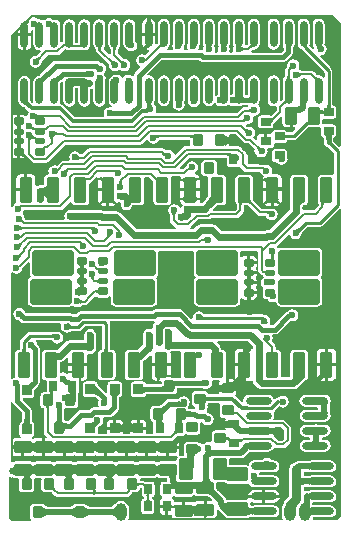
<source format=gtl>
G04*
G04 #@! TF.GenerationSoftware,Altium Limited,Altium Designer,20.0.10 (225)*
G04*
G04 Layer_Physical_Order=1*
G04 Layer_Color=255*
%FSLAX25Y25*%
%MOIN*%
G70*
G01*
G75*
%ADD10C,0.00984*%
%ADD11C,0.00787*%
G04:AMPARAMS|DCode=14|XSize=35.43mil|YSize=37.4mil|CornerRadius=3.54mil|HoleSize=0mil|Usage=FLASHONLY|Rotation=180.000|XOffset=0mil|YOffset=0mil|HoleType=Round|Shape=RoundedRectangle|*
%AMROUNDEDRECTD14*
21,1,0.03543,0.03032,0,0,180.0*
21,1,0.02835,0.03740,0,0,180.0*
1,1,0.00709,-0.01417,0.01516*
1,1,0.00709,0.01417,0.01516*
1,1,0.00709,0.01417,-0.01516*
1,1,0.00709,-0.01417,-0.01516*
%
%ADD14ROUNDEDRECTD14*%
G04:AMPARAMS|DCode=15|XSize=35.43mil|YSize=37.4mil|CornerRadius=3.54mil|HoleSize=0mil|Usage=FLASHONLY|Rotation=180.000|XOffset=0mil|YOffset=0mil|HoleType=Round|Shape=RoundedRectangle|*
%AMROUNDEDRECTD15*
21,1,0.03543,0.03032,0,0,180.0*
21,1,0.02835,0.03740,0,0,180.0*
1,1,0.00709,-0.01417,0.01516*
1,1,0.00709,0.01417,0.01516*
1,1,0.00709,0.01417,-0.01516*
1,1,0.00709,-0.01417,-0.01516*
%
%ADD15ROUNDEDRECTD15*%
G04:AMPARAMS|DCode=16|XSize=70.87mil|YSize=45.28mil|CornerRadius=4.53mil|HoleSize=0mil|Usage=FLASHONLY|Rotation=180.000|XOffset=0mil|YOffset=0mil|HoleType=Round|Shape=RoundedRectangle|*
%AMROUNDEDRECTD16*
21,1,0.07087,0.03622,0,0,180.0*
21,1,0.06181,0.04528,0,0,180.0*
1,1,0.00906,-0.03091,0.01811*
1,1,0.00906,0.03091,0.01811*
1,1,0.00906,0.03091,-0.01811*
1,1,0.00906,-0.03091,-0.01811*
%
%ADD16ROUNDEDRECTD16*%
G04:AMPARAMS|DCode=17|XSize=70.87mil|YSize=45.28mil|CornerRadius=4.53mil|HoleSize=0mil|Usage=FLASHONLY|Rotation=270.000|XOffset=0mil|YOffset=0mil|HoleType=Round|Shape=RoundedRectangle|*
%AMROUNDEDRECTD17*
21,1,0.07087,0.03622,0,0,270.0*
21,1,0.06181,0.04528,0,0,270.0*
1,1,0.00906,-0.01811,-0.03091*
1,1,0.00906,-0.01811,0.03091*
1,1,0.00906,0.01811,0.03091*
1,1,0.00906,0.01811,-0.03091*
%
%ADD17ROUNDEDRECTD17*%
G04:AMPARAMS|DCode=18|XSize=35.43mil|YSize=37.4mil|CornerRadius=3.54mil|HoleSize=0mil|Usage=FLASHONLY|Rotation=90.000|XOffset=0mil|YOffset=0mil|HoleType=Round|Shape=RoundedRectangle|*
%AMROUNDEDRECTD18*
21,1,0.03543,0.03032,0,0,90.0*
21,1,0.02835,0.03740,0,0,90.0*
1,1,0.00709,0.01516,0.01417*
1,1,0.00709,0.01516,-0.01417*
1,1,0.00709,-0.01516,-0.01417*
1,1,0.00709,-0.01516,0.01417*
%
%ADD18ROUNDEDRECTD18*%
G04:AMPARAMS|DCode=19|XSize=35.43mil|YSize=37.4mil|CornerRadius=3.54mil|HoleSize=0mil|Usage=FLASHONLY|Rotation=90.000|XOffset=0mil|YOffset=0mil|HoleType=Round|Shape=RoundedRectangle|*
%AMROUNDEDRECTD19*
21,1,0.03543,0.03032,0,0,90.0*
21,1,0.02835,0.03740,0,0,90.0*
1,1,0.00709,0.01516,0.01417*
1,1,0.00709,0.01516,-0.01417*
1,1,0.00709,-0.01516,-0.01417*
1,1,0.00709,-0.01516,0.01417*
%
%ADD19ROUNDEDRECTD19*%
G04:AMPARAMS|DCode=20|XSize=27.56mil|YSize=36.22mil|CornerRadius=2.76mil|HoleSize=0mil|Usage=FLASHONLY|Rotation=90.000|XOffset=0mil|YOffset=0mil|HoleType=Round|Shape=RoundedRectangle|*
%AMROUNDEDRECTD20*
21,1,0.02756,0.03071,0,0,90.0*
21,1,0.02205,0.03622,0,0,90.0*
1,1,0.00551,0.01535,0.01102*
1,1,0.00551,0.01535,-0.01102*
1,1,0.00551,-0.01535,-0.01102*
1,1,0.00551,-0.01535,0.01102*
%
%ADD20ROUNDEDRECTD20*%
G04:AMPARAMS|DCode=21|XSize=43.31mil|YSize=84.65mil|CornerRadius=4.33mil|HoleSize=0mil|Usage=FLASHONLY|Rotation=180.000|XOffset=0mil|YOffset=0mil|HoleType=Round|Shape=RoundedRectangle|*
%AMROUNDEDRECTD21*
21,1,0.04331,0.07598,0,0,180.0*
21,1,0.03465,0.08465,0,0,180.0*
1,1,0.00866,-0.01732,0.03799*
1,1,0.00866,0.01732,0.03799*
1,1,0.00866,0.01732,-0.03799*
1,1,0.00866,-0.01732,-0.03799*
%
%ADD21ROUNDEDRECTD21*%
G04:AMPARAMS|DCode=22|XSize=43.31mil|YSize=84.65mil|CornerRadius=4.33mil|HoleSize=0mil|Usage=FLASHONLY|Rotation=180.000|XOffset=0mil|YOffset=0mil|HoleType=Round|Shape=RoundedRectangle|*
%AMROUNDEDRECTD22*
21,1,0.04331,0.07599,0,0,180.0*
21,1,0.03465,0.08465,0,0,180.0*
1,1,0.00866,-0.01732,0.03799*
1,1,0.00866,0.01732,0.03799*
1,1,0.00866,0.01732,-0.03799*
1,1,0.00866,-0.01732,-0.03799*
%
%ADD22ROUNDEDRECTD22*%
G04:AMPARAMS|DCode=23|XSize=137.8mil|YSize=84.65mil|CornerRadius=8.47mil|HoleSize=0mil|Usage=FLASHONLY|Rotation=180.000|XOffset=0mil|YOffset=0mil|HoleType=Round|Shape=RoundedRectangle|*
%AMROUNDEDRECTD23*
21,1,0.13780,0.06772,0,0,180.0*
21,1,0.12087,0.08465,0,0,180.0*
1,1,0.01693,-0.06043,0.03386*
1,1,0.01693,0.06043,0.03386*
1,1,0.01693,0.06043,-0.03386*
1,1,0.01693,-0.06043,-0.03386*
%
%ADD23ROUNDEDRECTD23*%
G04:AMPARAMS|DCode=24|XSize=25.59mil|YSize=31.5mil|CornerRadius=2.56mil|HoleSize=0mil|Usage=FLASHONLY|Rotation=90.000|XOffset=0mil|YOffset=0mil|HoleType=Round|Shape=RoundedRectangle|*
%AMROUNDEDRECTD24*
21,1,0.02559,0.02638,0,0,90.0*
21,1,0.02047,0.03150,0,0,90.0*
1,1,0.00512,0.01319,0.01024*
1,1,0.00512,0.01319,-0.01024*
1,1,0.00512,-0.01319,-0.01024*
1,1,0.00512,-0.01319,0.01024*
%
%ADD24ROUNDEDRECTD24*%
G04:AMPARAMS|DCode=25|XSize=17.72mil|YSize=31.5mil|CornerRadius=1.77mil|HoleSize=0mil|Usage=FLASHONLY|Rotation=90.000|XOffset=0mil|YOffset=0mil|HoleType=Round|Shape=RoundedRectangle|*
%AMROUNDEDRECTD25*
21,1,0.01772,0.02795,0,0,90.0*
21,1,0.01417,0.03150,0,0,90.0*
1,1,0.00354,0.01398,0.00709*
1,1,0.00354,0.01398,-0.00709*
1,1,0.00354,-0.01398,-0.00709*
1,1,0.00354,-0.01398,0.00709*
%
%ADD25ROUNDEDRECTD25*%
%ADD26O,0.02362X0.08661*%
%ADD27O,0.08661X0.02362*%
G04:AMPARAMS|DCode=28|XSize=39.37mil|YSize=57.09mil|CornerRadius=3.94mil|HoleSize=0mil|Usage=FLASHONLY|Rotation=90.000|XOffset=0mil|YOffset=0mil|HoleType=Round|Shape=RoundedRectangle|*
%AMROUNDEDRECTD28*
21,1,0.03937,0.04921,0,0,90.0*
21,1,0.03150,0.05709,0,0,90.0*
1,1,0.00787,0.02461,0.01575*
1,1,0.00787,0.02461,-0.01575*
1,1,0.00787,-0.02461,-0.01575*
1,1,0.00787,-0.02461,0.01575*
%
%ADD28ROUNDEDRECTD28*%
G04:AMPARAMS|DCode=29|XSize=35.83mil|YSize=33.47mil|CornerRadius=3.35mil|HoleSize=0mil|Usage=FLASHONLY|Rotation=90.000|XOffset=0mil|YOffset=0mil|HoleType=Round|Shape=RoundedRectangle|*
%AMROUNDEDRECTD29*
21,1,0.03583,0.02677,0,0,90.0*
21,1,0.02913,0.03347,0,0,90.0*
1,1,0.00669,0.01339,0.01457*
1,1,0.00669,0.01339,-0.01457*
1,1,0.00669,-0.01339,-0.01457*
1,1,0.00669,-0.01339,0.01457*
%
%ADD29ROUNDEDRECTD29*%
G04:AMPARAMS|DCode=30|XSize=27.56mil|YSize=36.22mil|CornerRadius=2.76mil|HoleSize=0mil|Usage=FLASHONLY|Rotation=180.000|XOffset=0mil|YOffset=0mil|HoleType=Round|Shape=RoundedRectangle|*
%AMROUNDEDRECTD30*
21,1,0.02756,0.03071,0,0,180.0*
21,1,0.02205,0.03622,0,0,180.0*
1,1,0.00551,-0.01102,0.01535*
1,1,0.00551,0.01102,0.01535*
1,1,0.00551,0.01102,-0.01535*
1,1,0.00551,-0.01102,-0.01535*
%
%ADD30ROUNDEDRECTD30*%
G04:AMPARAMS|DCode=31|XSize=39.37mil|YSize=57.09mil|CornerRadius=3.94mil|HoleSize=0mil|Usage=FLASHONLY|Rotation=180.000|XOffset=0mil|YOffset=0mil|HoleType=Round|Shape=RoundedRectangle|*
%AMROUNDEDRECTD31*
21,1,0.03937,0.04921,0,0,180.0*
21,1,0.03150,0.05709,0,0,180.0*
1,1,0.00787,-0.01575,0.02461*
1,1,0.00787,0.01575,0.02461*
1,1,0.00787,0.01575,-0.02461*
1,1,0.00787,-0.01575,-0.02461*
%
%ADD31ROUNDEDRECTD31*%
G04:AMPARAMS|DCode=52|XSize=7.87mil|YSize=11.81mil|CornerRadius=0mil|HoleSize=0mil|Usage=FLASHONLY|Rotation=45.000|XOffset=0mil|YOffset=0mil|HoleType=Round|Shape=Round|*
%AMOVALD52*
21,1,0.00394,0.00787,0.00000,0.00000,135.0*
1,1,0.00787,0.00139,-0.00139*
1,1,0.00787,-0.00139,0.00139*
%
%ADD52OVALD52*%

%ADD53O,0.00787X0.14173*%
%ADD54O,0.06693X0.00787*%
G04:AMPARAMS|DCode=55|XSize=95.67mil|YSize=7.87mil|CornerRadius=0mil|HoleSize=0mil|Usage=FLASHONLY|Rotation=45.000|XOffset=0mil|YOffset=0mil|HoleType=Round|Shape=Round|*
%AMOVALD55*
21,1,0.08780,0.00787,0.00000,0.00000,45.0*
1,1,0.00787,-0.03104,-0.03104*
1,1,0.00787,0.03104,0.03104*
%
%ADD55OVALD55*%

%ADD56O,1.01181X0.00787*%
%ADD57O,0.00787X0.56693*%
%ADD58O,0.00787X0.34744*%
%ADD59O,0.00787X0.16732*%
%ADD60O,0.00787X1.01772*%
%ADD61O,0.44587X0.00787*%
%ADD62O,0.03937X0.05906*%
G04:AMPARAMS|DCode=63|XSize=39.37mil|YSize=7.87mil|CornerRadius=0mil|HoleSize=0mil|Usage=FLASHONLY|Rotation=315.000|XOffset=0mil|YOffset=0mil|HoleType=Round|Shape=Round|*
%AMOVALD63*
21,1,0.03150,0.00787,0.00000,0.00000,315.0*
1,1,0.00787,-0.01114,0.01114*
1,1,0.00787,0.01114,-0.01114*
%
%ADD63OVALD63*%

%ADD64O,0.00787X0.16339*%
%ADD65O,0.03150X0.02362*%
%ADD66C,0.01968*%
%ADD67C,0.02362*%
%ADD68C,0.01575*%
%ADD69C,0.03937*%
%ADD70C,0.01181*%
%ADD71C,0.03150*%
%ADD72C,0.05118*%
%ADD73C,0.02362*%
G36*
X6479Y166942D02*
X6408Y166868D01*
X6301Y166742D01*
X6264Y166688D01*
X6239Y166641D01*
X6224Y166601D01*
X6221Y166567D01*
X6230Y166540D01*
X6250Y166519D01*
X6281Y166505D01*
X6178Y166535D01*
X6162Y166502D01*
X6099Y166335D01*
X6046Y166147D01*
X6003Y165940D01*
X5969Y165712D01*
X5930Y165195D01*
X5925Y164907D01*
X4941Y164414D01*
X4936Y164600D01*
X4921Y164755D01*
X4896Y164880D01*
X4861Y164975D01*
X4816Y165040D01*
X4761Y165075D01*
X4696Y165080D01*
X4621Y165055D01*
X4535Y165000D01*
X4440Y164915D01*
X6088Y166562D01*
X5128Y166848D01*
X5165Y166857D01*
X5210Y166878D01*
X5263Y166909D01*
X5323Y166951D01*
X5468Y167067D01*
X5643Y167225D01*
X5850Y167426D01*
X6479Y166942D01*
D02*
G37*
G36*
X14685Y166545D02*
X14739Y166456D01*
X14876Y166262D01*
X15048Y166049D01*
X15373Y165692D01*
X15500Y165563D01*
X15041Y164909D01*
X14955Y164988D01*
X14870Y165052D01*
X14784Y165103D01*
X14698Y165141D01*
X14611Y165165D01*
X14524Y165175D01*
X14437Y165172D01*
X14350Y165155D01*
X14262Y165124D01*
X14174Y165080D01*
X14640Y166630D01*
X14685Y166545D01*
D02*
G37*
G36*
X9266Y164817D02*
X9278Y164899D01*
X9266Y164972D01*
X9231Y165037D01*
X9173Y165093D01*
X9092Y165140D01*
X8987Y165179D01*
X8859Y165209D01*
X8707Y165231D01*
X8533Y165244D01*
X8335Y165248D01*
X8400Y166232D01*
X8639Y166237D01*
X9048Y166270D01*
X9219Y166300D01*
X9366Y166338D01*
X9492Y166384D01*
X9594Y166439D01*
X9674Y166502D01*
X9730Y166574D01*
X9765Y166654D01*
X9266Y164817D01*
D02*
G37*
G36*
X57126Y160528D02*
X57130Y160419D01*
X57143Y160312D01*
X57164Y160207D01*
X57193Y160105D01*
X57231Y160005D01*
X57278Y159907D01*
X57332Y159811D01*
X57396Y159717D01*
X57467Y159625D01*
X57547Y159536D01*
X55895Y159591D01*
X55979Y159674D01*
X56055Y159760D01*
X56121Y159849D01*
X56179Y159941D01*
X56228Y160036D01*
X56268Y160134D01*
X56299Y160235D01*
X56321Y160339D01*
X56334Y160446D01*
X56339Y160556D01*
X57126Y160528D01*
D02*
G37*
G36*
X62341Y160360D02*
X62344Y160256D01*
X62353Y160151D01*
X62369Y160046D01*
X62390Y159941D01*
X62417Y159835D01*
X62490Y159621D01*
X62536Y159513D01*
X62646Y159296D01*
X61059Y159763D01*
X61153Y159819D01*
X61237Y159881D01*
X61312Y159950D01*
X61376Y160025D01*
X61430Y160106D01*
X61475Y160194D01*
X61509Y160288D01*
X61534Y160389D01*
X61549Y160495D01*
X61554Y160609D01*
X62341Y160360D01*
D02*
G37*
G36*
X51489Y158512D02*
X51445Y158572D01*
X51389Y158610D01*
X51324Y158628D01*
X51248Y158623D01*
X51162Y158597D01*
X51065Y158550D01*
X50957Y158481D01*
X50839Y158390D01*
X50711Y158278D01*
X50572Y158145D01*
X50161Y158847D01*
X50299Y158991D01*
X50519Y159254D01*
X50601Y159375D01*
X50664Y159487D01*
X50709Y159592D01*
X50735Y159689D01*
X50743Y159779D01*
X50732Y159860D01*
X50703Y159934D01*
X51489Y158512D01*
D02*
G37*
G36*
X81814Y158447D02*
X81754Y158491D01*
X81686Y158516D01*
X81609Y158520D01*
X81522Y158505D01*
X81427Y158469D01*
X81322Y158414D01*
X81208Y158338D01*
X81085Y158243D01*
X80953Y158127D01*
X80812Y157992D01*
X80255Y158548D01*
X80391Y158689D01*
X80602Y158944D01*
X80678Y159058D01*
X80733Y159163D01*
X80769Y159258D01*
X80784Y159345D01*
X80780Y159422D01*
X80755Y159491D01*
X80710Y159550D01*
X81814Y158447D01*
D02*
G37*
G36*
X19843Y158388D02*
X19756Y158450D01*
X19662Y158506D01*
X19563Y158555D01*
X19457Y158597D01*
X19346Y158633D01*
X19230Y158662D01*
X19107Y158685D01*
X18979Y158701D01*
X18845Y158711D01*
X18705Y158714D01*
X18473Y159502D01*
X18650Y159506D01*
X18806Y159518D01*
X18940Y159537D01*
X19053Y159565D01*
X19143Y159600D01*
X19211Y159644D01*
X19258Y159695D01*
X19283Y159754D01*
X19285Y159821D01*
X19266Y159896D01*
X19843Y158388D01*
D02*
G37*
G36*
X104404Y159495D02*
X104436Y159030D01*
X104449Y158978D01*
X104463Y158939D01*
X104479Y158914D01*
X104497Y158903D01*
X103104Y158101D01*
X102828Y159468D01*
X104403Y159629D01*
X104404Y159495D01*
D02*
G37*
G36*
X61838Y158511D02*
X62349Y158552D01*
X62348Y158547D01*
X62346Y158531D01*
X62343Y158422D01*
X62341Y158031D01*
X61221D01*
X61192Y158668D01*
X61838Y158511D01*
D02*
G37*
G36*
X56786Y158521D02*
X57144Y158475D01*
X57141Y158471D01*
X57138Y158458D01*
X57135Y158436D01*
X57131Y158366D01*
X57126Y158031D01*
X56299D01*
X56281Y158600D01*
X56786Y158521D01*
D02*
G37*
G36*
X67298Y159484D02*
X67311Y159376D01*
X67334Y159273D01*
X67365Y159172D01*
X67405Y159074D01*
X67454Y158979D01*
X67512Y158888D01*
X67579Y158800D01*
X67655Y158714D01*
X67740Y158632D01*
X67454Y158620D01*
X67438Y158610D01*
X67404Y158567D01*
X67375Y158507D01*
X67350Y158431D01*
X67330Y158339D01*
X67314Y158230D01*
X67302Y158105D01*
X67293Y157804D01*
X66506D01*
X66504Y157957D01*
X66486Y158214D01*
X66470Y158318D01*
X66449Y158406D01*
X66425Y158477D01*
X66395Y158532D01*
X66361Y158571D01*
X66355Y158575D01*
X66088Y158564D01*
X66167Y158654D01*
X66238Y158746D01*
X66301Y158841D01*
X66355Y158937D01*
X66401Y159036D01*
X66439Y159136D01*
X66468Y159239D01*
X66489Y159344D01*
X66502Y159450D01*
X66506Y159559D01*
X67293Y159594D01*
X67298Y159484D01*
D02*
G37*
G36*
X72258Y159471D02*
X72271Y159364D01*
X72293Y159260D01*
X72324Y159158D01*
X72363Y159060D01*
X72411Y158963D01*
X72467Y158870D01*
X72533Y158779D01*
X72607Y158691D01*
X72690Y158606D01*
X72416Y158603D01*
X72383Y158566D01*
X72348Y158505D01*
X72320Y158426D01*
X72296Y158329D01*
X72278Y158214D01*
X72264Y158082D01*
X72254Y157765D01*
X71466D01*
X71464Y157934D01*
X71443Y158220D01*
X71425Y158336D01*
X71401Y158434D01*
X71372Y158514D01*
X71338Y158577D01*
X71323Y158595D01*
X71036Y158592D01*
X71118Y158679D01*
X71191Y158769D01*
X71256Y158861D01*
X71312Y158955D01*
X71359Y159052D01*
X71398Y159151D01*
X71428Y159253D01*
X71449Y159358D01*
X71462Y159465D01*
X71466Y159574D01*
X72254Y159581D01*
X72258Y159471D01*
D02*
G37*
G36*
X94430Y158929D02*
X94380Y158819D01*
X94336Y158685D01*
X94298Y158529D01*
X94266Y158351D01*
X94219Y157925D01*
X94196Y157409D01*
X94193Y157117D01*
X92618Y157214D01*
X92616Y157516D01*
X92532Y158759D01*
X92506Y158872D01*
X92476Y158958D01*
X92443Y159017D01*
X94486D01*
X94430Y158929D01*
D02*
G37*
G36*
X77278Y159471D02*
X77291Y159364D01*
X77313Y159260D01*
X77343Y159159D01*
X77383Y159060D01*
X77430Y158963D01*
X77487Y158870D01*
X77552Y158779D01*
X77627Y158691D01*
X77694Y158622D01*
X77768Y158559D01*
X77863Y158490D01*
X77959Y158429D01*
X78057Y158376D01*
X78156Y158331D01*
X78257Y158294D01*
X78361Y158265D01*
X78465Y158245D01*
X78572Y158232D01*
X78681Y158228D01*
X78737Y157441D01*
X78626Y157436D01*
X78519Y157423D01*
X78416Y157400D01*
X78315Y157368D01*
X78219Y157327D01*
X78125Y157278D01*
X78035Y157219D01*
X77949Y157150D01*
X77866Y157073D01*
X77787Y156987D01*
X77678Y158605D01*
X77425Y158603D01*
X77402Y158577D01*
X77368Y158514D01*
X77339Y158434D01*
X77315Y158336D01*
X77297Y158220D01*
X77284Y158086D01*
X77274Y157765D01*
X76486D01*
X76484Y157933D01*
X76463Y158214D01*
X76444Y158329D01*
X76421Y158425D01*
X76392Y158504D01*
X76358Y158566D01*
X76332Y158594D01*
X76056Y158592D01*
X76138Y158679D01*
X76211Y158768D01*
X76275Y158861D01*
X76331Y158955D01*
X76379Y159052D01*
X76417Y159151D01*
X76447Y159253D01*
X76469Y159358D01*
X76482Y159465D01*
X76486Y159574D01*
X77274Y159581D01*
X77278Y159471D01*
D02*
G37*
G36*
X110925Y166004D02*
Y125308D01*
X110425Y125101D01*
X108397Y127129D01*
Y127882D01*
X108407Y128001D01*
X108435Y128172D01*
X108467Y128293D01*
X108477Y128316D01*
X108741Y128369D01*
X109093Y128604D01*
X109328Y128955D01*
X109411Y129370D01*
Y131575D01*
X109328Y131990D01*
X109093Y132341D01*
X108741Y132576D01*
X108327Y132659D01*
X105256D01*
X105078Y132623D01*
X104652Y132991D01*
X104644Y133008D01*
X104649Y133031D01*
Y134241D01*
X105149Y134607D01*
X105256Y134585D01*
X108327D01*
X108741Y134668D01*
X109093Y134903D01*
X109328Y135255D01*
X109411Y135669D01*
Y137874D01*
X109328Y138289D01*
X109093Y138640D01*
X108741Y138875D01*
X108327Y138958D01*
X108096D01*
Y150320D01*
X107996Y150819D01*
X107747Y151193D01*
X107701Y151420D01*
X107419Y151843D01*
X103975Y155286D01*
X104222Y155747D01*
X104233Y155745D01*
X105001Y155898D01*
X105652Y156333D01*
X106087Y156984D01*
X106240Y157752D01*
X106087Y158520D01*
X105652Y159171D01*
X105416Y159329D01*
X105472Y159606D01*
Y165905D01*
X105319Y166674D01*
X104884Y167325D01*
X104233Y167760D01*
X103465Y167913D01*
X102697Y167760D01*
X102045Y167325D01*
X101610Y166674D01*
X101458Y165905D01*
Y159606D01*
X101610Y158838D01*
X102045Y158187D01*
X102002Y157967D01*
X101473Y157789D01*
X100336Y158926D01*
X100472Y159606D01*
Y165905D01*
X100319Y166674D01*
X99884Y167325D01*
X99233Y167760D01*
X98465Y167913D01*
X97697Y167760D01*
X97045Y167325D01*
X96610Y166674D01*
X96457Y165905D01*
Y159606D01*
X96610Y158838D01*
X97045Y158187D01*
X97697Y157752D01*
X97934Y157705D01*
X98069Y157503D01*
X105250Y150322D01*
X105291Y150115D01*
X105487Y149822D01*
Y148425D01*
X104987Y148273D01*
X104884Y148427D01*
X104233Y148862D01*
X103465Y149015D01*
X103226Y148968D01*
X103121Y149055D01*
X101954Y150222D01*
X101563Y150483D01*
X101102Y150574D01*
X101102Y150574D01*
X97648D01*
X97594Y150583D01*
X97537Y150596D01*
X97478Y150613D01*
X97417Y150635D01*
X97363Y150658D01*
X97208Y150738D01*
X97129Y150787D01*
X97069Y150810D01*
X96831Y150969D01*
X96735Y151200D01*
X96938Y151503D01*
X97090Y152271D01*
X96938Y153039D01*
X96503Y153690D01*
X95851Y154125D01*
X95083Y154278D01*
X94315Y154125D01*
X93664Y153690D01*
X93229Y153039D01*
X93076Y152271D01*
X93091Y152196D01*
X93089Y152177D01*
X93079Y152124D01*
X93066Y152077D01*
X93051Y152035D01*
X93034Y151997D01*
X93015Y151961D01*
X92993Y151928D01*
X92613Y151548D01*
X92352Y151158D01*
X92260Y150697D01*
X92260Y150697D01*
Y148670D01*
X92256Y148603D01*
X92251Y148565D01*
X92045Y148427D01*
X91610Y147776D01*
X91457Y147008D01*
Y140850D01*
X91335Y140709D01*
X91214Y140588D01*
X91049Y140478D01*
X91049Y140478D01*
X90907Y140335D01*
X90446Y140582D01*
X90472Y140709D01*
Y147008D01*
X90319Y147776D01*
X89884Y148427D01*
X89233Y148862D01*
X88465Y149015D01*
X87696Y148862D01*
X87045Y148427D01*
X86610Y147776D01*
X86458Y147008D01*
Y140709D01*
X86610Y139941D01*
X87045Y139289D01*
X87696Y138854D01*
X88465Y138702D01*
X89105Y138829D01*
X89458Y138578D01*
X89544Y138473D01*
X89544Y138473D01*
Y137310D01*
X87792Y135558D01*
X87777Y135568D01*
X87362Y135651D01*
X84291D01*
X83877Y135568D01*
X83525Y135333D01*
X83290Y134982D01*
X83207Y134567D01*
Y132362D01*
X83290Y131948D01*
X83525Y131596D01*
X83877Y131361D01*
X84291Y131278D01*
X87362D01*
X87777Y131361D01*
X88129Y131596D01*
X88363Y131948D01*
X88446Y132362D01*
Y132708D01*
X88447Y132710D01*
X88469Y132758D01*
X88502Y132816D01*
X88539Y132873D01*
X88651Y133011D01*
X90932Y135292D01*
X91394Y135100D01*
Y133031D01*
X91502Y132488D01*
X91810Y132027D01*
X92271Y131719D01*
X92815Y131611D01*
X93890D01*
Y135492D01*
X94890D01*
Y131611D01*
X95564D01*
X95771Y131111D01*
X94607Y129946D01*
X93033D01*
X93032Y129946D01*
X92989Y130159D01*
X92755Y130510D01*
X92403Y130745D01*
X91988Y130828D01*
X88917D01*
X88503Y130745D01*
X88151Y130510D01*
X87916Y130159D01*
X87880Y129975D01*
X87399Y129561D01*
X87362Y129568D01*
X86327D01*
Y127165D01*
X85327D01*
Y129568D01*
X84291D01*
X83794Y129469D01*
X83372Y129187D01*
X83090Y128765D01*
X82991Y128268D01*
Y127545D01*
X82529Y127354D01*
X81705Y128177D01*
X81738Y128508D01*
X82173Y129159D01*
X82326Y129928D01*
X82173Y130696D01*
X81738Y131347D01*
X81087Y131782D01*
X80319Y131935D01*
X79919Y131855D01*
X79846Y131854D01*
X79776Y131839D01*
X79750Y131835D01*
X79734Y131835D01*
X79723Y131836D01*
X79716Y131838D01*
X79708Y131841D01*
X79697Y131846D01*
X79684Y131854D01*
X79346Y132192D01*
X79592Y132653D01*
X79630Y132645D01*
X80398Y132798D01*
X81049Y133233D01*
X81484Y133884D01*
X81637Y134652D01*
X81551Y135085D01*
X81976Y135511D01*
X82031Y135500D01*
X82799Y135652D01*
X83450Y136088D01*
X83885Y136739D01*
X84038Y137507D01*
X83885Y138275D01*
X83510Y138836D01*
X83289Y139289D01*
X83724Y139941D01*
X83877Y140709D01*
Y147008D01*
X83724Y147776D01*
X83289Y148427D01*
X82638Y148862D01*
X81870Y149015D01*
X81102Y148862D01*
X80451Y148427D01*
X80016Y147776D01*
X79863Y147008D01*
Y142391D01*
X79838Y142384D01*
X79649Y142355D01*
X79510Y142344D01*
X79230D01*
X79091Y142355D01*
X78903Y142384D01*
X78877Y142391D01*
Y147008D01*
X78724Y147776D01*
X78289Y148427D01*
X77638Y148862D01*
X76870Y149015D01*
X76102Y148862D01*
X75451Y148427D01*
X75016Y147776D01*
X74863Y147008D01*
Y142669D01*
X74377Y142572D01*
X74246Y142593D01*
X73877Y142790D01*
Y147008D01*
X73724Y147776D01*
X73289Y148427D01*
X72638Y148862D01*
X71870Y149015D01*
X71102Y148862D01*
X70451Y148427D01*
X70016Y147776D01*
X69863Y147008D01*
Y142472D01*
X69377Y142147D01*
X69222Y142180D01*
X68877Y142322D01*
Y147008D01*
X68724Y147776D01*
X68289Y148427D01*
X67638Y148862D01*
X66870Y149015D01*
X66102Y148862D01*
X65451Y148427D01*
X65016Y147776D01*
X64863Y147008D01*
Y140709D01*
X65016Y139941D01*
X65451Y139289D01*
X66102Y138854D01*
X66870Y138702D01*
X67638Y138854D01*
X68289Y139289D01*
X68518Y139632D01*
X69120D01*
X69349Y139289D01*
X70000Y138854D01*
X70768Y138702D01*
X71319Y138811D01*
X71870Y138702D01*
X72638Y138854D01*
X73143Y139192D01*
X73484Y139254D01*
X73825Y139192D01*
X74330Y138854D01*
X75098Y138702D01*
X75867Y138854D01*
X75984Y138933D01*
X76102Y138854D01*
X76870Y138702D01*
X77638Y138854D01*
X77840Y138989D01*
X77883Y139005D01*
X77913Y139024D01*
X77922Y139028D01*
X77980Y139046D01*
X78079Y139068D01*
X78193Y139087D01*
X78879Y139133D01*
X79807D01*
X80050Y138755D01*
X80068Y138629D01*
X79926Y138422D01*
X78654D01*
X78194Y138330D01*
X77803Y138069D01*
X77803Y138069D01*
X76174Y136441D01*
X49413D01*
X49177Y136881D01*
X49295Y137058D01*
X49448Y137826D01*
X49295Y138594D01*
X48860Y139246D01*
X48445Y139523D01*
X48724Y139941D01*
X48877Y140709D01*
Y147008D01*
X48724Y147776D01*
X48289Y148427D01*
X47638Y148862D01*
X46870Y149015D01*
X46679Y148977D01*
X46433Y149438D01*
X51157Y154162D01*
X63646D01*
X63963Y153845D01*
X64484Y153497D01*
X65099Y153375D01*
X65099Y153375D01*
X91496D01*
X91496Y153375D01*
X92111Y153497D01*
X92631Y153845D01*
X94541Y155754D01*
X94541Y155754D01*
X94889Y156275D01*
X95011Y156890D01*
X95011Y156890D01*
Y157666D01*
X95020Y157863D01*
X95061Y158236D01*
X95084Y158363D01*
X95109Y158464D01*
X95130Y158527D01*
X95139Y158547D01*
X95164Y158587D01*
X95182Y158633D01*
X95319Y158838D01*
X95472Y159606D01*
Y165905D01*
X95319Y166674D01*
X94884Y167325D01*
X94233Y167760D01*
X93465Y167913D01*
X92696Y167760D01*
X92045Y167325D01*
X91610Y166674D01*
X91457Y165905D01*
Y159606D01*
X91610Y158838D01*
X91731Y158658D01*
X91734Y158649D01*
X91736Y158640D01*
X91800Y157691D01*
Y157555D01*
X90831Y156586D01*
X81240D01*
X81170Y156681D01*
X81053Y157086D01*
X81546Y157579D01*
X81597Y157624D01*
X81628Y157648D01*
X81870Y157599D01*
X82638Y157752D01*
X83289Y158187D01*
X83724Y158838D01*
X83877Y159606D01*
Y165905D01*
X83724Y166674D01*
X83289Y167325D01*
X82638Y167760D01*
X81870Y167913D01*
X81102Y167760D01*
X80451Y167325D01*
X80016Y166674D01*
X79863Y165905D01*
Y159606D01*
X79887Y159486D01*
X79558Y159096D01*
X79179Y159100D01*
X78855Y159496D01*
X78877Y159606D01*
Y165905D01*
X78724Y166674D01*
X78289Y167325D01*
X77638Y167760D01*
X76870Y167913D01*
X76102Y167760D01*
X75451Y167325D01*
X75016Y166674D01*
X74863Y165905D01*
Y159606D01*
X75016Y158838D01*
X75131Y158666D01*
X75035Y158523D01*
X74883Y157755D01*
X75016Y157086D01*
X74748Y156586D01*
X74011D01*
X73744Y157086D01*
X73877Y157755D01*
X73724Y158523D01*
X73619Y158681D01*
X73724Y158838D01*
X73877Y159606D01*
Y165905D01*
X73724Y166674D01*
X73289Y167325D01*
X72638Y167760D01*
X71870Y167913D01*
X71102Y167760D01*
X70451Y167325D01*
X70016Y166674D01*
X69863Y165905D01*
Y159606D01*
X70016Y158838D01*
X70121Y158681D01*
X70016Y158523D01*
X69863Y157755D01*
X69996Y157086D01*
X69728Y156586D01*
X69090D01*
X68822Y157086D01*
X68955Y157755D01*
X68803Y158523D01*
X68658Y158739D01*
X68724Y158838D01*
X68877Y159606D01*
Y165905D01*
X68724Y166674D01*
X68289Y167325D01*
X67638Y167760D01*
X66870Y167913D01*
X66102Y167760D01*
X65451Y167325D01*
X65016Y166674D01*
X64863Y165905D01*
Y159606D01*
X65016Y158838D01*
X65160Y158622D01*
X65094Y158523D01*
X64941Y157755D01*
X64938Y157743D01*
X64516Y157333D01*
X64311Y157373D01*
X64311Y157373D01*
X63612D01*
X63376Y157814D01*
X63468Y157952D01*
X63611Y158668D01*
X63724Y158838D01*
X63877Y159606D01*
Y165905D01*
X63724Y166674D01*
X63289Y167325D01*
X62638Y167760D01*
X61870Y167913D01*
X61102Y167760D01*
X60451Y167325D01*
X60016Y166674D01*
X59863Y165905D01*
Y159643D01*
X59760Y159489D01*
X59607Y158721D01*
X59760Y157952D01*
X59852Y157814D01*
X59616Y157373D01*
X58691D01*
X58455Y157814D01*
X58547Y157952D01*
X58700Y158721D01*
X58688Y158783D01*
X58724Y158838D01*
X58877Y159606D01*
Y165905D01*
X58724Y166674D01*
X58289Y167325D01*
X57638Y167760D01*
X56870Y167913D01*
X56102Y167760D01*
X55451Y167325D01*
X55016Y166674D01*
X54863Y165905D01*
Y159606D01*
X54875Y159544D01*
X54839Y159489D01*
X54686Y158721D01*
X54839Y157952D01*
X54931Y157814D01*
X54695Y157373D01*
X52972D01*
X52820Y157873D01*
X53289Y158187D01*
X53724Y158838D01*
X53877Y159606D01*
Y165905D01*
X53724Y166674D01*
X53289Y167325D01*
X52638Y167760D01*
X51870Y167913D01*
X51102Y167760D01*
X50451Y167325D01*
X50016Y166674D01*
X49863Y165905D01*
Y159722D01*
X49733Y159566D01*
X49534Y159367D01*
X49181Y159556D01*
X49094Y159634D01*
Y162256D01*
X44646D01*
Y159606D01*
X44816Y158755D01*
X45072Y158371D01*
X45191Y158495D01*
X45527Y158897D01*
X45647Y159075D01*
X45736Y159237D01*
X45792Y159385D01*
X45818Y159517D01*
X45811Y159634D01*
X45773Y159735D01*
X45703Y159822D01*
X47175Y158467D01*
X47094Y158449D01*
X47004Y158416D01*
X46906Y158368D01*
X46799Y158304D01*
X46683Y158225D01*
X46426Y158021D01*
X46284Y157896D01*
X45974Y157600D01*
X45271Y158073D01*
X45298Y158034D01*
X46019Y157552D01*
X46847Y157387D01*
X46969Y157204D01*
X47109Y156942D01*
X45791Y155624D01*
X45453Y155850D01*
X44685Y156003D01*
X43917Y155850D01*
X43266Y155415D01*
X42831Y154764D01*
X42678Y153996D01*
X42831Y153228D01*
X43266Y152577D01*
X43900Y152153D01*
X43969Y152096D01*
X44074Y151620D01*
X42369Y149915D01*
X42020Y149394D01*
X41931Y148943D01*
X41904Y148919D01*
X41525Y148752D01*
X41398Y148743D01*
X40926Y149059D01*
X40157Y149212D01*
X39389Y149059D01*
X38738Y148624D01*
X38430Y148162D01*
X38315Y148135D01*
X37871Y148168D01*
X37517Y148698D01*
X36866Y149133D01*
X36097Y149286D01*
X35329Y149133D01*
X34678Y148698D01*
X34650Y148655D01*
X34014Y148230D01*
X33579Y147579D01*
X33426Y146811D01*
Y140512D01*
X33579Y139744D01*
X34014Y139093D01*
X34501Y138767D01*
X34306Y138296D01*
X33858Y138385D01*
X33090Y138232D01*
X32439Y137797D01*
X32004Y137146D01*
X31851Y136378D01*
X32004Y135610D01*
X32099Y135468D01*
X31863Y135027D01*
X22078D01*
X18159Y138946D01*
X17703Y139251D01*
X17576Y139276D01*
X17287Y139744D01*
X17440Y140512D01*
Y146398D01*
X17470Y146450D01*
X17601Y146640D01*
X17961Y147069D01*
X17969Y147076D01*
X18430Y146830D01*
X18426Y146811D01*
Y143661D01*
Y140512D01*
X18579Y139744D01*
X19014Y139093D01*
X19665Y138657D01*
X20433Y138505D01*
X21201Y138657D01*
X21852Y139093D01*
X22287Y139744D01*
X22440Y140512D01*
Y144626D01*
X22564Y144676D01*
X22801Y144736D01*
X22933Y144756D01*
X23065Y144736D01*
X23303Y144676D01*
X23426Y144626D01*
Y140512D01*
X23579Y139744D01*
X24014Y139093D01*
X24665Y138657D01*
X25433Y138505D01*
X26201Y138657D01*
X26852Y139093D01*
X27287Y139744D01*
X27440Y140512D01*
Y144386D01*
X27835Y144465D01*
X27985Y144565D01*
X28426Y144329D01*
Y140512D01*
X28579Y139744D01*
X29014Y139093D01*
X29665Y138657D01*
X30433Y138505D01*
X31201Y138657D01*
X31852Y139093D01*
X32287Y139744D01*
X32440Y140512D01*
Y146811D01*
X32349Y147271D01*
X32366Y147298D01*
X32519Y148066D01*
X32366Y148834D01*
X32081Y149261D01*
X32047Y149840D01*
X32482Y150491D01*
X32635Y151259D01*
X32482Y152027D01*
X32047Y152678D01*
X31396Y153113D01*
X30691Y153253D01*
X30584Y153360D01*
X30064Y153708D01*
X29449Y153830D01*
X29449Y153830D01*
X15846D01*
X15846Y153830D01*
X15232Y153708D01*
X14711Y153360D01*
X14711Y153360D01*
X10569Y149217D01*
X10480Y149135D01*
X10191Y148893D01*
X10086Y148816D01*
X10004Y148761D01*
X9956Y148735D01*
X9936Y148730D01*
X9898Y148712D01*
X9665Y148665D01*
X9014Y148230D01*
X8579Y147579D01*
X8426Y146811D01*
Y140512D01*
X8520Y140040D01*
X8059Y139794D01*
X7686Y140167D01*
X7590Y140276D01*
X7463Y140436D01*
X7434Y140479D01*
X7440Y140512D01*
Y146811D01*
X7287Y147579D01*
X6852Y148230D01*
X6201Y148665D01*
X5433Y148818D01*
X4665Y148665D01*
X4014Y148230D01*
X3579Y147579D01*
X3426Y146811D01*
Y140512D01*
X3579Y139744D01*
X4014Y139093D01*
X4665Y138657D01*
X4926Y138606D01*
X4982Y138583D01*
X5067Y138568D01*
X5122Y138552D01*
X5189Y138526D01*
X5267Y138488D01*
X5357Y138437D01*
X5457Y138371D01*
X5558Y138296D01*
X5729Y138150D01*
X6697Y137182D01*
X6910Y136927D01*
X6769Y136459D01*
X6571Y136162D01*
X6431Y135458D01*
X6235Y135362D01*
X5930Y135308D01*
X5768Y135551D01*
X5352Y135829D01*
X4862Y135926D01*
X4043D01*
Y133622D01*
X3043D01*
Y135926D01*
X2224D01*
X1734Y135829D01*
X1386Y135596D01*
X1111Y135672D01*
X886Y135803D01*
Y161865D01*
X2747Y163738D01*
X3209Y163547D01*
Y163059D01*
X7657D01*
Y163736D01*
X8123Y164032D01*
X8426Y163872D01*
Y159409D01*
X8579Y158641D01*
X9014Y157990D01*
X9665Y157555D01*
X10433Y157402D01*
X10694Y157454D01*
X10940Y156993D01*
X9528Y155582D01*
X9497Y155561D01*
X9464Y155543D01*
X9428Y155528D01*
X9389Y155515D01*
X9345Y155503D01*
X9295Y155495D01*
X9253Y155491D01*
X9154Y155511D01*
X8386Y155358D01*
X7734Y154923D01*
X7299Y154272D01*
X7147Y153504D01*
X7299Y152736D01*
X7734Y152085D01*
X8386Y151650D01*
X9154Y151497D01*
X9922Y151650D01*
X10573Y152085D01*
X11008Y152736D01*
X11161Y153504D01*
X11141Y153604D01*
X11145Y153645D01*
X11153Y153695D01*
X11164Y153740D01*
X11178Y153779D01*
X11193Y153814D01*
X11211Y153848D01*
X11231Y153879D01*
X13196Y155843D01*
X16411D01*
X16412Y155843D01*
X16872Y155935D01*
X17263Y156196D01*
X18962Y157894D01*
X18983Y157892D01*
X19058Y157878D01*
X19125Y157861D01*
X19184Y157842D01*
X19235Y157821D01*
X19280Y157799D01*
X19319Y157776D01*
X19381Y157732D01*
X19439Y157707D01*
X19665Y157555D01*
X20433Y157402D01*
X20934Y157502D01*
X21358Y157418D01*
X21358Y157418D01*
X24219D01*
X24220Y157418D01*
X24680Y157510D01*
X24730Y157542D01*
X25433Y157402D01*
X26201Y157555D01*
X26852Y157990D01*
X27287Y158641D01*
X27440Y159409D01*
Y165709D01*
X27287Y166477D01*
X26852Y167128D01*
X26201Y167563D01*
X25433Y167716D01*
X24665Y167563D01*
X24014Y167128D01*
X23579Y166477D01*
X23426Y165709D01*
Y159826D01*
X22440D01*
Y165709D01*
X22287Y166477D01*
X21852Y167128D01*
X21201Y167563D01*
X20433Y167716D01*
X19665Y167563D01*
X19014Y167128D01*
X18579Y166477D01*
X18426Y165709D01*
Y160303D01*
X18288Y160276D01*
X18245Y160272D01*
X18231Y160264D01*
X18012Y160221D01*
X17940Y160173D01*
X17680Y160253D01*
X17440Y160440D01*
Y165709D01*
X17287Y166477D01*
X16852Y167128D01*
X16201Y167563D01*
X15433Y167716D01*
X14877Y167605D01*
X14351Y167957D01*
X13583Y168110D01*
X12815Y167957D01*
X12163Y167522D01*
X12154Y167508D01*
X11470Y167384D01*
X11201Y167563D01*
X10433Y167716D01*
X10051Y167640D01*
X9430Y168055D01*
X8895Y168161D01*
X8944Y168661D01*
X108268D01*
X110925Y166004D01*
D02*
G37*
G36*
X10720Y154514D02*
X10646Y154434D01*
X10580Y154349D01*
X10521Y154260D01*
X10471Y154166D01*
X10428Y154069D01*
X10393Y153967D01*
X10367Y153860D01*
X10348Y153750D01*
X10337Y153635D01*
X10335Y153516D01*
X9165Y154685D01*
X9285Y154688D01*
X9399Y154699D01*
X9510Y154717D01*
X9616Y154744D01*
X9718Y154778D01*
X9816Y154821D01*
X9909Y154871D01*
X9998Y154930D01*
X10083Y154997D01*
X10164Y155071D01*
X10720Y154514D01*
D02*
G37*
G36*
X95040Y151091D02*
X94922Y151091D01*
X94807Y151083D01*
X94697Y151067D01*
X94591Y151042D01*
X94490Y151009D01*
X94392Y150968D01*
X94299Y150918D01*
X94209Y150860D01*
X94124Y150794D01*
X94043Y150719D01*
X93502Y151292D01*
X93577Y151372D01*
X93643Y151456D01*
X93702Y151545D01*
X93754Y151639D01*
X93797Y151736D01*
X93834Y151838D01*
X93862Y151945D01*
X93883Y152056D01*
X93897Y152171D01*
X93902Y152291D01*
X95040Y151091D01*
D02*
G37*
G36*
X26551Y148715D02*
X26534Y148727D01*
X26504Y148738D01*
X26460Y148748D01*
X26404Y148756D01*
X26252Y148769D01*
X25927Y148779D01*
X25793Y148779D01*
X25971Y150354D01*
X26689Y150363D01*
X26551Y148715D01*
D02*
G37*
G36*
X96812Y150039D02*
X97021Y149931D01*
X97126Y149886D01*
X97231Y149849D01*
X97337Y149818D01*
X97442Y149794D01*
X97547Y149777D01*
X97653Y149767D01*
X97758Y149764D01*
X97945Y148976D01*
X97832Y148971D01*
X97725Y148957D01*
X97624Y148933D01*
X97527Y148899D01*
X97437Y148855D01*
X97352Y148801D01*
X97272Y148738D01*
X97198Y148665D01*
X97129Y148582D01*
X97066Y148490D01*
X96707Y150104D01*
X96812Y150039D01*
D02*
G37*
G36*
X23975Y147965D02*
X25128Y147950D01*
X24266Y144449D01*
X24295Y144673D01*
X24264Y144874D01*
X24174Y145051D01*
X24026Y145205D01*
X23818Y145335D01*
X23551Y145441D01*
X23225Y145524D01*
X22933Y145568D01*
X22641Y145524D01*
X22316Y145441D01*
X22049Y145335D01*
X21841Y145205D01*
X21692Y145051D01*
X21602Y144874D01*
X21572Y144673D01*
X21600Y144449D01*
X20738Y147950D01*
X20752Y147958D01*
X20835Y147965D01*
X21207Y147977D01*
X21892Y147981D01*
Y147992D01*
X22509Y147984D01*
X23975Y147992D01*
Y147965D01*
D02*
G37*
G36*
X93862Y148702D02*
X93893Y148372D01*
X93920Y148239D01*
X93955Y148125D01*
X93997Y148033D01*
X94048Y147960D01*
X94106Y147909D01*
X94171Y147878D01*
X94245Y147868D01*
X92685D01*
X92758Y147878D01*
X92824Y147909D01*
X92882Y147960D01*
X92932Y148033D01*
X92974Y148125D01*
X93009Y148239D01*
X93036Y148372D01*
X93055Y148527D01*
X93067Y148702D01*
X93071Y148898D01*
X93858D01*
X93862Y148702D01*
D02*
G37*
G36*
X102548Y148487D02*
X102803Y148276D01*
X102917Y148200D01*
X103021Y148145D01*
X103117Y148109D01*
X103203Y148094D01*
X103281Y148098D01*
X103349Y148123D01*
X103408Y148168D01*
X102305Y147064D01*
X102349Y147124D01*
X102374Y147192D01*
X102379Y147269D01*
X102363Y147356D01*
X102328Y147451D01*
X102272Y147556D01*
X102197Y147670D01*
X102101Y147793D01*
X101986Y147925D01*
X101850Y148066D01*
X102407Y148623D01*
X102548Y148487D01*
D02*
G37*
G36*
X31310Y147195D02*
X31301Y147179D01*
X31292Y147150D01*
X31284Y147108D01*
X31278Y147053D01*
X31264Y146807D01*
X31260Y146443D01*
X29685Y146513D01*
X29658Y147250D01*
X31310Y147195D01*
D02*
G37*
G36*
X17718Y147983D02*
X17426Y147679D01*
X16962Y147127D01*
X16790Y146878D01*
X16658Y146647D01*
X16566Y146434D01*
X16515Y146239D01*
X16503Y146063D01*
X16532Y145904D01*
X16600Y145763D01*
X15128Y147950D01*
X15211Y147970D01*
X15309Y148012D01*
X15421Y148074D01*
X15547Y148158D01*
X15687Y148262D01*
X16012Y148533D01*
X16393Y148887D01*
X16605Y149096D01*
X17718Y147983D01*
D02*
G37*
G36*
X12718D02*
X12426Y147679D01*
X11962Y147127D01*
X11790Y146878D01*
X11658Y146647D01*
X11566Y146434D01*
X11515Y146239D01*
X11503Y146063D01*
X11532Y145904D01*
X11600Y145763D01*
X10128Y147950D01*
X10211Y147970D01*
X10309Y148012D01*
X10421Y148074D01*
X10547Y148158D01*
X10688Y148262D01*
X11011Y148533D01*
X11393Y148887D01*
X11605Y149096D01*
X12718Y147983D01*
D02*
G37*
G36*
X40977Y146347D02*
X40970Y146319D01*
X40964Y146278D01*
X40955Y146156D01*
X40945Y145750D01*
X40945Y145616D01*
X39370D01*
X39331Y146361D01*
X40984D01*
X40977Y146347D01*
D02*
G37*
G36*
X36307Y146116D02*
X36290Y146106D01*
X36276Y146082D01*
X36263Y146045D01*
X36252Y145993D01*
X36242Y145928D01*
X36228Y145756D01*
X36220Y145395D01*
X34646Y145593D01*
X34959Y146963D01*
X36307Y146116D01*
D02*
G37*
G36*
X67697Y141552D02*
X66043D01*
X66051Y141567D01*
X66057Y141594D01*
X66063Y141636D01*
X66073Y141758D01*
X66082Y142163D01*
X66083Y142298D01*
X67658D01*
X67697Y141552D01*
D02*
G37*
G36*
X81280Y139688D02*
X81200Y139738D01*
X81095Y139782D01*
X80967Y139822D01*
X80815Y139856D01*
X80639Y139885D01*
X80216Y139927D01*
X79698Y139948D01*
X79403Y139951D01*
X79370Y140132D01*
X79337Y139951D01*
X79042Y139948D01*
X78101Y139885D01*
X77925Y139856D01*
X77773Y139822D01*
X77645Y139782D01*
X77540Y139738D01*
X77460Y139688D01*
X78037Y142313D01*
X78022Y142164D01*
X78045Y142030D01*
X78107Y141912D01*
X78208Y141809D01*
X78347Y141723D01*
X78525Y141652D01*
X78742Y141597D01*
X78997Y141557D01*
X79291Y141534D01*
X79370Y141532D01*
X79449Y141534D01*
X79743Y141557D01*
X79998Y141597D01*
X80215Y141652D01*
X80393Y141723D01*
X80532Y141809D01*
X80633Y141912D01*
X80695Y142030D01*
X80718Y142164D01*
X80703Y142313D01*
X81280Y139688D01*
D02*
G37*
G36*
X92966Y139663D02*
X92933Y139709D01*
X92891Y139738D01*
X92840Y139749D01*
X92780Y139743D01*
X92711Y139721D01*
X92634Y139680D01*
X92547Y139623D01*
X92452Y139549D01*
X92347Y139457D01*
X92234Y139348D01*
X91751Y139979D01*
X91881Y140112D01*
X92089Y140353D01*
X92169Y140462D01*
X92232Y140561D01*
X92278Y140653D01*
X92308Y140736D01*
X92321Y140811D01*
X92317Y140877D01*
X92297Y140936D01*
X92966Y139663D01*
D02*
G37*
G36*
X6536Y140832D02*
X6503Y140725D01*
X6503Y140602D01*
X6533Y140464D01*
X6596Y140311D01*
X6690Y140143D01*
X6816Y139959D01*
X6974Y139760D01*
X7163Y139546D01*
X7385Y139317D01*
X6503Y138528D01*
X6351Y138674D01*
X6058Y138925D01*
X5916Y139030D01*
X5777Y139121D01*
X5641Y139199D01*
X5508Y139263D01*
X5378Y139313D01*
X5252Y139350D01*
X5128Y139373D01*
X6600Y140924D01*
X6536Y140832D01*
D02*
G37*
G36*
X47722Y139968D02*
X47677Y139926D01*
X47637Y139859D01*
X47603Y139766D01*
X47574Y139647D01*
X47550Y139503D01*
X47535Y139364D01*
X47555Y139272D01*
X47582Y139190D01*
X47615Y139119D01*
X47655Y139059D01*
X47699Y139011D01*
X47750Y138974D01*
X47807Y138949D01*
X47509Y138805D01*
X47507Y138670D01*
X47229D01*
X46334Y138239D01*
X46332Y138670D01*
X46326D01*
X46324Y138902D01*
X46283Y139448D01*
X46259Y139581D01*
X46230Y139689D01*
X46195Y139772D01*
X46155Y139830D01*
X46110Y139864D01*
X46059Y139873D01*
X47773Y139984D01*
X47722Y139968D01*
D02*
G37*
G36*
X107288Y138938D02*
X107303Y138768D01*
X107328Y138619D01*
X107362Y138489D01*
X107406Y138380D01*
X107460Y138290D01*
X107525Y138221D01*
X107598Y138171D01*
X107682Y138141D01*
X107775Y138131D01*
X105807D01*
X105901Y138141D01*
X105984Y138171D01*
X106058Y138221D01*
X106122Y138290D01*
X106176Y138380D01*
X106220Y138489D01*
X106255Y138619D01*
X106279Y138768D01*
X106294Y138938D01*
X106299Y139127D01*
X107283D01*
X107288Y138938D01*
D02*
G37*
G36*
X104999Y135787D02*
X104989Y135881D01*
X104959Y135965D01*
X104909Y136038D01*
X104840Y136102D01*
X104750Y136156D01*
X104640Y136201D01*
X104511Y136235D01*
X104411Y136252D01*
X104310Y136235D01*
X104181Y136201D01*
X104071Y136156D01*
X103981Y136102D01*
X103912Y136038D01*
X103862Y135965D01*
X103832Y135881D01*
X103822Y135787D01*
Y137756D01*
X103832Y137662D01*
X103862Y137579D01*
X103912Y137505D01*
X103981Y137441D01*
X104071Y137387D01*
X104181Y137343D01*
X104310Y137308D01*
X104411Y137292D01*
X104511Y137308D01*
X104640Y137343D01*
X104750Y137387D01*
X104840Y137441D01*
X104909Y137505D01*
X104959Y137579D01*
X104989Y137662D01*
X104999Y137756D01*
Y135787D01*
D02*
G37*
G36*
X81415Y136499D02*
X81309Y136560D01*
X81096Y136664D01*
X80990Y136707D01*
X80885Y136742D01*
X80779Y136772D01*
X80674Y136794D01*
X80568Y136811D01*
X80463Y136820D01*
X80358Y136824D01*
X80146Y137611D01*
X80258Y137616D01*
X80365Y137631D01*
X80466Y137655D01*
X80562Y137690D01*
X80651Y137734D01*
X80735Y137788D01*
X80812Y137852D01*
X80884Y137925D01*
X80950Y138008D01*
X81010Y138102D01*
X81415Y136499D01*
D02*
G37*
G36*
X34716Y137197D02*
X34744Y137191D01*
X34785Y137185D01*
X34907Y137175D01*
X35313Y137166D01*
X35447Y137165D01*
Y135591D01*
X34702Y135551D01*
Y137205D01*
X34716Y137197D01*
D02*
G37*
G36*
X9355Y136138D02*
X9444Y136065D01*
X9535Y136000D01*
X9629Y135943D01*
X9726Y135896D01*
X9825Y135857D01*
X9927Y135826D01*
X10031Y135805D01*
X10138Y135792D01*
X10248Y135787D01*
Y135000D01*
X10138Y134996D01*
X10031Y134983D01*
X9927Y134961D01*
X9825Y134931D01*
X9726Y134892D01*
X9629Y134844D01*
X9535Y134788D01*
X9444Y134723D01*
X9355Y134649D01*
X9269Y134567D01*
Y136221D01*
X9355Y136138D01*
D02*
G37*
G36*
X88188Y133694D02*
X88077Y133578D01*
X87891Y133348D01*
X87816Y133235D01*
X87753Y133123D01*
X87702Y133012D01*
X87663Y132903D01*
X87637Y132794D01*
X87622Y132687D01*
X87619Y132580D01*
X87554Y134733D01*
X87563Y134636D01*
X87584Y134562D01*
X87618Y134512D01*
X87663Y134484D01*
X87720Y134480D01*
X87790Y134499D01*
X87871Y134541D01*
X87965Y134607D01*
X88070Y134696D01*
X88188Y134808D01*
Y133694D01*
D02*
G37*
G36*
X79034Y133632D02*
X79022Y133635D01*
X79005Y133632D01*
X78984Y133622D01*
X78958Y133606D01*
X78927Y133585D01*
X78892Y133557D01*
X78808Y133482D01*
X78706Y133383D01*
X78149Y133940D01*
X78216Y134008D01*
X78491Y134322D01*
X78493Y134332D01*
X79034Y133632D01*
D02*
G37*
G36*
X4434Y132352D02*
X4350Y132322D01*
X4277Y132272D01*
X4213Y132202D01*
X4158Y132113D01*
X4114Y132003D01*
X4080Y131874D01*
X4055Y131724D01*
X4054Y131707D01*
X4055Y131690D01*
X4080Y131541D01*
X4114Y131411D01*
X4158Y131302D01*
X4213Y131212D01*
X4277Y131142D01*
X4350Y131093D01*
X4434Y131063D01*
X4528Y131053D01*
X2559D01*
X2653Y131063D01*
X2736Y131093D01*
X2810Y131142D01*
X2874Y131212D01*
X2928Y131302D01*
X2972Y131411D01*
X3007Y131541D01*
X3032Y131690D01*
X3033Y131707D01*
X3032Y131724D01*
X3007Y131874D01*
X2972Y132003D01*
X2928Y132113D01*
X2874Y132202D01*
X2810Y132272D01*
X2736Y132322D01*
X2653Y132352D01*
X2559Y132362D01*
X4528D01*
X4434Y132352D01*
D02*
G37*
G36*
X8272Y132183D02*
X8285Y132111D01*
X8308Y132037D01*
X8340Y131961D01*
X8381Y131882D01*
X8432Y131800D01*
X8492Y131716D01*
X8561Y131630D01*
X8727Y131450D01*
X8180Y130883D01*
X8105Y130954D01*
X8031Y131014D01*
X7958Y131065D01*
X7886Y131106D01*
X7815Y131138D01*
X7745Y131159D01*
X7676Y131171D01*
X7608Y131173D01*
X7541Y131165D01*
X7475Y131147D01*
X8268Y132252D01*
X8272Y132183D01*
D02*
G37*
G36*
X79142Y131257D02*
X79228Y131192D01*
X79317Y131138D01*
X79408Y131095D01*
X79502Y131063D01*
X79600Y131042D01*
X79700Y131032D01*
X79803Y131033D01*
X79908Y131046D01*
X80016Y131069D01*
X79171Y129648D01*
X79140Y129767D01*
X79063Y129991D01*
X79018Y130095D01*
X78968Y130195D01*
X78914Y130291D01*
X78855Y130381D01*
X78792Y130467D01*
X78725Y130549D01*
X78653Y130625D01*
X79058Y131333D01*
X79142Y131257D01*
D02*
G37*
G36*
X15415Y130349D02*
X15504Y130275D01*
X15595Y130210D01*
X15689Y130154D01*
X15786Y130106D01*
X15885Y130067D01*
X15986Y130037D01*
X16091Y130015D01*
X16198Y130002D01*
X16307Y129998D01*
Y129211D01*
X16198Y129206D01*
X16091Y129193D01*
X15986Y129172D01*
X15885Y129141D01*
X15786Y129102D01*
X15689Y129055D01*
X15595Y128998D01*
X15504Y128934D01*
X15415Y128860D01*
X15329Y128778D01*
Y130431D01*
X15415Y130349D01*
D02*
G37*
G36*
X4434Y129292D02*
X4350Y129262D01*
X4277Y129212D01*
X4213Y129142D01*
X4158Y129053D01*
X4114Y128943D01*
X4080Y128814D01*
X4055Y128664D01*
X4050Y128602D01*
X4055Y128541D01*
X4080Y128391D01*
X4114Y128262D01*
X4158Y128152D01*
X4213Y128062D01*
X4277Y127993D01*
X4350Y127943D01*
X4434Y127913D01*
X4528Y127903D01*
X2559D01*
X2653Y127913D01*
X2736Y127943D01*
X2810Y127993D01*
X2874Y128062D01*
X2928Y128152D01*
X2972Y128262D01*
X3007Y128391D01*
X3032Y128541D01*
X3037Y128602D01*
X3032Y128664D01*
X3007Y128814D01*
X2972Y128943D01*
X2928Y129053D01*
X2874Y129142D01*
X2810Y129212D01*
X2736Y129262D01*
X2653Y129292D01*
X2559Y129302D01*
X4528D01*
X4434Y129292D01*
D02*
G37*
G36*
X61533Y127854D02*
X61536Y127929D01*
X61521Y127996D01*
X61488Y128055D01*
X61436Y128106D01*
X61365Y128150D01*
X61276Y128185D01*
X61168Y128213D01*
X61042Y128232D01*
X60897Y128244D01*
X60734Y128248D01*
X60829Y129035D01*
X60978Y129036D01*
X61601Y129078D01*
X61659Y129091D01*
X61704Y129105D01*
X61737Y129122D01*
X61533Y127854D01*
D02*
G37*
G36*
X15230Y128675D02*
X15156Y128586D01*
X15091Y128495D01*
X15035Y128401D01*
X14987Y128304D01*
X14948Y128205D01*
X14918Y128103D01*
X14896Y127999D01*
X14883Y127892D01*
X14879Y127782D01*
X14091D01*
X14087Y127892D01*
X14074Y127999D01*
X14052Y128103D01*
X14022Y128205D01*
X13983Y128304D01*
X13936Y128401D01*
X13879Y128495D01*
X13814Y128586D01*
X13741Y128675D01*
X13658Y128761D01*
X15312D01*
X15230Y128675D01*
D02*
G37*
G36*
X48966Y129208D02*
X49287Y129112D01*
X49393Y129089D01*
X49603Y129055D01*
X49707Y129044D01*
X49915Y129035D01*
X50311Y128248D01*
X50196Y128243D01*
X50090Y128228D01*
X49991Y128203D01*
X49901Y128168D01*
X49820Y128123D01*
X49747Y128069D01*
X49681Y128004D01*
X49625Y127929D01*
X49577Y127844D01*
X49536Y127750D01*
X48858Y129248D01*
X48966Y129208D01*
D02*
G37*
G36*
X8264Y129284D02*
X8343Y129060D01*
X8389Y128956D01*
X8439Y128856D01*
X8493Y128761D01*
X8552Y128671D01*
X8615Y128585D01*
X8683Y128504D01*
X8754Y128428D01*
X8355Y127713D01*
X8272Y127790D01*
X8186Y127855D01*
X8097Y127909D01*
X8005Y127952D01*
X7911Y127983D01*
X7814Y128004D01*
X7715Y128013D01*
X7700Y128013D01*
X7693Y128003D01*
X7636Y127909D01*
X7589Y127812D01*
X7550Y127713D01*
X7519Y127611D01*
X7498Y127507D01*
X7485Y127400D01*
X7480Y127290D01*
X6693D01*
X6689Y127400D01*
X6676Y127507D01*
X6654Y127611D01*
X6624Y127713D01*
X6585Y127812D01*
X6537Y127909D01*
X6481Y128003D01*
X6416Y128094D01*
X6342Y128183D01*
X6260Y128269D01*
X7571D01*
X8232Y129402D01*
X8264Y129284D01*
D02*
G37*
G36*
X92255Y129533D02*
X92285Y129449D01*
X92335Y129375D01*
X92404Y129311D01*
X92494Y129257D01*
X92604Y129213D01*
X92733Y129178D01*
X92883Y129154D01*
X93052Y129139D01*
X93241Y129134D01*
Y128150D01*
X93052Y128145D01*
X92883Y128130D01*
X92733Y128105D01*
X92604Y128071D01*
X92494Y128027D01*
X92404Y127972D01*
X92335Y127909D01*
X92285Y127835D01*
X92255Y127751D01*
X92245Y127657D01*
Y129626D01*
X92255Y129533D01*
D02*
G37*
G36*
X108214Y129105D02*
X108081Y129057D01*
X107963Y128978D01*
X107861Y128866D01*
X107775Y128722D01*
X107704Y128547D01*
X107649Y128340D01*
X107610Y128101D01*
X107587Y127830D01*
X107579Y127527D01*
X106004D01*
X105996Y127830D01*
X105972Y128101D01*
X105933Y128340D01*
X105878Y128547D01*
X105808Y128722D01*
X105721Y128866D01*
X105619Y128978D01*
X105501Y129057D01*
X105368Y129105D01*
X105219Y129121D01*
X108364D01*
X108214Y129105D01*
D02*
G37*
G36*
X46443Y127420D02*
X46605Y127331D01*
X47006Y126730D01*
X47657Y126295D01*
X48425Y126143D01*
X49193Y126295D01*
X49844Y126730D01*
X50279Y127382D01*
X50291Y127437D01*
X60706D01*
Y125768D01*
X60418Y125417D01*
X59289D01*
X59289Y125417D01*
X58828Y125325D01*
X58437Y125064D01*
X55822Y122450D01*
X55280Y122614D01*
X55201Y123012D01*
X54766Y123663D01*
X54115Y124098D01*
X53347Y124251D01*
X52578Y124098D01*
X52476Y124030D01*
X52072Y124434D01*
X51681Y124695D01*
X51221Y124787D01*
X51221Y124787D01*
X27356D01*
X27356Y124787D01*
X26895Y124695D01*
X26505Y124434D01*
X24686Y122616D01*
X24154D01*
X24140Y122619D01*
X24129Y122623D01*
X24123Y122626D01*
X24118Y122629D01*
X24111Y122635D01*
X24101Y122646D01*
X24086Y122665D01*
X24048Y122725D01*
X23999Y122777D01*
X23762Y123132D01*
X23111Y123567D01*
X22343Y123720D01*
X21575Y123567D01*
X20923Y123132D01*
X20488Y122481D01*
X20335Y121713D01*
X20466Y121055D01*
X20193Y120555D01*
X18313D01*
X18313Y120555D01*
X17852Y120463D01*
X17461Y120202D01*
X16122Y118862D01*
X15453Y118995D01*
X14685Y118842D01*
X14034Y118407D01*
X13599Y117756D01*
X13446Y116988D01*
X13576Y116331D01*
X13303Y115831D01*
X13228D01*
X12752Y115736D01*
X12348Y115467D01*
X12079Y115063D01*
X11984Y114587D01*
Y112531D01*
X11974Y112521D01*
X11891Y112473D01*
X11744Y112416D01*
X11531Y112361D01*
X11255Y112317D01*
X11077Y112302D01*
X10531D01*
X9763Y112150D01*
X9599Y112040D01*
X9099Y112307D01*
Y114587D01*
X8988Y115146D01*
X8671Y115620D01*
X8197Y115937D01*
X7638Y116048D01*
X6406D01*
Y110787D01*
X5906D01*
Y110287D01*
X2712D01*
Y106988D01*
X2740Y106848D01*
X2480Y106342D01*
X2382Y106277D01*
X1829Y105907D01*
X1394Y105256D01*
X1386Y105217D01*
X886Y105266D01*
Y121402D01*
X1111Y121533D01*
X1386Y121609D01*
X1734Y121376D01*
X2224Y121279D01*
X3043D01*
Y123583D01*
X4043D01*
Y122647D01*
X5099Y123702D01*
X5044Y123627D01*
X5018Y123537D01*
X5019Y123433D01*
X5048Y123316D01*
X5105Y123183D01*
X5190Y123037D01*
X5302Y122877D01*
X5443Y122702D01*
X5807Y122310D01*
X5111Y121614D01*
X4908Y121810D01*
X4545Y122119D01*
X4384Y122232D01*
X4238Y122316D01*
X4106Y122373D01*
X4043Y122389D01*
Y121279D01*
X4862D01*
X5352Y121376D01*
X5768Y121654D01*
X5783Y121677D01*
X5867Y121718D01*
X6414Y121721D01*
X7864Y120271D01*
X7864Y120271D01*
X8255Y120010D01*
X8716Y119918D01*
X8716Y119918D01*
X12549D01*
X12549Y119918D01*
X13010Y120010D01*
X13401Y120271D01*
X19052Y125922D01*
X43990D01*
X43990Y125922D01*
X44451Y126013D01*
X44842Y126275D01*
X46093Y127526D01*
X46443Y127420D01*
D02*
G37*
G36*
X4434Y126142D02*
X4350Y126112D01*
X4277Y126063D01*
X4213Y125993D01*
X4158Y125903D01*
X4114Y125794D01*
X4080Y125664D01*
X4055Y125515D01*
X4054Y125498D01*
X4055Y125481D01*
X4080Y125331D01*
X4114Y125202D01*
X4158Y125092D01*
X4213Y125002D01*
X4277Y124933D01*
X4350Y124883D01*
X4434Y124853D01*
X4528Y124843D01*
X2559D01*
X2653Y124853D01*
X2736Y124883D01*
X2810Y124933D01*
X2874Y125002D01*
X2928Y125092D01*
X2972Y125202D01*
X3007Y125331D01*
X3032Y125481D01*
X3033Y125498D01*
X3032Y125515D01*
X3007Y125664D01*
X2972Y125794D01*
X2928Y125903D01*
X2874Y125993D01*
X2810Y126063D01*
X2736Y126112D01*
X2653Y126142D01*
X2559Y126152D01*
X4528D01*
X4434Y126142D01*
D02*
G37*
G36*
X83523Y125219D02*
X83608Y125153D01*
X83697Y125094D01*
X83791Y125043D01*
X83888Y125001D01*
X83990Y124966D01*
X84097Y124940D01*
X84207Y124921D01*
X84322Y124910D01*
X84441Y124908D01*
X83272Y123738D01*
X83269Y123857D01*
X83258Y123972D01*
X83240Y124083D01*
X83213Y124189D01*
X83179Y124291D01*
X83136Y124389D01*
X83085Y124482D01*
X83027Y124571D01*
X82960Y124656D01*
X82886Y124737D01*
X83443Y125293D01*
X83523Y125219D01*
D02*
G37*
G36*
X73311Y123029D02*
X74298Y122957D01*
X74309Y122930D01*
X74257Y122899D01*
X74142Y122864D01*
X73966Y122825D01*
X73709Y121850D01*
X73720Y121925D01*
X73710Y121992D01*
X73681Y122051D01*
X73631Y122102D01*
X73561Y122146D01*
X73471Y122181D01*
X73361Y122209D01*
X73230Y122228D01*
X73080Y122240D01*
X72909Y122244D01*
X72926Y123031D01*
X73311Y123029D01*
D02*
G37*
G36*
X51988Y123379D02*
X52074Y123314D01*
X52160Y123263D01*
X52247Y123225D01*
X52334Y123201D01*
X52422Y123190D01*
X52511Y123192D01*
X52600Y123208D01*
X52689Y123237D01*
X52779Y123280D01*
X52282Y121732D01*
X52235Y121824D01*
X52116Y122017D01*
X52044Y122119D01*
X51778Y122448D01*
X51672Y122565D01*
X51437Y122810D01*
X51903Y123457D01*
X51988Y123379D01*
D02*
G37*
G36*
X104058Y131653D02*
X104104Y131608D01*
X104172Y131501D01*
Y129370D01*
X104254Y128955D01*
X104489Y128604D01*
X104841Y128369D01*
X105106Y128316D01*
X105115Y128293D01*
X105147Y128172D01*
X105175Y128001D01*
X105186Y127882D01*
Y126732D01*
X105308Y126118D01*
X105656Y125597D01*
X106177Y125249D01*
X106689Y125147D01*
X108577Y123259D01*
Y116114D01*
X108077Y115783D01*
X107835Y115831D01*
X104370D01*
X103894Y115736D01*
X103490Y115467D01*
X103220Y115063D01*
X103126Y114587D01*
Y106988D01*
X103220Y106512D01*
X103364Y106297D01*
X103365Y106294D01*
X103370Y106288D01*
X103490Y106108D01*
X103539Y106076D01*
X103540Y106070D01*
X103548Y106033D01*
X103560Y105915D01*
Y105518D01*
X102060Y104019D01*
X98681D01*
X98681Y104019D01*
X98570Y103997D01*
X98070Y104383D01*
Y104762D01*
X98089Y104980D01*
X98137Y105276D01*
X98197Y105503D01*
X98259Y105657D01*
X98309Y105740D01*
X98313Y105744D01*
X98779D01*
X99256Y105839D01*
X99660Y106108D01*
X99929Y106512D01*
X100024Y106988D01*
Y114587D01*
X99929Y115063D01*
X99660Y115467D01*
X99256Y115736D01*
X98779Y115831D01*
X95315D01*
X94839Y115736D01*
X94435Y115467D01*
X94165Y115063D01*
X94071Y114587D01*
Y109877D01*
X94056Y109803D01*
Y104369D01*
X87068Y97381D01*
X86256D01*
X85488Y97228D01*
X85127Y96987D01*
X71238D01*
X69459Y98766D01*
X68808Y99201D01*
X68040Y99354D01*
X64205D01*
X63437Y99201D01*
X62785Y98766D01*
X61770Y97751D01*
X60559D01*
X60504Y97901D01*
X60475Y98251D01*
X60787Y98460D01*
X63288Y100961D01*
X66726D01*
X66726Y100961D01*
X67187Y101053D01*
X67578Y101314D01*
X67733Y101469D01*
X76000D01*
X76000Y101469D01*
X76461Y101561D01*
X76852Y101822D01*
X78253Y103223D01*
X78253Y103223D01*
X78514Y103614D01*
X78606Y104075D01*
X78606Y104075D01*
Y105744D01*
X79988D01*
X80158Y105600D01*
X83263Y102495D01*
X83263Y102495D01*
X83653Y102234D01*
X84114Y102142D01*
X84114Y102142D01*
X86005D01*
X86060Y101866D01*
X86495Y101215D01*
X87146Y100780D01*
X87914Y100628D01*
X88682Y100780D01*
X89333Y101215D01*
X89768Y101866D01*
X89921Y102635D01*
X89768Y103403D01*
X89333Y104054D01*
X88682Y104489D01*
X87914Y104642D01*
X87600Y104579D01*
X87589Y104581D01*
X86425Y104534D01*
X86304D01*
X86219Y104551D01*
X86219Y104551D01*
X84613D01*
X81890Y107273D01*
X81774Y107398D01*
X81717Y107469D01*
Y114587D01*
X81622Y115063D01*
X81352Y115467D01*
X80949Y115736D01*
X80472Y115831D01*
X77008D01*
X76532Y115736D01*
X76128Y115467D01*
X75858Y115063D01*
X75763Y114587D01*
Y106988D01*
X75858Y106512D01*
X76002Y106297D01*
X76003Y106294D01*
X76008Y106288D01*
X76128Y106108D01*
X76177Y106076D01*
X76178Y106070D01*
X76186Y106033D01*
X76197Y105915D01*
Y104574D01*
X75501Y103877D01*
X68334D01*
X68142Y104339D01*
X68543Y104740D01*
X68986Y105151D01*
X69360Y105452D01*
X69694Y105685D01*
X69797Y105744D01*
X71417D01*
X71894Y105839D01*
X72297Y106108D01*
X72567Y106512D01*
X72662Y106988D01*
Y114587D01*
X72567Y115063D01*
X72297Y115467D01*
X71894Y115736D01*
X71417Y115831D01*
X69916D01*
X69572Y116331D01*
X69609Y116516D01*
Y119547D01*
X69520Y119993D01*
X69268Y120370D01*
X68890Y120623D01*
X68445Y120711D01*
X65610D01*
X65165Y120623D01*
X64787Y120370D01*
X64535Y119993D01*
X64446Y119547D01*
Y116516D01*
X64535Y116070D01*
X64787Y115693D01*
X65165Y115440D01*
X65610Y115352D01*
X66440D01*
X66761Y114852D01*
X66708Y114587D01*
Y108832D01*
X66649Y108730D01*
X66423Y108405D01*
X65821Y107694D01*
X64661Y106535D01*
X64127D01*
X63810Y106921D01*
X63823Y106988D01*
Y110287D01*
X60630D01*
X57437D01*
Y106988D01*
X57548Y106429D01*
X57864Y105955D01*
X58119Y105785D01*
X57791Y105296D01*
X57718Y104927D01*
X57629Y104896D01*
X57198Y104874D01*
X56833Y105421D01*
X56182Y105856D01*
X55413Y106009D01*
X54645Y105856D01*
X53994Y105421D01*
X53559Y104770D01*
X53406Y104002D01*
X53559Y103234D01*
X53765Y102926D01*
X53796Y102853D01*
X53853Y102770D01*
X53892Y102706D01*
X53925Y102645D01*
X53952Y102587D01*
X53974Y102531D01*
X53991Y102477D01*
X54004Y102424D01*
X54012Y102374D01*
Y100612D01*
X54012Y100612D01*
X54104Y100151D01*
X54365Y99761D01*
X55666Y98460D01*
X55977Y98251D01*
X55948Y97901D01*
X55894Y97751D01*
X42784D01*
X37443Y103092D01*
X36792Y103527D01*
X36024Y103680D01*
X32017D01*
X31691Y103898D01*
X30923Y104051D01*
X26159D01*
X25746Y104133D01*
X25333Y104051D01*
X24092D01*
X23679Y104133D01*
X20768D01*
X20000Y103980D01*
X19349Y103545D01*
X18914Y102894D01*
X18761Y102126D01*
X18908Y101386D01*
X18910Y101298D01*
X18654Y100886D01*
X5864D01*
X5610Y101140D01*
X5579Y101183D01*
X5550Y101231D01*
X5521Y101284D01*
X5495Y101341D01*
X5474Y101394D01*
X5425Y101558D01*
X5406Y101648D01*
X5377Y101714D01*
X5315Y102025D01*
X4880Y102676D01*
X4829Y103311D01*
X5102Y103720D01*
X5192Y104170D01*
X10871D01*
X10871Y104170D01*
X17361D01*
X17362Y104170D01*
X17822Y104262D01*
X18213Y104523D01*
X20554Y106863D01*
X21097Y106699D01*
X21134Y106512D01*
X21404Y106108D01*
X21807Y105839D01*
X22284Y105744D01*
X25748D01*
X26224Y105839D01*
X26628Y106108D01*
X26898Y106512D01*
X26992Y106988D01*
Y112804D01*
X27145Y113258D01*
X27605Y113350D01*
X27996Y113611D01*
X29560Y115175D01*
X29679Y115161D01*
X30079Y114611D01*
X30074Y114587D01*
Y111287D01*
X33268D01*
Y110787D01*
X33768D01*
Y105527D01*
X35000D01*
X35559Y105638D01*
X36033Y105955D01*
X36350Y106429D01*
X36359Y106473D01*
X36931Y106785D01*
X37402Y106692D01*
X37461Y106321D01*
Y106299D01*
X37481Y106201D01*
X37461Y106102D01*
X37614Y105334D01*
X38049Y104683D01*
X38700Y104248D01*
X39469Y104095D01*
X40237Y104248D01*
X40888Y104683D01*
X41323Y105334D01*
X41404Y105744D01*
X44055D01*
X44531Y105839D01*
X44935Y106108D01*
X45205Y106512D01*
X45300Y106988D01*
Y114587D01*
X45295Y114610D01*
X45612Y114997D01*
X47103D01*
X48349Y113750D01*
X48349Y113750D01*
X48401Y113715D01*
Y106988D01*
X48496Y106512D01*
X48766Y106108D01*
X49169Y105839D01*
X49646Y105744D01*
X53110D01*
X53587Y105839D01*
X53990Y106108D01*
X54260Y106512D01*
X54355Y106988D01*
Y114587D01*
X54306Y114831D01*
X54636Y115331D01*
X57116D01*
X57485Y114831D01*
X57437Y114587D01*
Y111287D01*
X60630D01*
X63823D01*
Y114587D01*
X63712Y115146D01*
X63395Y115620D01*
X62921Y115937D01*
X62362Y116048D01*
X62139Y116513D01*
X62141Y116548D01*
X62738Y116947D01*
X63173Y117598D01*
X63326Y118366D01*
X63173Y119134D01*
X62738Y119785D01*
X62087Y120220D01*
X61319Y120373D01*
X60551Y120220D01*
X59900Y119785D01*
X59465Y119134D01*
X59422Y118920D01*
X59416Y118916D01*
X59394Y118894D01*
X59201Y118765D01*
X58175Y117740D01*
X57399D01*
X57208Y118202D01*
X60440Y121434D01*
X72882D01*
Y119485D01*
X72964Y119070D01*
X73199Y118719D01*
X73551Y118484D01*
X73966Y118401D01*
X76170D01*
X76585Y118484D01*
X76688Y118552D01*
X77245Y118540D01*
X77370Y118467D01*
X78660Y117177D01*
X79050Y116916D01*
X79511Y116824D01*
X79511Y116824D01*
X84096D01*
X84169Y116456D01*
X84604Y115805D01*
X85120Y115461D01*
X84910Y115146D01*
X84799Y114587D01*
Y111287D01*
X87992D01*
X90142D01*
Y112075D01*
X90150Y112000D01*
X90174Y111933D01*
X90214Y111874D01*
X90270Y111823D01*
X90342Y111780D01*
X90430Y111744D01*
X90533Y111717D01*
X90653Y111697D01*
X90789Y111685D01*
X90941Y111681D01*
Y111287D01*
X91186D01*
Y114587D01*
X91074Y115146D01*
X90758Y115620D01*
X90284Y115937D01*
X89724Y116048D01*
X88161D01*
X87896Y116548D01*
X88031Y117224D01*
X87878Y117992D01*
X87443Y118644D01*
X86792Y119079D01*
X86024Y119231D01*
X85348Y119097D01*
X85282Y119141D01*
X84821Y119233D01*
X84821Y119233D01*
X83977D01*
X83770Y119485D01*
Y119640D01*
X83522Y119623D01*
X83302Y119588D01*
X83112Y119545D01*
X82953Y119494D01*
X82825Y119435D01*
X82727Y119369D01*
X82660Y119295D01*
X82678Y120520D01*
X81367D01*
Y121020D01*
X80867D01*
Y121712D01*
X80008Y121162D01*
X80146Y121287D01*
X80221Y121446D01*
X80235Y121639D01*
X80187Y121866D01*
X80078Y122128D01*
X79906Y122423D01*
X79673Y122753D01*
X79379Y123116D01*
X78910Y123618D01*
X78852Y123637D01*
X77425Y125064D01*
X77035Y125325D01*
X76574Y125417D01*
X76574Y125417D01*
X73854D01*
X73566Y125768D01*
Y126207D01*
X73427Y126175D01*
X73210Y126105D01*
X73013Y126019D01*
X72837Y125918D01*
X72681Y125801D01*
X72546Y125669D01*
X72432Y125521D01*
Y126784D01*
X70768D01*
Y127784D01*
X72432D01*
Y129046D01*
X72546Y128898D01*
X72681Y128766D01*
X72837Y128649D01*
X73013Y128548D01*
X73210Y128462D01*
X73427Y128392D01*
X73566Y128360D01*
Y128799D01*
X73542Y128921D01*
X73859Y129308D01*
X75895D01*
X78489Y126714D01*
X78489Y126714D01*
X78880Y126453D01*
X79340Y126361D01*
X80115D01*
X82120Y124356D01*
X81913Y123856D01*
X81867D01*
Y123495D01*
X82573Y122804D01*
X81867Y122353D01*
Y121520D01*
X82693D01*
X82710Y122635D01*
X82728Y122449D01*
X82785Y122282D01*
X82884Y122135D01*
X83023Y122007D01*
X83202Y121899D01*
X83422Y121811D01*
X83682Y121742D01*
X83983Y121693D01*
X84046Y121687D01*
X84157Y121778D01*
X84453Y121719D01*
X85221Y121872D01*
X85872Y122307D01*
X86307Y122958D01*
X86460Y123726D01*
X86353Y124262D01*
X86684Y124762D01*
X87362D01*
X87860Y124861D01*
X88282Y125143D01*
X88564Y125565D01*
X88663Y126063D01*
Y126247D01*
X88917Y126456D01*
X91988D01*
X92403Y126538D01*
X92755Y126773D01*
X92989Y127125D01*
X93032Y127337D01*
X93033Y127337D01*
X95148D01*
X95647Y127436D01*
X96070Y127719D01*
X100176Y131825D01*
X100394D01*
X100403Y131827D01*
X103445D01*
X103723Y131883D01*
X104058Y131653D01*
D02*
G37*
G36*
X23428Y122203D02*
X23493Y122120D01*
X23564Y122046D01*
X23641Y121982D01*
X23724Y121928D01*
X23813Y121884D01*
X23908Y121849D01*
X24009Y121825D01*
X24116Y121810D01*
X24229Y121805D01*
X24006Y121018D01*
X23901Y121014D01*
X23797Y121005D01*
X23691Y120989D01*
X23586Y120966D01*
X23480Y120938D01*
X23374Y120903D01*
X23268Y120861D01*
X23054Y120759D01*
X22947Y120698D01*
X23369Y122297D01*
X23428Y122203D01*
D02*
G37*
G36*
X20071Y117211D02*
X19996Y117130D01*
X19930Y117046D01*
X19872Y116956D01*
X19821Y116863D01*
X19778Y116765D01*
X19744Y116663D01*
X19717Y116557D01*
X19699Y116447D01*
X19688Y116332D01*
X19685Y116213D01*
X18516Y117382D01*
X18635Y117385D01*
X18750Y117395D01*
X18860Y117414D01*
X18967Y117441D01*
X19069Y117475D01*
X19166Y117518D01*
X19260Y117568D01*
X19349Y117627D01*
X19433Y117693D01*
X19514Y117768D01*
X20071Y117211D01*
D02*
G37*
G36*
X31118Y113799D02*
X31125Y113874D01*
X31113Y113941D01*
X31082Y114000D01*
X31031Y114051D01*
X30960Y114094D01*
X30871Y114130D01*
X30762Y114157D01*
X30633Y114177D01*
X30486Y114189D01*
X30319Y114193D01*
X30579Y114980D01*
X31371Y114983D01*
X31118Y113799D01*
D02*
G37*
G36*
X62558Y114968D02*
X62602Y114954D01*
X62660Y114942D01*
X62731Y114931D01*
X62913Y114915D01*
X63285Y114902D01*
X63436Y114902D01*
X63579Y114114D01*
X63413Y114110D01*
X63266Y114098D01*
X63138Y114079D01*
X63029Y114051D01*
X62940Y114016D01*
X62870Y113972D01*
X62818Y113921D01*
X62786Y113862D01*
X62773Y113795D01*
X62779Y113721D01*
X62527Y114983D01*
X62558Y114968D01*
D02*
G37*
G36*
X25956Y114959D02*
X26011Y114937D01*
X26078Y114918D01*
X26156Y114902D01*
X26245Y114888D01*
X26458Y114868D01*
X26716Y114857D01*
X26862Y114856D01*
X26965Y114069D01*
X26799Y114065D01*
X26653Y114053D01*
X26525Y114033D01*
X26417Y114006D01*
X26327Y113970D01*
X26257Y113927D01*
X26205Y113876D01*
X26173Y113817D01*
X26160Y113750D01*
X26165Y113675D01*
X25912Y114983D01*
X25956Y114959D01*
D02*
G37*
G36*
X85843Y113406D02*
X85840Y113480D01*
X85820Y113547D01*
X85783Y113606D01*
X85729Y113657D01*
X85658Y113701D01*
X85569Y113736D01*
X85464Y113764D01*
X85341Y113784D01*
X85200Y113795D01*
X85043Y113799D01*
Y114587D01*
X85180Y114590D01*
X85424Y114614D01*
X85530Y114635D01*
X85627Y114663D01*
X85713Y114696D01*
X85789Y114735D01*
X85855Y114781D01*
X85911Y114832D01*
X85956Y114890D01*
X85843Y113406D01*
D02*
G37*
G36*
X58480Y113386D02*
X58478Y113461D01*
X58458Y113528D01*
X58421Y113587D01*
X58367Y113638D01*
X58295Y113681D01*
X58207Y113716D01*
X58101Y113744D01*
X57978Y113764D01*
X57838Y113776D01*
X57681Y113779D01*
Y114567D01*
X57815Y114570D01*
X57941Y114580D01*
X58056Y114596D01*
X58162Y114619D01*
X58258Y114648D01*
X58344Y114683D01*
X58421Y114725D01*
X58488Y114774D01*
X58546Y114829D01*
X58594Y114890D01*
X58480Y113386D01*
D02*
G37*
G36*
X37799Y113551D02*
X37810Y113438D01*
X37828Y113332D01*
X37854Y113231D01*
X37887Y113136D01*
X37927Y113047D01*
X37975Y112965D01*
X38029Y112888D01*
X38091Y112818D01*
X38161Y112753D01*
X36642D01*
X36712Y112818D01*
X36774Y112888D01*
X36829Y112965D01*
X36876Y113047D01*
X36916Y113136D01*
X36949Y113231D01*
X36975Y113332D01*
X36993Y113438D01*
X37004Y113551D01*
X37008Y113671D01*
X37795D01*
X37799Y113551D01*
D02*
G37*
G36*
X12811Y108028D02*
X12788Y108234D01*
X12720Y108419D01*
X12606Y108582D01*
X12446Y108723D01*
X12241Y108843D01*
X11990Y108940D01*
X11694Y109016D01*
X11352Y109071D01*
X10965Y109103D01*
X10531Y109114D01*
Y111476D01*
X10965Y111487D01*
X11352Y111520D01*
X11694Y111574D01*
X11990Y111650D01*
X12241Y111748D01*
X12446Y111867D01*
X12606Y112009D01*
X12720Y112172D01*
X12788Y112356D01*
X12811Y112563D01*
Y108028D01*
D02*
G37*
G36*
X62787Y108488D02*
X62811Y108421D01*
X62852Y108362D01*
X62907Y108311D01*
X62979Y108268D01*
X63067Y108232D01*
X63171Y108205D01*
X63291Y108185D01*
X63427Y108173D01*
X63579Y108169D01*
Y107382D01*
X63427Y107378D01*
X63291Y107366D01*
X63171Y107347D01*
X63067Y107319D01*
X62980Y107284D01*
X62908Y107241D01*
X62852Y107190D01*
X62812Y107131D01*
X62788Y107065D01*
X62780Y106991D01*
X62779Y108563D01*
X62787Y108488D01*
D02*
G37*
G36*
X58480Y106991D02*
X58472Y107065D01*
X58448Y107131D01*
X58408Y107190D01*
X58352Y107241D01*
X58280Y107284D01*
X58192Y107319D01*
X58088Y107347D01*
X57969Y107366D01*
X57833Y107378D01*
X57681Y107382D01*
Y108169D01*
X57833Y108173D01*
X57969Y108185D01*
X58089Y108205D01*
X58192Y108232D01*
X58280Y108268D01*
X58352Y108311D01*
X58408Y108362D01*
X58448Y108421D01*
X58472Y108488D01*
X58480Y108563D01*
X58480Y106991D01*
D02*
G37*
G36*
X70864Y106571D02*
X70682Y106703D01*
X70465Y106769D01*
X70215Y106768D01*
X69932Y106700D01*
X69614Y106565D01*
X69263Y106363D01*
X68879Y106095D01*
X68461Y105760D01*
X67523Y104889D01*
X65853Y106559D01*
X66322Y107044D01*
X67059Y107914D01*
X67328Y108299D01*
X67529Y108650D01*
X67664Y108967D01*
X67732Y109251D01*
X67734Y109501D01*
X67668Y109717D01*
X67536Y109899D01*
X70864Y106571D01*
D02*
G37*
G36*
X80846Y107612D02*
X80825Y107541D01*
X80826Y107458D01*
X80850Y107364D01*
X80896Y107258D01*
X80964Y107141D01*
X81054Y107012D01*
X81167Y106873D01*
X81458Y106559D01*
X80902Y106002D01*
X80739Y106159D01*
X80448Y106407D01*
X80320Y106497D01*
X80203Y106565D01*
X80097Y106611D01*
X80003Y106634D01*
X79920Y106635D01*
X79848Y106614D01*
X79788Y106571D01*
X80890Y107673D01*
X80846Y107612D01*
D02*
G37*
G36*
X35374D02*
X35353Y107541D01*
X35354Y107458D01*
X35378Y107364D01*
X35423Y107258D01*
X35491Y107141D01*
X35582Y107012D01*
X35694Y106873D01*
X35986Y106559D01*
X35429Y106002D01*
X35267Y106159D01*
X34976Y106407D01*
X34847Y106497D01*
X34730Y106565D01*
X34625Y106611D01*
X34530Y106634D01*
X34448Y106635D01*
X34376Y106614D01*
X34316Y106571D01*
X35417Y107673D01*
X35374Y107612D01*
D02*
G37*
G36*
X105551Y106571D02*
X105476Y106568D01*
X105409Y106549D01*
X105350Y106512D01*
X105299Y106457D01*
X105256Y106386D01*
X105220Y106298D01*
X105193Y106192D01*
X105173Y106069D01*
X105161Y105929D01*
X105157Y105772D01*
X104370D01*
X104367Y105909D01*
X104343Y106152D01*
X104322Y106259D01*
X104294Y106355D01*
X104261Y106441D01*
X104221Y106517D01*
X104176Y106583D01*
X104124Y106639D01*
X104067Y106685D01*
X105551Y106571D01*
D02*
G37*
G36*
X78189D02*
X78114Y106568D01*
X78047Y106549D01*
X77988Y106512D01*
X77937Y106457D01*
X77894Y106386D01*
X77858Y106298D01*
X77831Y106192D01*
X77811Y106069D01*
X77799Y105929D01*
X77795Y105772D01*
X77008D01*
X77005Y105909D01*
X76981Y106152D01*
X76959Y106259D01*
X76932Y106355D01*
X76899Y106441D01*
X76859Y106517D01*
X76814Y106583D01*
X76762Y106639D01*
X76704Y106685D01*
X78189Y106571D01*
D02*
G37*
G36*
X98425Y106571D02*
X98201Y106562D01*
X98000Y106503D01*
X97823Y106393D01*
X97669Y106232D01*
X97539Y106020D01*
X97433Y105757D01*
X97350Y105443D01*
X97291Y105079D01*
X97256Y104663D01*
X97244Y104197D01*
X94882D01*
X94918Y106824D01*
X98425Y106571D01*
D02*
G37*
G36*
X86745Y102462D02*
X86728Y102552D01*
X86703Y102633D01*
X86670Y102704D01*
X86630Y102766D01*
X86583Y102818D01*
X86528Y102860D01*
X86466Y102893D01*
X86397Y102917D01*
X86320Y102931D01*
X86236Y102936D01*
X86250Y103723D01*
X87621Y103779D01*
X86745Y102462D01*
D02*
G37*
G36*
X56088Y103032D02*
X55997Y102963D01*
X55916Y102890D01*
X55844Y102811D01*
X55782Y102728D01*
X55730Y102640D01*
X55687Y102547D01*
X55653Y102450D01*
X55629Y102348D01*
X55615Y102241D01*
X55610Y102129D01*
X54823Y102270D01*
X54819Y102377D01*
X54808Y102483D01*
X54790Y102588D01*
X54764Y102693D01*
X54732Y102797D01*
X54691Y102901D01*
X54644Y103003D01*
X54589Y103105D01*
X54527Y103207D01*
X54458Y103308D01*
X56088Y103032D01*
D02*
G37*
G36*
X4647Y101358D02*
X4714Y101132D01*
X4756Y101026D01*
X4803Y100925D01*
X4854Y100829D01*
X4911Y100737D01*
X4973Y100650D01*
X5041Y100568D01*
X5113Y100491D01*
X4676Y99814D01*
X4593Y99890D01*
X4507Y99956D01*
X4418Y100011D01*
X4326Y100055D01*
X4230Y100089D01*
X4132Y100113D01*
X4030Y100126D01*
X3925Y100128D01*
X3817Y100120D01*
X3706Y100101D01*
X4621Y101478D01*
X4647Y101358D01*
D02*
G37*
G36*
X28904Y98407D02*
X27872Y97300D01*
X27869Y97378D01*
X27854Y97449D01*
X27826Y97511D01*
X27785Y97564D01*
X27731Y97610D01*
X27663Y97647D01*
X27582Y97676D01*
X27489Y97697D01*
X27382Y97709D01*
X27262Y97713D01*
X27545Y98501D01*
X28904Y98407D01*
D02*
G37*
G36*
X3997Y98851D02*
X4086Y98778D01*
X4177Y98713D01*
X4271Y98656D01*
X4368Y98609D01*
X4467Y98570D01*
X4569Y98540D01*
X4673Y98518D01*
X4780Y98505D01*
X4889Y98501D01*
Y97713D01*
X4780Y97709D01*
X4673Y97696D01*
X4569Y97674D01*
X4467Y97644D01*
X4368Y97605D01*
X4271Y97557D01*
X4177Y97501D01*
X4086Y97436D01*
X3997Y97362D01*
X3911Y97280D01*
Y98934D01*
X3997Y98851D01*
D02*
G37*
G36*
X97474Y97369D02*
X97392Y97282D01*
X97319Y97195D01*
X97255Y97107D01*
X97199Y97018D01*
X97152Y96928D01*
X97113Y96838D01*
X97084Y96746D01*
X97063Y96654D01*
X97051Y96562D01*
X97047Y96469D01*
X95878Y97638D01*
X95971Y97641D01*
X96064Y97653D01*
X96156Y97674D01*
X96247Y97704D01*
X96337Y97742D01*
X96427Y97789D01*
X96516Y97845D01*
X96604Y97910D01*
X96692Y97983D01*
X96779Y98065D01*
X97474Y97369D01*
D02*
G37*
G36*
X34510Y95869D02*
X34021Y95376D01*
X32830Y95298D01*
X32910Y95385D01*
X32975Y95470D01*
X33026Y95552D01*
X33062Y95634D01*
X33084Y95713D01*
X33090Y95790D01*
X33082Y95865D01*
X33059Y95939D01*
X33021Y96010D01*
X32969Y96080D01*
X34510Y95869D01*
D02*
G37*
G36*
X110925Y104298D02*
X110925Y1929D01*
X109646Y650D01*
X101827D01*
X101544Y1150D01*
X101730Y1598D01*
X101740Y1674D01*
X107284D01*
X108052Y1827D01*
X108703Y2262D01*
X109138Y2913D01*
X109291Y3681D01*
X109138Y4449D01*
X108703Y5100D01*
X108052Y5535D01*
X107284Y5688D01*
X101443D01*
X101439Y5694D01*
X101438Y5696D01*
X101419Y5773D01*
X101400Y5879D01*
X101375Y6310D01*
X101717Y6674D01*
X107284D01*
X108052Y6827D01*
X108703Y7262D01*
X109138Y7913D01*
X109291Y8681D01*
X109138Y9449D01*
X108703Y10100D01*
X108052Y10535D01*
X107284Y10688D01*
X100985D01*
X100217Y10535D01*
X100044Y10420D01*
X99705Y10487D01*
X99014Y10350D01*
X98912Y10282D01*
X98471Y10518D01*
Y11815D01*
X99692Y11863D01*
X99864Y11857D01*
X100218Y11824D01*
X100277Y11815D01*
X100388Y11793D01*
X100431Y11779D01*
X100499Y11771D01*
X100985Y11674D01*
X107284D01*
X108052Y11827D01*
X108703Y12262D01*
X109138Y12913D01*
X109291Y13681D01*
X109138Y14449D01*
X108703Y15100D01*
X108052Y15535D01*
X107284Y15688D01*
X100985D01*
X100499Y15592D01*
X100431Y15584D01*
X100388Y15569D01*
X100349Y15562D01*
X99038Y15487D01*
X98567D01*
X98471Y15488D01*
Y16875D01*
X99406D01*
X99864Y16857D01*
X100218Y16824D01*
X100277Y16815D01*
X100388Y16793D01*
X100431Y16779D01*
X100499Y16771D01*
X100985Y16674D01*
X107284D01*
X108052Y16827D01*
X108703Y17262D01*
X109138Y17913D01*
X109291Y18681D01*
X109138Y19449D01*
X108703Y20100D01*
X108052Y20535D01*
X107284Y20688D01*
X100985D01*
X100499Y20592D01*
X100431Y20583D01*
X100388Y20569D01*
X100349Y20562D01*
X99038Y20488D01*
X97101D01*
X96409Y20350D01*
X95921Y20023D01*
X95141Y19868D01*
X94360Y19346D01*
X93838Y18565D01*
X93655Y17643D01*
Y13681D01*
Y8773D01*
X92548Y7667D01*
X92026Y6886D01*
X92008Y6792D01*
X91993Y6761D01*
X91959Y6718D01*
X91830Y6473D01*
X91789Y6336D01*
X91744Y6200D01*
X91724Y6043D01*
X91731Y5944D01*
X91723Y5846D01*
X91742Y5790D01*
X91745Y5743D01*
X91693Y5676D01*
X91416Y5006D01*
X91321Y4286D01*
Y2318D01*
X91416Y1598D01*
X91602Y1150D01*
X91318Y650D01*
X68416D01*
X68367Y1150D01*
X68654Y1207D01*
X69115Y1515D01*
X69423Y1976D01*
X69531Y2520D01*
Y4235D01*
X70031Y4442D01*
X70958Y3515D01*
X71723Y2724D01*
X72037Y2361D01*
X72113Y2262D01*
X72119Y2233D01*
X72394Y1822D01*
X72804Y1548D01*
X73288Y1452D01*
X79469D01*
X79741Y1506D01*
X79749Y1506D01*
X79762Y1510D01*
X79953Y1548D01*
X80038Y1605D01*
X80045Y1608D01*
X80137Y1661D01*
X80216Y1697D01*
X80314Y1731D01*
X80649Y1809D01*
X80821Y1835D01*
X81036Y1850D01*
X81320Y1824D01*
X81379Y1815D01*
X81490Y1793D01*
X81533Y1779D01*
X81602Y1771D01*
X82087Y1674D01*
X88386D01*
X89154Y1827D01*
X89806Y2262D01*
X90241Y2913D01*
X90393Y3681D01*
X90241Y4449D01*
X89806Y5100D01*
X89154Y5535D01*
X88386Y5688D01*
X82087D01*
X81602Y5592D01*
X81533Y5584D01*
X81490Y5569D01*
X81452Y5562D01*
X81200Y5548D01*
X80748Y5898D01*
X80754Y6382D01*
X81178Y6665D01*
X81236Y6627D01*
X82087Y6457D01*
X84737D01*
Y8181D01*
X79963D01*
X79997Y8008D01*
X79702Y7629D01*
X79612Y7575D01*
X79469Y7603D01*
X73288D01*
X72804Y7507D01*
X72604Y7590D01*
X72535Y7935D01*
X72143Y8521D01*
X70111Y10554D01*
X69773Y10917D01*
X69529Y11222D01*
X69340Y11492D01*
X69314Y11536D01*
Y13150D01*
X69310Y13172D01*
X69627Y13558D01*
X72181D01*
X72394Y13240D01*
X72804Y12966D01*
X73288Y12869D01*
X79469D01*
X79953Y12966D01*
X80011Y13005D01*
X80233Y12913D01*
X80668Y12262D01*
X81319Y11827D01*
X82087Y11674D01*
X88386D01*
X89154Y11827D01*
X89806Y12262D01*
X90241Y12913D01*
X90393Y13681D01*
X90241Y14449D01*
X89806Y15100D01*
X89154Y15535D01*
X88386Y15688D01*
X83830D01*
X83744Y16122D01*
X83670Y16233D01*
X83906Y16674D01*
X88386D01*
X89154Y16827D01*
X89806Y17262D01*
X90241Y17913D01*
X90393Y18681D01*
X90241Y19449D01*
X89806Y20100D01*
X89154Y20535D01*
X88386Y20688D01*
X87852D01*
X87640Y21006D01*
X86989Y21441D01*
X86221Y21594D01*
X85452Y21441D01*
X84801Y21006D01*
X84589Y20688D01*
X82087D01*
X81319Y20535D01*
X80668Y20100D01*
X80233Y19449D01*
X80144Y19004D01*
X79953Y18924D01*
X79469Y19020D01*
X73745D01*
Y21004D01*
X73738Y21035D01*
X74056Y21422D01*
X77658D01*
X78349Y21560D01*
X78935Y21951D01*
X80435Y23451D01*
X80484Y23525D01*
X86615D01*
X87383Y23677D01*
X88034Y24112D01*
X88469Y24764D01*
X88474Y24791D01*
X89026Y25004D01*
X89166Y24911D01*
X89627Y24819D01*
X91747D01*
X91747Y24819D01*
X92208Y24911D01*
X92598Y25172D01*
X93982Y26555D01*
X93982Y26555D01*
X94243Y26946D01*
X94335Y27407D01*
X94335Y27407D01*
Y31377D01*
X94335Y31377D01*
X94243Y31838D01*
X93982Y32229D01*
X93982Y32229D01*
X92413Y33798D01*
X92023Y34059D01*
X91562Y34150D01*
X91562Y34150D01*
X88589D01*
X88354Y34591D01*
X88469Y34764D01*
X88622Y35531D01*
X88469Y36300D01*
X88451Y36326D01*
X88645Y36935D01*
X88887Y37097D01*
X90442Y38652D01*
X90817Y38402D01*
X91585Y38249D01*
X92353Y38402D01*
X93004Y38837D01*
X93439Y39488D01*
X93592Y40256D01*
X93439Y41024D01*
X93004Y41675D01*
X92353Y42110D01*
X91585Y42263D01*
X90817Y42110D01*
X90166Y41675D01*
X90150Y41653D01*
X90108Y41661D01*
X90059D01*
X89521Y41554D01*
X89066Y41249D01*
X88951Y41135D01*
X88542Y41259D01*
X88445Y41336D01*
X88034Y41951D01*
X87383Y42386D01*
X86615Y42539D01*
X84449D01*
X84350Y42558D01*
X84251Y42539D01*
X80315D01*
X79547Y42386D01*
X78896Y41951D01*
X78461Y41300D01*
X78308Y40532D01*
X78361Y40267D01*
X77900Y40021D01*
X75877Y42044D01*
X75642Y42488D01*
X75941Y42936D01*
X76046Y43465D01*
Y44067D01*
X76003Y44063D01*
X75759Y44024D01*
X75548Y43970D01*
X75369Y43899D01*
X75222Y43813D01*
X75108Y43712D01*
X75027Y43595D01*
X74978Y43462D01*
X74962Y43314D01*
Y44382D01*
X73150D01*
X71459D01*
X71500Y43142D01*
X71351Y43232D01*
X71187Y43312D01*
X71007Y43383D01*
X70812Y43444D01*
X70601Y43496D01*
X70375Y43538D01*
X70253Y43552D01*
Y43465D01*
X70317Y43145D01*
X69997Y42645D01*
X66687D01*
X66614Y42651D01*
X66557Y42661D01*
X66489Y43005D01*
X66237Y43382D01*
X65859Y43635D01*
X65413Y43723D01*
X62382D01*
X61936Y43635D01*
X61559Y43382D01*
X61306Y43005D01*
X61218Y42559D01*
Y39724D01*
X61306Y39279D01*
X61559Y38901D01*
X61936Y38649D01*
X62115Y38614D01*
X62228Y38531D01*
X62252Y38243D01*
X62224Y38164D01*
X61821Y37767D01*
X60465D01*
X60346Y37777D01*
X60174Y37806D01*
X60052Y37838D01*
X60028Y37848D01*
X59973Y38123D01*
X59843Y38317D01*
X59903Y38614D01*
X60338Y39265D01*
X60490Y40033D01*
X60338Y40801D01*
X59903Y41452D01*
X59251Y41887D01*
X58483Y42040D01*
X57715Y41887D01*
X57064Y41452D01*
X56903Y41212D01*
X53689D01*
X53689Y41212D01*
X53075Y41090D01*
X52554Y40742D01*
X52554Y40742D01*
X51237Y39425D01*
X50934Y39143D01*
X50691Y38948D01*
X50538Y38841D01*
X48583D01*
X48137Y38753D01*
X47759Y38500D01*
X47507Y38123D01*
X47418Y37677D01*
Y34646D01*
X47507Y34200D01*
X47759Y33823D01*
X48137Y33570D01*
X48313Y33026D01*
X48306Y32992D01*
Y29921D01*
X48034Y29590D01*
X46360D01*
X46105Y29902D01*
Y30858D01*
X43406D01*
X41834D01*
Y29669D01*
X41718Y29822D01*
X41584Y29958D01*
X41431Y30079D01*
X41261Y30183D01*
X41073Y30272D01*
X40867Y30344D01*
X40706Y30384D01*
Y29902D01*
X40450Y29590D01*
X38486D01*
X38231Y29902D01*
Y30374D01*
X38104Y30344D01*
X37887Y30272D01*
X37691Y30183D01*
X37514Y30079D01*
X37357Y29958D01*
X37220Y29822D01*
X37103Y29669D01*
Y30858D01*
X35531D01*
X32832D01*
Y29902D01*
X32576Y29590D01*
X30101D01*
X29845Y29902D01*
Y31484D01*
X30353Y32075D01*
X30492Y32102D01*
X31144Y32537D01*
X31579Y33189D01*
X31732Y33957D01*
X31602Y34607D01*
X31879Y35107D01*
X33767D01*
X33767Y35107D01*
X34381Y35229D01*
X34902Y35577D01*
X36572Y37247D01*
X36920Y37768D01*
X37042Y38382D01*
X37042Y38382D01*
Y41356D01*
X37053Y41480D01*
X37081Y41658D01*
X37114Y41785D01*
X37120Y41799D01*
X37308Y41837D01*
X37679Y42085D01*
X37927Y42456D01*
X38014Y42894D01*
Y45807D01*
X37927Y46245D01*
X37679Y46616D01*
X37308Y46864D01*
X36870Y46951D01*
X34193D01*
X33755Y46864D01*
X33384Y46616D01*
X33136Y46245D01*
X33049Y45807D01*
Y43157D01*
X32549Y42950D01*
X30816Y44683D01*
X30507Y45021D01*
X30144Y45472D01*
X30017Y45653D01*
X29916Y45814D01*
X29847Y45945D01*
X29809Y46038D01*
X29778Y46148D01*
X29776Y46152D01*
X29758Y46245D01*
X29642Y46419D01*
X29637Y46428D01*
X29634Y46431D01*
X29510Y46616D01*
X29139Y46864D01*
X28701Y46951D01*
X26024D01*
X25586Y46864D01*
X25215Y46616D01*
X24967Y46245D01*
X24880Y45807D01*
Y42894D01*
X24967Y42456D01*
X25215Y42085D01*
X25586Y41837D01*
X26024Y41750D01*
X28701D01*
X29069Y41823D01*
X29088Y41813D01*
X29168Y41759D01*
X29343Y41615D01*
X30207Y40750D01*
X30035Y40493D01*
X29883Y39725D01*
X30035Y38957D01*
X30168Y38759D01*
X29932Y38318D01*
X28583D01*
X28583Y38318D01*
X27968Y38196D01*
X27448Y37848D01*
X27030Y37430D01*
X24348D01*
X24348Y37430D01*
X23734Y37308D01*
X23213Y36960D01*
X23213Y36960D01*
X19999Y33746D01*
X19824D01*
X19706Y33754D01*
X19361Y33794D01*
X19242Y33816D01*
X19142Y33841D01*
X19072Y33864D01*
X19034Y33881D01*
X18978Y33913D01*
X18972Y33915D01*
X18890Y33969D01*
X18713Y34005D01*
X18705Y34024D01*
X18672Y34152D01*
X18644Y34329D01*
X18633Y34453D01*
Y37622D01*
X18687Y37705D01*
X19089Y38002D01*
X19350Y37950D01*
X22185D01*
X22630Y38039D01*
X23008Y38291D01*
X23260Y38669D01*
X23349Y39114D01*
Y42146D01*
X23304Y42372D01*
X23304Y42376D01*
X23302Y42385D01*
X23260Y42591D01*
X23227Y43033D01*
X23462Y43385D01*
X23544Y43799D01*
Y46870D01*
X23544Y46873D01*
X23861Y47259D01*
X24961D01*
X25520Y47371D01*
X25994Y47687D01*
X26311Y48161D01*
X26422Y48720D01*
Y52020D01*
X20035D01*
Y49578D01*
X19535Y49417D01*
X18978Y49790D01*
X18210Y49942D01*
X17650Y49831D01*
X17150Y50150D01*
Y53564D01*
X17352D01*
X18120Y53717D01*
X18771Y54152D01*
X19573Y54954D01*
X20035Y54762D01*
Y53020D01*
X26422D01*
Y55737D01*
X26922Y56112D01*
X27362Y56024D01*
X28130Y56177D01*
X28782Y56612D01*
X29217Y57263D01*
X29369Y58031D01*
X29321Y58275D01*
X29331Y58327D01*
Y59906D01*
X29369Y60098D01*
X29360Y60148D01*
X29369Y60197D01*
Y62461D01*
X29217Y63229D01*
X28782Y63880D01*
X28130Y64315D01*
X27362Y64468D01*
X26594Y64315D01*
X25943Y63880D01*
X25508Y63229D01*
X25355Y62461D01*
Y60728D01*
X20501D01*
X19733Y60575D01*
X19082Y60140D01*
X16520Y57578D01*
X15157D01*
X15084Y57563D01*
X12441D01*
X11965Y57469D01*
X11561Y57199D01*
X11291Y56795D01*
X11197Y56319D01*
Y48720D01*
X11291Y48244D01*
X11561Y47841D01*
X11965Y47571D01*
X12441Y47476D01*
X12528D01*
X12894Y46976D01*
X12873Y46870D01*
Y43799D01*
X12460Y43310D01*
X11870D01*
X11425Y43221D01*
X11047Y42969D01*
X10795Y42591D01*
X10706Y42146D01*
Y39114D01*
X10795Y38669D01*
X11047Y38291D01*
X11425Y38039D01*
X11870Y37950D01*
X11985D01*
Y30008D01*
X11985Y30008D01*
X12076Y29547D01*
X12337Y29157D01*
X12977Y28517D01*
X12786Y28055D01*
X12311D01*
Y25059D01*
Y22063D01*
X14272D01*
X14816Y22172D01*
X15256Y22466D01*
X15696Y22172D01*
X16240Y22063D01*
X18201D01*
Y25059D01*
X19201D01*
Y22063D01*
X21161D01*
X21705Y22172D01*
X22146Y22466D01*
X22586Y22172D01*
X23130Y22063D01*
X25091D01*
Y25059D01*
X26091D01*
Y22063D01*
X28051D01*
X28595Y22172D01*
X29035Y22466D01*
X29476Y22172D01*
X30020Y22063D01*
X31980D01*
Y25059D01*
X32980D01*
Y22063D01*
X34941D01*
X35485Y22172D01*
X35925Y22466D01*
X36366Y22172D01*
X36909Y22063D01*
X38870D01*
Y25059D01*
X39870D01*
Y22063D01*
X41831D01*
X42375Y22172D01*
X42815Y22466D01*
X43255Y22172D01*
X43799Y22063D01*
X45760D01*
Y25059D01*
X46760D01*
Y22063D01*
X48720D01*
X49264Y22172D01*
X49705Y22466D01*
X50145Y22172D01*
X50689Y22063D01*
X52650D01*
Y25059D01*
X53150D01*
Y25559D01*
X55561D01*
X54109Y27011D01*
X54172Y26981D01*
X54263Y26989D01*
X54381Y27035D01*
X54528Y27119D01*
X54703Y27240D01*
X54906Y27400D01*
X55397Y27832D01*
X55991Y28407D01*
X55965Y28494D01*
X56135Y28664D01*
X56260Y28780D01*
X56331Y28837D01*
X57894D01*
X58308Y28920D01*
X58660Y29155D01*
X58665Y29162D01*
X59326Y29307D01*
X59338Y29298D01*
X59784Y29210D01*
X62815D01*
X63261Y29298D01*
X63638Y29551D01*
X63890Y29928D01*
X63979Y30374D01*
Y33177D01*
X64356Y33506D01*
X64779Y33436D01*
X65116Y32931D01*
X65767Y32496D01*
X66535Y32343D01*
X67304Y32496D01*
X67955Y32931D01*
X68390Y33582D01*
X68542Y34350D01*
X68390Y35118D01*
X67955Y35770D01*
X67304Y36205D01*
X66599Y36345D01*
X66474Y36470D01*
X66348Y36554D01*
X66230Y37234D01*
X66421Y37519D01*
X66574Y38287D01*
X66421Y39055D01*
X66380Y39117D01*
X66489Y39279D01*
X66578Y39724D01*
Y39823D01*
X66614Y39829D01*
X66687Y39835D01*
X70338D01*
X70606Y39335D01*
X70558Y39264D01*
X70470Y38819D01*
Y35984D01*
X70558Y35539D01*
X70811Y35161D01*
X71188Y34909D01*
X71634Y34820D01*
X72221D01*
X72489Y34320D01*
X72460Y34277D01*
X72361Y33779D01*
Y33709D01*
X72527Y33720D01*
X72751Y33753D01*
X73136Y33841D01*
X73298Y33896D01*
X73439Y33958D01*
X73559Y34028D01*
Y33177D01*
X75197D01*
Y32177D01*
X73559D01*
Y31326D01*
X73439Y31396D01*
X73298Y31458D01*
X73136Y31513D01*
X72954Y31561D01*
X72751Y31601D01*
X72361Y31650D01*
Y31575D01*
X72460Y31077D01*
X72470Y31062D01*
X72169Y30612D01*
X72067Y30633D01*
X69036D01*
X68590Y30544D01*
X68322Y30365D01*
X68253Y30301D01*
X68264Y30326D01*
X68212Y30292D01*
X67960Y29914D01*
X67871Y29469D01*
Y26945D01*
X67412Y26664D01*
X67371Y26664D01*
X66634Y26810D01*
X65866Y26657D01*
X65215Y26222D01*
X65173Y26160D01*
X64623Y26081D01*
X64056Y26461D01*
X63644Y26542D01*
X63638Y26551D01*
X63261Y26804D01*
X62815Y26892D01*
X59783D01*
X59338Y26804D01*
X58960Y26551D01*
X58708Y26174D01*
X58619Y25728D01*
Y22894D01*
X58644Y22768D01*
X58477Y22461D01*
X58272Y22268D01*
X57441D01*
X56999Y22181D01*
X56882Y22289D01*
X56689Y22590D01*
X56923Y22941D01*
X57031Y23484D01*
Y24559D01*
X53650D01*
Y22063D01*
X55610D01*
X56124Y22166D01*
X56213Y22098D01*
X56468Y21780D01*
X56273Y21488D01*
X56176Y21004D01*
Y20751D01*
X55676Y20345D01*
X55610Y20358D01*
X50689D01*
X50228Y20266D01*
X50054Y20150D01*
X49705Y20045D01*
X49355Y20150D01*
X49181Y20266D01*
X48720Y20358D01*
X43799D01*
X43338Y20266D01*
X43165Y20150D01*
X42815Y20045D01*
X42465Y20150D01*
X42292Y20266D01*
X41831Y20358D01*
X36909D01*
X36449Y20266D01*
X36237Y20124D01*
X36230Y20122D01*
X35933Y20043D01*
X35576Y20150D01*
X35402Y20266D01*
X34941Y20358D01*
X30020D01*
X29559Y20266D01*
X29347Y20124D01*
X29340Y20122D01*
X29043Y20043D01*
X28686Y20150D01*
X28512Y20266D01*
X28051Y20358D01*
X23130D01*
X22669Y20266D01*
X22495Y20150D01*
X22146Y20045D01*
X21796Y20150D01*
X21622Y20266D01*
X21161Y20358D01*
X16240D01*
X15779Y20266D01*
X15606Y20150D01*
X15248Y20043D01*
X14952Y20122D01*
X14944Y20125D01*
X14732Y20266D01*
X14272Y20358D01*
X9350D01*
X8890Y20266D01*
X8678Y20124D01*
X8670Y20122D01*
X8366Y20041D01*
X8062Y20122D01*
X8055Y20125D01*
X7843Y20266D01*
X7382Y20358D01*
X2461D01*
X2000Y20266D01*
X1609Y20005D01*
X981Y19965D01*
X886Y20041D01*
Y22433D01*
X1386Y22584D01*
X1456Y22479D01*
X1917Y22172D01*
X2461Y22063D01*
X4421D01*
Y25059D01*
X5421D01*
Y22063D01*
X7382D01*
X7926Y22172D01*
X8366Y22466D01*
X8807Y22172D01*
X9350Y22063D01*
X11311D01*
Y25059D01*
Y28055D01*
X9350D01*
X8807Y27947D01*
X8366Y27652D01*
X7944Y27935D01*
X7931Y28017D01*
X7965Y28449D01*
X7977Y28451D01*
X8348Y28699D01*
X8596Y29070D01*
X8683Y29508D01*
Y32421D01*
X8596Y32859D01*
X8465Y33056D01*
X8461Y33065D01*
X8450Y33077D01*
X8348Y33230D01*
X8258Y33290D01*
X8252Y33298D01*
X8137Y33383D01*
X8068Y33447D01*
X8009Y33516D01*
X7957Y33591D01*
X7912Y33675D01*
X7872Y33773D01*
X7839Y33885D01*
X7814Y34014D01*
X7806Y34078D01*
Y37216D01*
X7807Y37216D01*
X7684Y37831D01*
X7336Y38352D01*
X7336Y38352D01*
X4813Y40875D01*
X4814Y40884D01*
X5039Y41356D01*
X7539D01*
X7977Y41443D01*
X8348Y41691D01*
X8596Y42062D01*
X8683Y42500D01*
Y44164D01*
X8685Y44167D01*
X8822Y44361D01*
X9198Y44802D01*
X9994Y45597D01*
X9994Y45597D01*
X10342Y46118D01*
X10464Y46732D01*
X10464Y46732D01*
Y57848D01*
X10464Y57848D01*
X10342Y58463D01*
X9994Y58984D01*
X9629Y59348D01*
X9531Y59840D01*
X9141Y60424D01*
X9280Y60924D01*
X14469D01*
X14484Y60846D01*
X14919Y60195D01*
X15571Y59760D01*
X16339Y59607D01*
X17107Y59760D01*
X17758Y60195D01*
X18193Y60846D01*
X18346Y61614D01*
X18193Y62382D01*
X17758Y63033D01*
X17107Y63468D01*
X16339Y63621D01*
X15951Y63544D01*
X15247Y63534D01*
X7354D01*
X6855Y63434D01*
X6431Y63151D01*
X4294Y61014D01*
X4011Y60591D01*
X3912Y60092D01*
Y59739D01*
X3813Y59244D01*
Y57563D01*
X3386D01*
X2910Y57469D01*
X2506Y57199D01*
X2236Y56795D01*
X2142Y56319D01*
Y48720D01*
X2218Y48337D01*
X1889Y48272D01*
X1386Y47935D01*
X886Y48141D01*
Y83257D01*
X1158Y83393D01*
X1386Y83450D01*
X1988Y83047D01*
X2756Y82894D01*
X3524Y83047D01*
X4175Y83482D01*
X4610Y84133D01*
X4716Y84667D01*
X6790Y86740D01*
X7252Y86549D01*
Y82992D01*
X7378Y82355D01*
X7577Y82058D01*
X7492Y81854D01*
X6952Y81493D01*
X6591Y80953D01*
X6464Y80315D01*
Y73543D01*
X6591Y72906D01*
X6952Y72365D01*
X7492Y72004D01*
X8130Y71877D01*
X20217D01*
X20854Y72004D01*
X21395Y72365D01*
X21606Y72217D01*
X21613Y72206D01*
X22264Y71771D01*
X23033Y71619D01*
X23801Y71771D01*
X24285Y72095D01*
X24311Y72109D01*
X24336Y72129D01*
X24452Y72206D01*
X24462Y72222D01*
X24491Y72240D01*
X24540Y72266D01*
X24587Y72286D01*
X24632Y72303D01*
X24676Y72315D01*
X24720Y72323D01*
X25481D01*
X25481Y72323D01*
X25942Y72415D01*
X26332Y72676D01*
X28115Y74459D01*
X28115Y74459D01*
X28115Y74459D01*
X28917Y75260D01*
X29523Y75252D01*
X29869Y75021D01*
X30276Y74940D01*
X32913D01*
X33321Y75021D01*
X33666Y75252D01*
X33720Y75333D01*
X34220Y75182D01*
Y73543D01*
X34347Y72906D01*
X34708Y72365D01*
X35248Y72004D01*
X35886Y71877D01*
X47972D01*
X48610Y72004D01*
X49150Y72365D01*
X49512Y72906D01*
X49638Y73543D01*
Y80315D01*
X49512Y80953D01*
X49401Y81117D01*
X49523Y81800D01*
X49544Y81814D01*
X49905Y82355D01*
X50032Y82992D01*
Y89764D01*
X49964Y90103D01*
X50326Y90603D01*
X61682D01*
X62043Y90103D01*
X61976Y89764D01*
Y82992D01*
X62103Y82355D01*
X62464Y81814D01*
X62334Y81299D01*
X62103Y80953D01*
X61976Y80315D01*
Y73543D01*
X62103Y72906D01*
X62464Y72365D01*
X63004Y72004D01*
X63642Y71877D01*
X75728D01*
X76366Y72004D01*
X76906Y72365D01*
X77267Y72906D01*
X77394Y73543D01*
Y74601D01*
X77894Y74753D01*
X77992Y74606D01*
X78408Y74329D01*
X78898Y74231D01*
X79622D01*
X79620Y74309D01*
X79602Y74512D01*
X79573Y74691D01*
X79532Y74846D01*
X79478Y74977D01*
X79413Y75084D01*
X79337Y75168D01*
X79248Y75227D01*
X79148Y75263D01*
X79035Y75275D01*
X79716D01*
Y76535D01*
X80216D01*
Y77035D01*
X82816D01*
Y77559D01*
X82718Y78049D01*
X82466Y78427D01*
X82723Y78812D01*
X82814Y79272D01*
Y79480D01*
X80216D01*
Y80480D01*
X82814D01*
Y80689D01*
X82723Y81148D01*
X82474Y81555D01*
X82723Y81962D01*
X82814Y82421D01*
Y82630D01*
X80216D01*
Y83630D01*
X82814D01*
Y83839D01*
X82723Y84298D01*
X82466Y84683D01*
X82718Y85061D01*
X82816Y85551D01*
Y86075D01*
X80216D01*
Y86575D01*
X79716D01*
Y88879D01*
X78898D01*
X78408Y88781D01*
X77992Y88504D01*
X77894Y88357D01*
X77394Y88509D01*
Y89764D01*
X77327Y90103D01*
X77688Y90603D01*
X83064D01*
X83343Y90116D01*
Y84083D01*
X83343Y84083D01*
X83435Y83622D01*
X83696Y83232D01*
X84255Y82672D01*
X84255Y82672D01*
X84646Y82411D01*
X84935Y82354D01*
X84997Y82045D01*
X85210Y81726D01*
Y81673D01*
X84801Y81400D01*
X84366Y80748D01*
X84214Y79980D01*
X84366Y79212D01*
X84801Y78561D01*
X84921Y78481D01*
X85018Y77991D01*
X85001Y77966D01*
X84921Y77559D01*
Y75512D01*
X85001Y75105D01*
X85232Y74760D01*
X85577Y74529D01*
X85984Y74448D01*
X86493D01*
X86770Y74034D01*
X87421Y73598D01*
X88189Y73446D01*
X88838Y73575D01*
X89004Y73564D01*
X89389Y73286D01*
X89465Y72906D01*
X89826Y72365D01*
X90367Y72004D01*
X91004Y71877D01*
X103091D01*
X103728Y72004D01*
X104269Y72365D01*
X104630Y72906D01*
X104756Y73543D01*
Y80315D01*
X104630Y80953D01*
X104269Y81493D01*
X104357Y81946D01*
X104630Y82355D01*
X104756Y82992D01*
Y89764D01*
X104630Y90401D01*
X104269Y90942D01*
X103728Y91303D01*
X103091Y91430D01*
X91004D01*
X90455Y91320D01*
X89949Y91300D01*
X89762Y91580D01*
X89729Y92160D01*
X93512Y95942D01*
X93990Y95797D01*
X94012Y95689D01*
X94447Y95038D01*
X95098Y94602D01*
X95866Y94450D01*
X96634Y94602D01*
X97285Y95038D01*
X97720Y95689D01*
X97873Y96457D01*
X97858Y96532D01*
X97858Y96533D01*
X97866Y96556D01*
X97878Y96584D01*
X97895Y96617D01*
X97919Y96656D01*
X97945Y96691D01*
X99812Y98558D01*
X103937D01*
X104436Y98657D01*
X104859Y98940D01*
X110425Y104505D01*
X110925Y104298D01*
D02*
G37*
G36*
X65892Y93371D02*
X65806Y93453D01*
X65717Y93527D01*
X65626Y93592D01*
X65532Y93648D01*
X65435Y93695D01*
X65336Y93735D01*
X65234Y93765D01*
X65130Y93787D01*
X65023Y93800D01*
X64913Y93804D01*
Y94591D01*
X65023Y94595D01*
X65130Y94608D01*
X65234Y94630D01*
X65336Y94661D01*
X65435Y94700D01*
X65532Y94747D01*
X65626Y94803D01*
X65717Y94868D01*
X65806Y94942D01*
X65892Y95024D01*
Y93371D01*
D02*
G37*
G36*
X4548Y92639D02*
X4474Y92559D01*
X4407Y92475D01*
X4348Y92386D01*
X4295Y92293D01*
X4250Y92195D01*
X4213Y92093D01*
X4182Y91986D01*
X4158Y91875D01*
X4142Y91760D01*
X4133Y91639D01*
X3030Y92871D01*
X3148Y92868D01*
X3261Y92873D01*
X3371Y92887D01*
X3476Y92910D01*
X3577Y92941D01*
X3675Y92981D01*
X3768Y93030D01*
X3858Y93087D01*
X3943Y93154D01*
X4024Y93228D01*
X4548Y92639D01*
D02*
G37*
G36*
X24742Y93279D02*
X24009Y92769D01*
X24013Y92782D01*
X24011Y92798D01*
X24002Y92820D01*
X23988Y92845D01*
X23968Y92875D01*
X23942Y92909D01*
X23871Y92990D01*
X23777Y93088D01*
X24333Y93645D01*
X24742Y93279D01*
D02*
G37*
G36*
X4379Y88921D02*
X4306Y88842D01*
X4239Y88759D01*
X4178Y88670D01*
X4124Y88578D01*
X4076Y88480D01*
X4034Y88378D01*
X3999Y88272D01*
X3969Y88160D01*
X3947Y88044D01*
X3930Y87924D01*
X2907Y89223D01*
X3022Y89212D01*
X3133Y89211D01*
X3241Y89220D01*
X3345Y89239D01*
X3446Y89266D01*
X3543Y89303D01*
X3636Y89350D01*
X3725Y89407D01*
X3811Y89473D01*
X3893Y89548D01*
X4379Y88921D01*
D02*
G37*
G36*
X88839Y89602D02*
X88766Y89513D01*
X88701Y89422D01*
X88644Y89328D01*
X88597Y89231D01*
X88558Y89132D01*
X88528Y89030D01*
X88506Y88926D01*
X88493Y88819D01*
X88489Y88709D01*
X87701D01*
X87697Y88819D01*
X87684Y88926D01*
X87662Y89030D01*
X87632Y89132D01*
X87593Y89231D01*
X87545Y89328D01*
X87489Y89422D01*
X87424Y89513D01*
X87350Y89602D01*
X87268Y89688D01*
X88922D01*
X88839Y89602D01*
D02*
G37*
G36*
X88492Y88508D02*
X88501Y88391D01*
X88516Y88283D01*
X88538Y88183D01*
X88566Y88093D01*
X88600Y88011D01*
X88640Y87938D01*
X88687Y87875D01*
X88739Y87820D01*
X88798Y87774D01*
X87307Y87835D01*
X87382Y87840D01*
X87449Y87862D01*
X87508Y87900D01*
X87559Y87955D01*
X87603Y88027D01*
X87638Y88115D01*
X87666Y88220D01*
X87685Y88342D01*
X87697Y88480D01*
X87701Y88635D01*
X88489D01*
X88492Y88508D01*
D02*
G37*
G36*
X25577Y85795D02*
X25476Y85759D01*
X25388Y85699D01*
X25311Y85616D01*
X25246Y85508D01*
X25193Y85377D01*
X25152Y85222D01*
X25140Y85152D01*
X25152Y85082D01*
X25193Y84927D01*
X25246Y84796D01*
X25311Y84688D01*
X25388Y84605D01*
X25476Y84545D01*
X25577Y84509D01*
X25689Y84497D01*
X23327D01*
X23439Y84509D01*
X23539Y84545D01*
X23628Y84605D01*
X23705Y84688D01*
X23770Y84796D01*
X23823Y84927D01*
X23864Y85082D01*
X23876Y85152D01*
X23864Y85222D01*
X23823Y85377D01*
X23770Y85508D01*
X23705Y85616D01*
X23628Y85699D01*
X23539Y85759D01*
X23439Y85795D01*
X23327Y85807D01*
X25689D01*
X25577Y85795D01*
D02*
G37*
G36*
X81285Y85303D02*
X81185Y85267D01*
X81097Y85207D01*
X81020Y85124D01*
X80955Y85016D01*
X80902Y84885D01*
X80860Y84730D01*
X80849Y84660D01*
X80860Y84590D01*
X80902Y84435D01*
X80955Y84304D01*
X81020Y84196D01*
X81097Y84113D01*
X81185Y84053D01*
X81285Y84017D01*
X81398Y84005D01*
X79035D01*
X79148Y84017D01*
X79248Y84053D01*
X79337Y84113D01*
X79413Y84196D01*
X79478Y84304D01*
X79532Y84435D01*
X79573Y84590D01*
X79584Y84660D01*
X79573Y84730D01*
X79532Y84885D01*
X79478Y85016D01*
X79413Y85124D01*
X79337Y85207D01*
X79248Y85267D01*
X79148Y85303D01*
X79035Y85315D01*
X81398D01*
X81285Y85303D01*
D02*
G37*
G36*
X85739Y82904D02*
X85734Y82947D01*
X85716Y82985D01*
X85685Y83019D01*
X85642Y83049D01*
X85585Y83073D01*
X85515Y83094D01*
X85433Y83110D01*
X85337Y83121D01*
X85229Y83128D01*
X85107Y83130D01*
Y83917D01*
X85231Y83918D01*
X85746Y83948D01*
X85769Y83956D01*
X85779Y83965D01*
X85739Y82904D01*
D02*
G37*
G36*
X25577Y82735D02*
X25476Y82699D01*
X25388Y82639D01*
X25311Y82556D01*
X25246Y82448D01*
X25193Y82317D01*
X25152Y82162D01*
X25133Y82047D01*
X25152Y81932D01*
X25193Y81777D01*
X25246Y81646D01*
X25311Y81539D01*
X25388Y81455D01*
X25476Y81396D01*
X25577Y81360D01*
X25689Y81348D01*
X23327D01*
X23439Y81360D01*
X23539Y81396D01*
X23628Y81455D01*
X23705Y81539D01*
X23770Y81646D01*
X23823Y81777D01*
X23864Y81932D01*
X23883Y82047D01*
X23864Y82162D01*
X23823Y82317D01*
X23770Y82448D01*
X23705Y82556D01*
X23628Y82639D01*
X23539Y82699D01*
X23439Y82735D01*
X23327Y82747D01*
X25689D01*
X25577Y82735D01*
D02*
G37*
G36*
X28788Y81863D02*
X28736Y81798D01*
X28691Y81725D01*
X28652Y81645D01*
X28619Y81558D01*
X28592Y81464D01*
X28571Y81362D01*
X28555Y81253D01*
X28546Y81137D01*
X28543Y81014D01*
X27756Y81004D01*
X27753Y81116D01*
X27742Y81221D01*
X27725Y81319D01*
X27701Y81410D01*
X27670Y81493D01*
X27633Y81569D01*
X27588Y81638D01*
X27537Y81700D01*
X27479Y81755D01*
X27414Y81802D01*
X28845Y81922D01*
X28788Y81863D01*
D02*
G37*
G36*
X81285Y82243D02*
X81185Y82207D01*
X81097Y82147D01*
X81020Y82064D01*
X80955Y81956D01*
X80902Y81825D01*
X80860Y81670D01*
X80841Y81555D01*
X80860Y81440D01*
X80902Y81285D01*
X80955Y81154D01*
X81020Y81047D01*
X81097Y80963D01*
X81185Y80904D01*
X81285Y80868D01*
X81398Y80856D01*
X79035D01*
X79148Y80868D01*
X79248Y80904D01*
X79337Y80963D01*
X79413Y81047D01*
X79478Y81154D01*
X79532Y81285D01*
X79573Y81440D01*
X79592Y81555D01*
X79573Y81670D01*
X79532Y81825D01*
X79478Y81956D01*
X79413Y82064D01*
X79337Y82147D01*
X79248Y82207D01*
X79148Y82243D01*
X79035Y82254D01*
X81398D01*
X81285Y82243D01*
D02*
G37*
G36*
X30070Y79637D02*
X30037Y79703D01*
X29991Y79761D01*
X29935Y79812D01*
X29868Y79857D01*
X29790Y79895D01*
X29700Y79926D01*
X29599Y79949D01*
X29487Y79967D01*
X29365Y79977D01*
X29231Y79980D01*
Y80768D01*
X29384Y80772D01*
X29522Y80783D01*
X29643Y80803D01*
X29747Y80831D01*
X29835Y80866D01*
X29907Y80910D01*
X29963Y80961D01*
X30001Y81020D01*
X30024Y81087D01*
X30030Y81161D01*
X30070Y79637D01*
D02*
G37*
G36*
X25577Y79585D02*
X25476Y79549D01*
X25388Y79490D01*
X25311Y79406D01*
X25246Y79299D01*
X25193Y79167D01*
X25152Y79012D01*
X25140Y78943D01*
X25152Y78873D01*
X25193Y78717D01*
X25246Y78586D01*
X25311Y78479D01*
X25388Y78395D01*
X25476Y78336D01*
X25577Y78300D01*
X25689Y78288D01*
X23327D01*
X23439Y78300D01*
X23539Y78336D01*
X23628Y78395D01*
X23705Y78479D01*
X23770Y78586D01*
X23823Y78717D01*
X23864Y78873D01*
X23876Y78943D01*
X23864Y79012D01*
X23823Y79167D01*
X23770Y79299D01*
X23705Y79406D01*
X23628Y79490D01*
X23539Y79549D01*
X23439Y79585D01*
X23327Y79597D01*
X25689D01*
X25577Y79585D01*
D02*
G37*
G36*
X81285Y79093D02*
X81185Y79057D01*
X81097Y78997D01*
X81020Y78914D01*
X80955Y78807D01*
X80902Y78675D01*
X80860Y78520D01*
X80849Y78450D01*
X80860Y78380D01*
X80902Y78225D01*
X80955Y78094D01*
X81020Y77987D01*
X81097Y77903D01*
X81185Y77843D01*
X81285Y77808D01*
X81398Y77796D01*
X79035D01*
X79148Y77808D01*
X79248Y77843D01*
X79337Y77903D01*
X79413Y77987D01*
X79478Y78094D01*
X79532Y78225D01*
X79573Y78380D01*
X79584Y78450D01*
X79573Y78520D01*
X79532Y78675D01*
X79478Y78807D01*
X79413Y78914D01*
X79337Y78997D01*
X79248Y79057D01*
X79148Y79093D01*
X79035Y79105D01*
X81398D01*
X81285Y79093D01*
D02*
G37*
G36*
X30039Y76199D02*
X30031Y76273D01*
X30007Y76340D01*
X29967Y76399D01*
X29911Y76451D01*
X29839Y76494D01*
X29751Y76529D01*
X29647Y76557D01*
X29527Y76577D01*
X29391Y76588D01*
X29239Y76592D01*
Y77380D01*
X29391Y77384D01*
X29527Y77395D01*
X29647Y77415D01*
X29751Y77443D01*
X29839Y77478D01*
X29911Y77521D01*
X29967Y77573D01*
X30007Y77632D01*
X30031Y77699D01*
X30039Y77773D01*
Y76199D01*
D02*
G37*
G36*
X24020Y74292D02*
X24101Y74214D01*
X24186Y74146D01*
X24275Y74086D01*
X24368Y74036D01*
X24464Y73994D01*
X24564Y73962D01*
X24667Y73939D01*
X24774Y73926D01*
X24885Y73921D01*
X24815Y73133D01*
X24707Y73129D01*
X24600Y73117D01*
X24495Y73097D01*
X24392Y73069D01*
X24290Y73033D01*
X24190Y72989D01*
X24091Y72936D01*
X23994Y72876D01*
X23898Y72808D01*
X23804Y72731D01*
X23942Y74379D01*
X24020Y74292D01*
D02*
G37*
G36*
X15188Y61347D02*
X15165Y61421D01*
X15130Y61488D01*
X15084Y61546D01*
X15027Y61597D01*
X14960Y61639D01*
X14881Y61674D01*
X14791Y61702D01*
X14690Y61721D01*
X14578Y61733D01*
X14455Y61737D01*
X14621Y62721D01*
X15987Y62742D01*
X15188Y61347D01*
D02*
G37*
G36*
X5615Y57543D02*
X5630Y57374D01*
X5655Y57224D01*
X5689Y57095D01*
X5733Y56985D01*
X5787Y56896D01*
X5851Y56826D01*
X5925Y56776D01*
X6009Y56746D01*
X6102Y56736D01*
X4134D01*
X4227Y56746D01*
X4311Y56776D01*
X4385Y56826D01*
X4449Y56896D01*
X4503Y56985D01*
X4547Y57095D01*
X4582Y57224D01*
X4606Y57374D01*
X4621Y57543D01*
X4626Y57732D01*
X5610D01*
X5615Y57543D01*
D02*
G37*
G36*
X21079Y49362D02*
X21071Y49436D01*
X21047Y49503D01*
X21007Y49562D01*
X20951Y49613D01*
X20879Y49657D01*
X20791Y49692D01*
X20687Y49720D01*
X20567Y49739D01*
X20431Y49751D01*
X20279Y49755D01*
Y50542D01*
X20431Y50546D01*
X20567Y50558D01*
X20687Y50578D01*
X20791Y50605D01*
X20879Y50641D01*
X20951Y50684D01*
X21007Y50735D01*
X21047Y50795D01*
X21071Y50862D01*
X21079Y50936D01*
Y49362D01*
D02*
G37*
G36*
X24630Y48295D02*
X24563Y48271D01*
X24504Y48231D01*
X24453Y48175D01*
X24409Y48103D01*
X24374Y48015D01*
X24347Y47912D01*
X24327Y47792D01*
X24315Y47656D01*
X24311Y47504D01*
X23524D01*
X23520Y47656D01*
X23508Y47792D01*
X23488Y47912D01*
X23461Y48015D01*
X23425Y48103D01*
X23382Y48175D01*
X23331Y48231D01*
X23272Y48271D01*
X23205Y48295D01*
X23130Y48303D01*
X24705D01*
X24630Y48295D01*
D02*
G37*
G36*
X8982Y45742D02*
X8674Y45424D01*
X8188Y44854D01*
X8010Y44603D01*
X7876Y44375D01*
X7785Y44169D01*
X7738Y43985D01*
X7734Y43824D01*
X7773Y43686D01*
X7856Y43570D01*
X5696Y45730D01*
X5812Y45647D01*
X5950Y45608D01*
X6111Y45612D01*
X6295Y45659D01*
X6501Y45750D01*
X6729Y45884D01*
X6980Y46062D01*
X7254Y46283D01*
X7868Y46856D01*
X8982Y45742D01*
D02*
G37*
G36*
X3740Y44565D02*
X2165Y44635D01*
X2164Y44769D01*
X2130Y45246D01*
X2118Y45302D01*
X2103Y45346D01*
X2086Y45376D01*
X2068Y45394D01*
X3669Y45807D01*
X3740Y44565D01*
D02*
G37*
G36*
X15256Y43543D02*
X15181Y43538D01*
X15114Y43516D01*
X15055Y43478D01*
X15004Y43423D01*
X14961Y43352D01*
X14925Y43263D01*
X14898Y43158D01*
X14878Y43036D01*
X14873Y42974D01*
X14889Y42744D01*
X14904Y42643D01*
X14943Y42469D01*
X14968Y42397D01*
X14996Y42333D01*
X15027Y42279D01*
X13681Y42483D01*
X13756Y42480D01*
X13823Y42496D01*
X13882Y42530D01*
X13933Y42582D01*
X13976Y42653D01*
X14012Y42742D01*
X14039Y42849D01*
X14059Y42975D01*
X14061Y42999D01*
X14047Y43098D01*
X14026Y43199D01*
X13998Y43290D01*
X13964Y43372D01*
X13924Y43445D01*
X13878Y43509D01*
X13825Y43564D01*
X13767Y43609D01*
X15256Y43543D01*
D02*
G37*
G36*
X22244Y44058D02*
X22247Y43791D01*
X22260Y43609D01*
X22651D01*
X22573Y43544D01*
X22504Y43456D01*
X22443Y43346D01*
X22390Y43214D01*
X22346Y43060D01*
X22313Y42903D01*
X22339Y42753D01*
X22373Y42605D01*
X22413Y42477D01*
X22457Y42368D01*
X22508Y42279D01*
X22254Y42299D01*
X22248Y42221D01*
X22244Y41956D01*
X20669D01*
X20663Y42197D01*
X20645Y42422D01*
X20645Y42424D01*
X19882Y42483D01*
X20031Y42488D01*
X20165Y42527D01*
X20283Y42600D01*
X20386Y42707D01*
X20472Y42849D01*
X20524Y42977D01*
X20518Y42994D01*
X20452Y43151D01*
X20374Y43291D01*
X20283Y43414D01*
X20180Y43520D01*
X20066Y43609D01*
X20649D01*
X20661Y43757D01*
X20669Y44070D01*
X22244Y44058D01*
D02*
G37*
G36*
X29048Y45776D02*
X29120Y45603D01*
X29219Y45414D01*
X29347Y45209D01*
X29502Y44988D01*
X29898Y44498D01*
X30405Y43943D01*
X30700Y43642D01*
X30143Y41971D01*
X29969Y42139D01*
X29648Y42404D01*
X29502Y42502D01*
X29365Y42575D01*
X29238Y42625D01*
X29121Y42652D01*
X29013Y42655D01*
X28915Y42634D01*
X28827Y42590D01*
X29005Y45933D01*
X29048Y45776D01*
D02*
G37*
G36*
X37005Y42610D02*
X36856Y42596D01*
X36724Y42549D01*
X36606Y42470D01*
X36505Y42357D01*
X36419Y42212D01*
X36349Y42033D01*
X36294Y41822D01*
X36255Y41577D01*
X36232Y41300D01*
X36224Y40990D01*
X34649D01*
X34642Y41225D01*
X34622Y41444D01*
X34587Y41649D01*
X34539Y41838D01*
X34477Y42013D01*
X34401Y42173D01*
X34312Y42317D01*
X34208Y42447D01*
X34091Y42562D01*
X33960Y42661D01*
X37005Y42610D01*
D02*
G37*
G36*
X65762Y42309D02*
X65798Y42209D01*
X65858Y42120D01*
X65941Y42043D01*
X66049Y41978D01*
X66180Y41925D01*
X66335Y41884D01*
X66514Y41854D01*
X66717Y41837D01*
X66944Y41831D01*
Y40650D01*
X66717Y40644D01*
X66514Y40626D01*
X66335Y40596D01*
X66180Y40555D01*
X66049Y40502D01*
X65941Y40437D01*
X65858Y40360D01*
X65798Y40272D01*
X65762Y40171D01*
X65750Y40059D01*
Y42421D01*
X65762Y42309D01*
D02*
G37*
G36*
X57995Y38957D02*
X56673Y38819D01*
X56650Y40394D01*
X56784Y40395D01*
X57188Y40420D01*
X57257Y40432D01*
X57312Y40446D01*
X57354Y40461D01*
X57382Y40479D01*
X57398Y40499D01*
X57995Y38957D01*
D02*
G37*
G36*
X65497Y39395D02*
X65493Y39364D01*
X65489Y39311D01*
X65477Y38738D01*
X65476Y38363D01*
X63507D01*
X63479Y39387D01*
X65502Y39405D01*
X65497Y39395D01*
D02*
G37*
G36*
X13902Y38769D02*
X13835Y38745D01*
X13776Y38705D01*
X13724Y38649D01*
X13681Y38577D01*
X13646Y38489D01*
X13618Y38385D01*
X13598Y38266D01*
X13587Y38130D01*
X13583Y37978D01*
X12795D01*
X12791Y38130D01*
X12779Y38266D01*
X12760Y38385D01*
X12732Y38489D01*
X12697Y38577D01*
X12654Y38649D01*
X12602Y38705D01*
X12543Y38745D01*
X12476Y38769D01*
X12402Y38777D01*
X13976D01*
X13902Y38769D01*
D02*
G37*
G36*
X52880Y37684D02*
X52585Y37377D01*
X52118Y36820D01*
X51946Y36570D01*
X51815Y36338D01*
X51726Y36124D01*
X51677Y35930D01*
X51670Y35753D01*
X51704Y35596D01*
X51778Y35456D01*
X49882Y38038D01*
X49990Y37933D01*
X50123Y37875D01*
X50283Y37865D01*
X50467Y37903D01*
X50677Y37989D01*
X50912Y38123D01*
X51173Y38306D01*
X51460Y38536D01*
X52109Y39140D01*
X52880Y37684D01*
D02*
G37*
G36*
X17847Y38178D02*
X17840Y38150D01*
X17834Y38109D01*
X17825Y37986D01*
X17815Y37581D01*
X17815Y37446D01*
X16240D01*
X16201Y38192D01*
X17854D01*
X17847Y38178D01*
D02*
G37*
G36*
X75006Y37091D02*
X75026Y37024D01*
X75064Y36965D01*
X75118Y36913D01*
X75190Y36870D01*
X75278Y36835D01*
X75384Y36807D01*
X75506Y36788D01*
X75645Y36776D01*
X75802Y36772D01*
Y35984D01*
X75662Y35982D01*
X75417Y35962D01*
X75312Y35945D01*
X75217Y35923D01*
X75134Y35895D01*
X75062Y35863D01*
X75001Y35826D01*
X74951Y35784D01*
X74912Y35737D01*
X75002Y37165D01*
X75006Y37091D01*
D02*
G37*
G36*
X81571Y34679D02*
X81493Y34767D01*
X81412Y34844D01*
X81327Y34913D01*
X81238Y34973D01*
X81145Y35023D01*
X81049Y35065D01*
X80949Y35097D01*
X80846Y35120D01*
X80739Y35133D01*
X80628Y35138D01*
X80698Y35925D01*
X80806Y35929D01*
X80913Y35941D01*
X81018Y35961D01*
X81121Y35990D01*
X81223Y36026D01*
X81323Y36070D01*
X81422Y36122D01*
X81519Y36182D01*
X81615Y36251D01*
X81709Y36327D01*
X81571Y34679D01*
D02*
G37*
G36*
X59239Y37585D02*
X59287Y37451D01*
X59367Y37334D01*
X59479Y37231D01*
X59623Y37145D01*
X59798Y37075D01*
X60006Y37020D01*
X60246Y36980D01*
X60518Y36957D01*
X60821Y36949D01*
Y35374D01*
X60518Y35366D01*
X60246Y35343D01*
X60006Y35303D01*
X59798Y35249D01*
X59623Y35178D01*
X59479Y35091D01*
X59367Y34989D01*
X59287Y34872D01*
X59239Y34738D01*
X59223Y34589D01*
Y37734D01*
X59239Y37585D01*
D02*
G37*
G36*
X57779Y34437D02*
X57786Y34334D01*
X58563Y34309D01*
X58413Y34297D01*
X58280Y34253D01*
X58161Y34177D01*
X58059Y34067D01*
X57972Y33925D01*
X57902Y33750D01*
X57865Y33611D01*
X57886Y33522D01*
X57926Y33404D01*
X57973Y33308D01*
X58025Y33234D01*
X58084Y33182D01*
X57797Y33186D01*
X57784Y33028D01*
X57776Y32722D01*
X56201D01*
X56197Y32994D01*
X56179Y33208D01*
X55571Y33216D01*
X55690Y33229D01*
X55798Y33272D01*
X55892Y33345D01*
X55974Y33447D01*
X56043Y33579D01*
X56100Y33741D01*
X56114Y33802D01*
X56105Y33851D01*
X56062Y34007D01*
X56012Y34140D01*
X55955Y34249D01*
X55889Y34336D01*
X55816Y34399D01*
X56193Y34387D01*
X56195Y34404D01*
X56201Y34685D01*
X57776D01*
X57779Y34437D01*
D02*
G37*
G36*
X30143Y33026D02*
X29899Y32778D01*
X29118Y31870D01*
X29049Y31754D01*
X29010Y31660D01*
X28999Y31589D01*
X29018Y31538D01*
X27660Y33132D01*
X27705Y33108D01*
X27773Y33114D01*
X27864Y33151D01*
X27978Y33218D01*
X28115Y33316D01*
X28276Y33443D01*
X28429Y33580D01*
X28520Y33684D01*
X28542Y33723D01*
X28555Y33755D01*
X28557Y33778D01*
X28609Y33739D01*
X28666Y33790D01*
X29148Y34258D01*
X30143Y33026D01*
D02*
G37*
G36*
X51041Y34612D02*
X51063Y34401D01*
X51067Y34381D01*
X51664Y34399D01*
X51544Y34306D01*
X51437Y34197D01*
X51342Y34071D01*
X51260Y33928D01*
X51223Y33843D01*
X51304Y33688D01*
X51401Y33542D01*
X51514Y33409D01*
X51642Y33289D01*
X51784Y33182D01*
X51056Y33158D01*
X51040Y32965D01*
X51033Y32722D01*
X49459D01*
X49451Y33028D01*
X49444Y33105D01*
X49141Y33095D01*
X49202Y33198D01*
X49255Y33317D01*
X49303Y33451D01*
X49344Y33601D01*
X49356Y33659D01*
X49333Y33749D01*
X49262Y33924D01*
X49175Y34066D01*
X49073Y34176D01*
X48955Y34253D01*
X48821Y34297D01*
X48671Y34309D01*
X49444Y34332D01*
X49446Y34361D01*
X49459Y34836D01*
X51033D01*
X51041Y34612D01*
D02*
G37*
G36*
X6996Y34102D02*
X7019Y33891D01*
X7059Y33693D01*
X7114Y33507D01*
X7184Y33334D01*
X7270Y33173D01*
X7372Y33024D01*
X7490Y32888D01*
X7623Y32765D01*
X7772Y32654D01*
X4630D01*
X4778Y32765D01*
X4912Y32888D01*
X5029Y33024D01*
X5131Y33173D01*
X5218Y33334D01*
X5288Y33507D01*
X5343Y33693D01*
X5382Y33891D01*
X5406Y34102D01*
X5413Y34325D01*
X6988D01*
X6996Y34102D01*
D02*
G37*
G36*
X91926Y30879D02*
Y27906D01*
X91248Y27227D01*
X90126D01*
X88608Y28745D01*
X88512Y28809D01*
X88415Y29300D01*
X88572Y29535D01*
X87204Y29510D01*
Y30031D01*
X83465D01*
Y31032D01*
X87204D01*
Y31553D01*
X87233Y31546D01*
X87300Y31539D01*
X87732Y31525D01*
X88856Y31518D01*
X88985Y31742D01*
X91063D01*
X91926Y30879D01*
D02*
G37*
G36*
X17823Y34508D02*
X17846Y34232D01*
X17885Y33988D01*
X17940Y33776D01*
X18010Y33597D01*
X18096Y33451D01*
X18198Y33337D01*
X18315Y33255D01*
X18447Y33207D01*
X18580Y33192D01*
X18578Y33216D01*
X18674Y33162D01*
X18788Y33112D01*
X18920Y33069D01*
X19071Y33032D01*
X19240Y33000D01*
X19634Y32954D01*
X19858Y32939D01*
X20362Y32928D01*
X20369Y31353D01*
X20056Y31345D01*
X19778Y31321D01*
X19534Y31282D01*
X19324Y31227D01*
X19148Y31156D01*
X19007Y31069D01*
X18899Y30967D01*
X18826Y30849D01*
X18787Y30715D01*
X18782Y30566D01*
X18580Y33190D01*
X15459Y33190D01*
X15608Y33207D01*
X15741Y33255D01*
X15858Y33337D01*
X15959Y33451D01*
X16045Y33597D01*
X16115Y33776D01*
X16170Y33988D01*
X16209Y34232D01*
X16232Y34508D01*
X16240Y34818D01*
X17815D01*
X17823Y34508D01*
D02*
G37*
G36*
X76983Y32401D02*
X77001Y32357D01*
X77044Y32293D01*
X77112Y32206D01*
X77322Y31967D01*
X77753Y31522D01*
X79726Y31553D01*
Y30958D01*
X79805Y31015D01*
X80055Y31215D01*
X80136Y31283D01*
Y30983D01*
X80171Y30993D01*
X80271Y31031D01*
X80294Y31043D01*
Y31283D01*
X80375Y31215D01*
X80475Y31141D01*
X80557Y31197D01*
X80648Y31269D01*
X80737Y31350D01*
X80726Y30952D01*
X80757Y30929D01*
X80771Y30925D01*
X80871Y30929D01*
X80971Y30941D01*
X81071Y30961D01*
X81172Y30988D01*
X81274Y31024D01*
X81362Y31061D01*
Y31319D01*
X81467Y31244D01*
X81580Y31175D01*
X81583Y31177D01*
X81687Y31244D01*
X81792Y31319D01*
Y31061D01*
X81879Y31024D01*
X81981Y30988D01*
X82082Y30961D01*
X82183Y30941D01*
X82283Y30929D01*
X82382Y30925D01*
Y30138D01*
X82283Y30134D01*
X82183Y30122D01*
X82082Y30102D01*
X81981Y30075D01*
X81879Y30039D01*
X81792Y30002D01*
Y29744D01*
X81687Y29819D01*
X81574Y29888D01*
X81571Y29886D01*
X81467Y29819D01*
X81362Y29744D01*
Y30002D01*
X81274Y30039D01*
X81172Y30075D01*
X81071Y30102D01*
X80971Y30122D01*
X80871Y30134D01*
X80771Y30138D01*
X80757Y30134D01*
X80735Y30123D01*
X80706Y30106D01*
X80705Y30105D01*
X80695Y29696D01*
X80611Y29780D01*
X80524Y29855D01*
X80452Y29909D01*
X80375Y29848D01*
X80294Y29780D01*
Y30003D01*
X80247Y30027D01*
X80149Y30067D01*
X80136Y30071D01*
Y29780D01*
X80055Y29848D01*
X79726Y30095D01*
Y29510D01*
X79693Y29517D01*
X79615Y29524D01*
X78845Y29541D01*
X77342Y29547D01*
Y30531D01*
X76647Y29836D01*
X75019Y31318D01*
X76989Y32422D01*
X76983Y32401D01*
D02*
G37*
G36*
X56534Y29665D02*
X56473Y29708D01*
X56402Y29729D01*
X56319Y29728D01*
X56225Y29704D01*
X56119Y29659D01*
X56002Y29591D01*
X55874Y29500D01*
X55734Y29388D01*
X55420Y29096D01*
X54863Y29653D01*
X55020Y29815D01*
X55268Y30106D01*
X55358Y30235D01*
X55426Y30352D01*
X55472Y30457D01*
X55495Y30551D01*
X55497Y30634D01*
X55475Y30706D01*
X55432Y30766D01*
X56534Y29665D01*
D02*
G37*
G36*
X1469Y39850D02*
X1817Y39329D01*
X4595Y36551D01*
Y34078D01*
X4588Y34014D01*
X4562Y33885D01*
X4529Y33773D01*
X4490Y33675D01*
X4444Y33591D01*
X4393Y33516D01*
X4334Y33447D01*
X4264Y33383D01*
X4150Y33298D01*
X4143Y33290D01*
X4053Y33230D01*
X3951Y33077D01*
X3940Y33065D01*
X3937Y33056D01*
X3805Y32859D01*
X3718Y32421D01*
Y29508D01*
X3805Y29070D01*
X4053Y28699D01*
X4269Y28555D01*
X4117Y28055D01*
X2461D01*
X1917Y27947D01*
X1456Y27639D01*
X1386Y27534D01*
X886Y27686D01*
Y40220D01*
X1386Y40270D01*
X1469Y39850D01*
D02*
G37*
G36*
X72412Y28764D02*
X72436Y28697D01*
X72476Y28638D01*
X72532Y28587D01*
X72604Y28543D01*
X72692Y28508D01*
X72796Y28480D01*
X72916Y28461D01*
X73052Y28449D01*
X73203Y28445D01*
Y27890D01*
X73643Y28330D01*
X74271Y27737D01*
X73405Y27419D01*
X73406Y27424D01*
X73400Y27436D01*
X73387Y27455D01*
X73366Y27480D01*
X73259Y27596D01*
X73199Y27657D01*
X73052Y27654D01*
X72916Y27642D01*
X72796Y27622D01*
X72692Y27595D01*
X72604Y27559D01*
X72532Y27516D01*
X72476Y27465D01*
X72436Y27406D01*
X72412Y27339D01*
X72404Y27264D01*
Y28839D01*
X72412Y28764D01*
D02*
G37*
G36*
X76857Y27719D02*
X76893Y27711D01*
X76943Y27704D01*
X77087Y27692D01*
X77545Y27680D01*
X77695Y27680D01*
X77788Y26893D01*
X77628Y26888D01*
X77485Y26877D01*
X77360Y26857D01*
X77253Y26829D01*
X77164Y26794D01*
X77093Y26751D01*
X77040Y26700D01*
X77005Y26640D01*
X76988Y26574D01*
X76989Y26499D01*
X76835Y27729D01*
X76857Y27719D01*
D02*
G37*
G36*
X50414Y26095D02*
X50514Y26078D01*
X50787Y26052D01*
X51078Y26043D01*
Y24075D01*
X50787Y24066D01*
X50514Y24040D01*
X50414Y24023D01*
Y23209D01*
X50289Y23374D01*
X50145Y23521D01*
X49983Y23651D01*
X49803Y23763D01*
X49705Y23810D01*
X49606Y23763D01*
X49426Y23651D01*
X49264Y23521D01*
X49121Y23374D01*
X48996Y23209D01*
Y24023D01*
X48896Y24040D01*
X48623Y24066D01*
X48331Y24075D01*
Y26043D01*
X48623Y26052D01*
X48896Y26078D01*
X48996Y26095D01*
Y26909D01*
X49121Y26745D01*
X49264Y26597D01*
X49426Y26468D01*
X49606Y26355D01*
X49705Y26308D01*
X49803Y26355D01*
X49983Y26468D01*
X50145Y26597D01*
X50289Y26745D01*
X50414Y26909D01*
Y26095D01*
D02*
G37*
G36*
X36634D02*
X36734Y26078D01*
X37007Y26052D01*
X37299Y26043D01*
Y24075D01*
X37007Y24066D01*
X36734Y24040D01*
X36634Y24023D01*
Y23209D01*
X36509Y23374D01*
X36366Y23521D01*
X36204Y23651D01*
X36023Y23763D01*
X35925Y23810D01*
X35827Y23763D01*
X35647Y23651D01*
X35485Y23521D01*
X35341Y23374D01*
X35216Y23209D01*
Y24023D01*
X35116Y24040D01*
X34843Y24066D01*
X34552Y24075D01*
Y26043D01*
X34843Y26052D01*
X35116Y26078D01*
X35216Y26095D01*
Y26909D01*
X35341Y26745D01*
X35485Y26597D01*
X35647Y26468D01*
X35827Y26355D01*
X35925Y26308D01*
X36023Y26355D01*
X36204Y26468D01*
X36366Y26597D01*
X36509Y26745D01*
X36634Y26909D01*
Y26095D01*
D02*
G37*
G36*
X29744D02*
X29844Y26078D01*
X30117Y26052D01*
X30409Y26043D01*
Y24075D01*
X30117Y24066D01*
X29844Y24040D01*
X29744Y24023D01*
Y23209D01*
X29620Y23374D01*
X29476Y23521D01*
X29314Y23651D01*
X29134Y23763D01*
X29035Y23810D01*
X28937Y23763D01*
X28757Y23651D01*
X28595Y23521D01*
X28451Y23374D01*
X28326Y23209D01*
Y24023D01*
X28227Y24040D01*
X27954Y24066D01*
X27662Y24075D01*
Y26043D01*
X27954Y26052D01*
X28227Y26078D01*
X28326Y26095D01*
Y26909D01*
X28451Y26745D01*
X28595Y26597D01*
X28757Y26468D01*
X28937Y26355D01*
X29035Y26308D01*
X29134Y26355D01*
X29314Y26468D01*
X29476Y26597D01*
X29620Y26745D01*
X29744Y26909D01*
Y26095D01*
D02*
G37*
G36*
X15965D02*
X16065Y26078D01*
X16338Y26052D01*
X16629Y26043D01*
Y24075D01*
X16338Y24066D01*
X16065Y24040D01*
X15965Y24023D01*
Y23209D01*
X15840Y23374D01*
X15697Y23521D01*
X15535Y23651D01*
X15354Y23763D01*
X15256Y23810D01*
X15158Y23763D01*
X14977Y23651D01*
X14815Y23521D01*
X14672Y23374D01*
X14547Y23209D01*
Y24023D01*
X14447Y24040D01*
X14174Y24066D01*
X13882Y24075D01*
Y26043D01*
X14174Y26052D01*
X14447Y26078D01*
X14547Y26095D01*
Y26909D01*
X14672Y26745D01*
X14815Y26597D01*
X14977Y26468D01*
X15158Y26355D01*
X15256Y26308D01*
X15354Y26355D01*
X15535Y26468D01*
X15697Y26597D01*
X15840Y26745D01*
X15965Y26909D01*
Y26095D01*
D02*
G37*
G36*
X43524D02*
X43624Y26078D01*
X43897Y26052D01*
X44188Y26043D01*
Y24075D01*
X43897Y24066D01*
X43624Y24040D01*
X43524Y24023D01*
Y23209D01*
X43399Y23374D01*
X43256Y23521D01*
X43094Y23651D01*
X42913Y23763D01*
X42815Y23810D01*
X42717Y23763D01*
X42536Y23651D01*
X42374Y23521D01*
X42231Y23374D01*
X42106Y23209D01*
Y24023D01*
X42006Y24040D01*
X41733Y24066D01*
X41442Y24075D01*
Y26043D01*
X41733Y26052D01*
X42006Y26078D01*
X42106Y26095D01*
Y26909D01*
X42231Y26745D01*
X42374Y26597D01*
X42536Y26468D01*
X42717Y26355D01*
X42815Y26308D01*
X42913Y26355D01*
X43094Y26468D01*
X43256Y26597D01*
X43399Y26745D01*
X43524Y26909D01*
Y26095D01*
D02*
G37*
G36*
X22855D02*
X22954Y26078D01*
X23228Y26052D01*
X23519Y26043D01*
Y24075D01*
X23228Y24066D01*
X22954Y24040D01*
X22855Y24023D01*
Y23209D01*
X22730Y23374D01*
X22586Y23521D01*
X22424Y23651D01*
X22244Y23763D01*
X22146Y23810D01*
X22048Y23763D01*
X21867Y23651D01*
X21705Y23521D01*
X21562Y23374D01*
X21437Y23209D01*
Y24023D01*
X21337Y24040D01*
X21064Y24066D01*
X20772Y24075D01*
Y26043D01*
X21064Y26052D01*
X21337Y26078D01*
X21437Y26095D01*
Y26909D01*
X21562Y26745D01*
X21705Y26597D01*
X21867Y26468D01*
X22048Y26355D01*
X22146Y26308D01*
X22244Y26355D01*
X22424Y26468D01*
X22586Y26597D01*
X22730Y26745D01*
X22855Y26909D01*
Y26095D01*
D02*
G37*
G36*
X9075D02*
X9175Y26078D01*
X9448Y26052D01*
X9740Y26043D01*
Y24075D01*
X9448Y24066D01*
X9175Y24040D01*
X9075Y24023D01*
Y23209D01*
X8950Y23374D01*
X8807Y23521D01*
X8645Y23651D01*
X8464Y23763D01*
X8366Y23810D01*
X8268Y23763D01*
X8088Y23651D01*
X7925Y23521D01*
X7782Y23374D01*
X7657Y23209D01*
Y24023D01*
X7557Y24040D01*
X7284Y24066D01*
X6993Y24075D01*
Y26043D01*
X7284Y26052D01*
X7557Y26078D01*
X7657Y26095D01*
Y26909D01*
X7782Y26745D01*
X7925Y26597D01*
X8088Y26468D01*
X8268Y26355D01*
X8366Y26308D01*
X8464Y26355D01*
X8645Y26468D01*
X8807Y26597D01*
X8950Y26745D01*
X9075Y26909D01*
Y26095D01*
D02*
G37*
G36*
X2083Y25846D02*
Y25728D01*
X2168Y25715D01*
X2304Y25703D01*
X2456Y25699D01*
Y25453D01*
Y24665D01*
X2304Y24661D01*
X2168Y24650D01*
X2083Y24636D01*
Y24518D01*
Y24272D01*
X2076Y24347D01*
X2052Y24414D01*
X2011Y24473D01*
X1956Y24524D01*
X1884Y24567D01*
X1870Y24573D01*
X1857Y24567D01*
X1785Y24524D01*
X1729Y24473D01*
X1689Y24414D01*
X1665Y24347D01*
X1657Y24272D01*
Y24518D01*
Y24636D01*
X1572Y24650D01*
X1436Y24661D01*
X1284Y24665D01*
Y24911D01*
Y25453D01*
Y25699D01*
X1436Y25703D01*
X1572Y25715D01*
X1657Y25728D01*
Y26092D01*
X1665Y26018D01*
X1689Y25951D01*
X1729Y25892D01*
X1785Y25841D01*
X1857Y25797D01*
X1870Y25792D01*
X1884Y25797D01*
X1956Y25841D01*
X2011Y25892D01*
X2052Y25951D01*
X2076Y26018D01*
X2083Y26092D01*
Y25846D01*
D02*
G37*
G36*
X66849Y24440D02*
X66879Y24105D01*
X66906Y23950D01*
X66917Y23905D01*
X67320Y23842D01*
X67230Y23772D01*
X67149Y23697D01*
X67078Y23618D01*
X67028Y23550D01*
X67033Y23537D01*
X67090Y23417D01*
X67156Y23305D01*
X67229Y23202D01*
X66876D01*
X66864Y23151D01*
X66850Y23044D01*
X66845Y22932D01*
X66057Y23064D01*
X66054Y23170D01*
X66050Y23202D01*
X65674D01*
X65747Y23305D01*
X65812Y23417D01*
X65869Y23537D01*
X65919Y23666D01*
X65926Y23688D01*
X65924Y23693D01*
X65876Y23795D01*
X65820Y23897D01*
X65757Y23998D01*
X65687Y24098D01*
X66013Y24047D01*
X66023Y24105D01*
X66042Y24268D01*
X66057Y24621D01*
X66845D01*
X66849Y24440D01*
D02*
G37*
G36*
X61798Y22908D02*
X61778Y22618D01*
X62785Y22557D01*
X62598Y22548D01*
X62431Y22497D01*
X62283Y22404D01*
X62155Y22269D01*
X62047Y22092D01*
X61959Y21873D01*
X61890Y21611D01*
X61840Y21308D01*
X61811Y20963D01*
X61801Y20576D01*
X59833D01*
X59829Y20891D01*
X59798Y21346D01*
X58848Y21441D01*
X59035Y21443D01*
X59203Y21489D01*
X59350Y21578D01*
X59478Y21711D01*
X59587Y21887D01*
X59675Y22107D01*
X59689Y22160D01*
X59650Y22330D01*
X59595Y22495D01*
X59532Y22638D01*
X59461Y22760D01*
X59799Y22739D01*
X59823Y23028D01*
X59833Y23422D01*
X61801D01*
X61798Y22908D01*
D02*
G37*
G36*
X50414Y18615D02*
X50514Y18598D01*
X50787Y18572D01*
X51078Y18563D01*
Y16594D01*
X50787Y16586D01*
X50514Y16560D01*
X50414Y16543D01*
Y15729D01*
X50289Y15893D01*
X50145Y16040D01*
X49983Y16170D01*
X49803Y16283D01*
X49705Y16330D01*
X49606Y16283D01*
X49426Y16170D01*
X49264Y16040D01*
X49121Y15893D01*
X48996Y15729D01*
Y16543D01*
X48896Y16560D01*
X48623Y16586D01*
X48331Y16594D01*
Y18563D01*
X48623Y18572D01*
X48896Y18598D01*
X48996Y18615D01*
Y19429D01*
X49121Y19264D01*
X49264Y19117D01*
X49426Y18987D01*
X49606Y18875D01*
X49705Y18828D01*
X49803Y18875D01*
X49983Y18987D01*
X50145Y19117D01*
X50289Y19264D01*
X50414Y19429D01*
Y18615D01*
D02*
G37*
G36*
X36634D02*
X36734Y18598D01*
X37007Y18572D01*
X37299Y18563D01*
Y16594D01*
X37007Y16586D01*
X36734Y16560D01*
X36634Y16543D01*
Y15729D01*
X36509Y15893D01*
X36366Y16040D01*
X36204Y16170D01*
X36023Y16283D01*
X35925Y16330D01*
X35827Y16283D01*
X35647Y16170D01*
X35485Y16040D01*
X35341Y15893D01*
X35216Y15729D01*
Y16543D01*
X35116Y16560D01*
X34843Y16586D01*
X34552Y16594D01*
Y18563D01*
X34843Y18572D01*
X35116Y18598D01*
X35216Y18615D01*
Y19429D01*
X35341Y19264D01*
X35485Y19117D01*
X35647Y18987D01*
X35827Y18875D01*
X35925Y18828D01*
X36023Y18875D01*
X36204Y18987D01*
X36366Y19117D01*
X36509Y19264D01*
X36634Y19429D01*
Y18615D01*
D02*
G37*
G36*
X29744D02*
X29844Y18598D01*
X30117Y18572D01*
X30409Y18563D01*
Y16594D01*
X30117Y16586D01*
X29844Y16560D01*
X29744Y16543D01*
Y15729D01*
X29620Y15893D01*
X29476Y16040D01*
X29314Y16170D01*
X29134Y16283D01*
X29035Y16330D01*
X28937Y16283D01*
X28757Y16170D01*
X28595Y16040D01*
X28451Y15893D01*
X28326Y15729D01*
Y16543D01*
X28227Y16560D01*
X27954Y16586D01*
X27662Y16594D01*
Y18563D01*
X27954Y18572D01*
X28227Y18598D01*
X28326Y18615D01*
Y19429D01*
X28451Y19264D01*
X28595Y19117D01*
X28757Y18987D01*
X28937Y18875D01*
X29035Y18828D01*
X29134Y18875D01*
X29314Y18987D01*
X29476Y19117D01*
X29620Y19264D01*
X29744Y19429D01*
Y18615D01*
D02*
G37*
G36*
X15965D02*
X16065Y18598D01*
X16338Y18572D01*
X16629Y18563D01*
Y16594D01*
X16338Y16586D01*
X16065Y16560D01*
X15965Y16543D01*
Y15729D01*
X15840Y15893D01*
X15697Y16040D01*
X15535Y16170D01*
X15354Y16283D01*
X15256Y16330D01*
X15158Y16283D01*
X14977Y16170D01*
X14815Y16040D01*
X14672Y15893D01*
X14547Y15729D01*
Y16543D01*
X14447Y16560D01*
X14174Y16586D01*
X13882Y16594D01*
Y18563D01*
X14174Y18572D01*
X14447Y18598D01*
X14547Y18615D01*
Y19429D01*
X14672Y19264D01*
X14815Y19117D01*
X14977Y18987D01*
X15158Y18875D01*
X15256Y18828D01*
X15354Y18875D01*
X15535Y18987D01*
X15697Y19117D01*
X15840Y19264D01*
X15965Y19429D01*
Y18615D01*
D02*
G37*
G36*
X43524D02*
X43624Y18598D01*
X43897Y18572D01*
X44188Y18563D01*
Y16594D01*
X43897Y16586D01*
X43624Y16560D01*
X43524Y16543D01*
Y15729D01*
X43399Y15893D01*
X43256Y16040D01*
X43094Y16170D01*
X42913Y16283D01*
X42815Y16330D01*
X42717Y16283D01*
X42536Y16170D01*
X42374Y16040D01*
X42231Y15893D01*
X42106Y15729D01*
Y16543D01*
X42006Y16560D01*
X41733Y16586D01*
X41442Y16594D01*
Y18563D01*
X41733Y18572D01*
X42006Y18598D01*
X42106Y18615D01*
Y19429D01*
X42231Y19264D01*
X42374Y19117D01*
X42536Y18987D01*
X42717Y18875D01*
X42815Y18828D01*
X42913Y18875D01*
X43094Y18987D01*
X43256Y19117D01*
X43399Y19264D01*
X43524Y19429D01*
Y18615D01*
D02*
G37*
G36*
X22855D02*
X22954Y18598D01*
X23228Y18572D01*
X23519Y18563D01*
Y16594D01*
X23228Y16586D01*
X22954Y16560D01*
X22855Y16543D01*
Y15729D01*
X22730Y15893D01*
X22586Y16040D01*
X22424Y16170D01*
X22244Y16283D01*
X22146Y16330D01*
X22048Y16283D01*
X21867Y16170D01*
X21705Y16040D01*
X21562Y15893D01*
X21437Y15729D01*
Y16543D01*
X21337Y16560D01*
X21064Y16586D01*
X20772Y16594D01*
Y18563D01*
X21064Y18572D01*
X21337Y18598D01*
X21437Y18615D01*
Y19429D01*
X21562Y19264D01*
X21705Y19117D01*
X21867Y18987D01*
X22048Y18875D01*
X22146Y18828D01*
X22244Y18875D01*
X22424Y18987D01*
X22586Y19117D01*
X22730Y19264D01*
X22855Y19429D01*
Y18615D01*
D02*
G37*
G36*
X9075D02*
X9175Y18598D01*
X9448Y18572D01*
X9740Y18563D01*
Y16594D01*
X9448Y16586D01*
X9175Y16560D01*
X9075Y16543D01*
Y15729D01*
X8950Y15893D01*
X8807Y16040D01*
X8645Y16170D01*
X8464Y16283D01*
X8366Y16330D01*
X8268Y16283D01*
X8088Y16170D01*
X7925Y16040D01*
X7782Y15893D01*
X7657Y15729D01*
Y16543D01*
X7557Y16560D01*
X7284Y16586D01*
X6993Y16594D01*
Y18563D01*
X7284Y18572D01*
X7557Y18598D01*
X7657Y18615D01*
Y19429D01*
X7782Y19264D01*
X7925Y19117D01*
X8088Y18987D01*
X8268Y18875D01*
X8366Y18828D01*
X8464Y18875D01*
X8645Y18987D01*
X8807Y19117D01*
X8950Y19264D01*
X9075Y19429D01*
Y18615D01*
D02*
G37*
G36*
X100680Y17542D02*
X100589Y17571D01*
X100468Y17598D01*
X100315Y17621D01*
X99917Y17658D01*
X99087Y17691D01*
X98378Y17697D01*
Y19665D01*
X98748Y19667D01*
X100468Y19764D01*
X100589Y19791D01*
X100680Y19820D01*
Y17542D01*
D02*
G37*
G36*
Y12542D02*
X100589Y12572D01*
X100468Y12598D01*
X100315Y12621D01*
X99917Y12658D01*
X99692Y12667D01*
X97176Y12567D01*
Y14795D01*
X97232Y14771D01*
X97348Y14749D01*
X97524Y14729D01*
X98414Y14686D01*
X98985Y14680D01*
X100468Y14764D01*
X100589Y14791D01*
X100680Y14820D01*
Y12542D01*
D02*
G37*
G36*
X34555Y15808D02*
X34564Y15707D01*
X35216Y15729D01*
X35089Y15631D01*
X34975Y15518D01*
X34875Y15389D01*
X34788Y15244D01*
X34714Y15083D01*
X34693Y15021D01*
X34742Y14896D01*
X34828Y14750D01*
X34930Y14636D01*
X35047Y14555D01*
X35180Y14506D01*
X35328Y14490D01*
X34573D01*
X34554Y14280D01*
X34547Y14040D01*
X32972D01*
X32965Y14346D01*
X32952Y14490D01*
X32192D01*
X32340Y14506D01*
X32473Y14555D01*
X32590Y14636D01*
X32691Y14750D01*
X32777Y14896D01*
X32846Y15070D01*
X32776Y15243D01*
X32689Y15386D01*
X32587Y15495D01*
X32469Y15572D01*
X32335Y15616D01*
X32185Y15627D01*
X32952Y15653D01*
X32965Y15808D01*
X32972Y16117D01*
X34547D01*
X34555Y15808D01*
D02*
G37*
G36*
X20972D02*
X20980Y15712D01*
X21437Y15729D01*
X21347Y15655D01*
X21267Y15560D01*
X21196Y15444D01*
X21135Y15307D01*
X21083Y15149D01*
X21077Y15124D01*
X21090Y15075D01*
X21160Y14896D01*
X21246Y14750D01*
X21347Y14636D01*
X21464Y14555D01*
X21597Y14506D01*
X21745Y14490D01*
X20981D01*
X20965Y14040D01*
X19390D01*
X19382Y14346D01*
X19370Y14490D01*
X18609D01*
X18757Y14506D01*
X18890Y14555D01*
X19007Y14636D01*
X19109Y14750D01*
X19195Y14896D01*
X19263Y15071D01*
X19193Y15244D01*
X19106Y15386D01*
X19004Y15496D01*
X18886Y15572D01*
X18752Y15616D01*
X18602Y15627D01*
X19369Y15654D01*
X19382Y15808D01*
X19390Y16117D01*
X20965D01*
X20972Y15808D01*
D02*
G37*
G36*
X6996D02*
X7005Y15707D01*
X7657Y15729D01*
X7530Y15631D01*
X7416Y15518D01*
X7316Y15389D01*
X7229Y15244D01*
X7155Y15083D01*
X7134Y15021D01*
X7183Y14896D01*
X7269Y14750D01*
X7371Y14636D01*
X7488Y14555D01*
X7621Y14506D01*
X7769Y14490D01*
X7014D01*
X6995Y14280D01*
X6988Y14040D01*
X5413D01*
X5406Y14346D01*
X5393Y14490D01*
X4633D01*
X4781Y14506D01*
X4914Y14555D01*
X5031Y14636D01*
X5132Y14750D01*
X5218Y14896D01*
X5286Y15070D01*
X5217Y15243D01*
X5130Y15386D01*
X5028Y15495D01*
X4909Y15572D01*
X4776Y15616D01*
X4626Y15627D01*
X5393Y15653D01*
X5406Y15808D01*
X5413Y16117D01*
X6988D01*
X6996Y15808D01*
D02*
G37*
G36*
X67037Y15131D02*
X67067Y14794D01*
X67116Y14497D01*
X67185Y14240D01*
X67274Y14022D01*
X67382Y13844D01*
X67510Y13705D01*
X67658Y13606D01*
X67825Y13547D01*
X68012Y13527D01*
X64075D01*
X64262Y13547D01*
X64429Y13606D01*
X64577Y13705D01*
X64705Y13844D01*
X64813Y14022D01*
X64902Y14240D01*
X64970Y14497D01*
X65020Y14794D01*
X65049Y15131D01*
X65059Y15507D01*
X67028D01*
X67037Y15131D01*
D02*
G37*
G36*
X55958Y15817D02*
X55947Y15742D01*
X55937Y15629D01*
X55911Y14803D01*
X55906Y13885D01*
X56451Y13330D01*
X55984Y12239D01*
X56009Y12245D01*
X56148Y12290D01*
X56256Y12342D01*
X56332Y12399D01*
Y11006D01*
X56256Y11064D01*
X56148Y11115D01*
X56009Y11161D01*
X55839Y11200D01*
X55637Y11233D01*
X55627Y11234D01*
Y10915D01*
X55619Y10990D01*
X55595Y11057D01*
X55555Y11116D01*
X55499Y11167D01*
X55427Y11211D01*
X55339Y11246D01*
X55242Y11272D01*
X55139Y11282D01*
X54830Y11294D01*
X54823Y11293D01*
X54704Y11274D01*
X54600Y11246D01*
X54512Y11211D01*
X54440Y11167D01*
X54384Y11116D01*
X54344Y11057D01*
X54320Y10990D01*
X54312Y10915D01*
Y11308D01*
X54157Y11309D01*
Y12096D01*
X54312Y12098D01*
Y12490D01*
X54320Y12415D01*
X54344Y12348D01*
X54384Y12289D01*
X54440Y12238D01*
X54512Y12195D01*
X54600Y12160D01*
X54704Y12132D01*
X54792Y12117D01*
X54895Y12124D01*
X54225Y12788D01*
X55174Y13737D01*
X53937Y13646D01*
X53927Y14036D01*
X53898Y14383D01*
X53848Y14688D01*
X53780Y14950D01*
X53691Y15169D01*
X53583Y15346D01*
X53455Y15480D01*
X53307Y15571D01*
X53140Y15620D01*
X52953Y15627D01*
X55970Y15855D01*
X55958Y15817D01*
D02*
G37*
G36*
X43003Y13390D02*
X43027Y13323D01*
X43066Y13264D01*
X43122Y13213D01*
X43194Y13169D01*
X43282Y13134D01*
X43386Y13106D01*
X43506Y13087D01*
X43642Y13075D01*
X43794Y13071D01*
Y12284D01*
X43642Y12280D01*
X43506Y12268D01*
X43386Y12248D01*
X43282Y12220D01*
X43194Y12185D01*
X43122Y12142D01*
X43066Y12091D01*
X43027Y12032D01*
X43003Y11965D01*
X42994Y11890D01*
Y13465D01*
X43003Y13390D01*
D02*
G37*
G36*
X63032Y13395D02*
X63283Y13396D01*
Y11427D01*
X62893Y11417D01*
X62884Y11417D01*
X62812Y10443D01*
X62805Y10630D01*
X62756Y10797D01*
X62664Y10945D01*
X62530Y11073D01*
X62353Y11181D01*
X62134Y11270D01*
X62056Y11290D01*
X61978Y11270D01*
X61758Y11181D01*
X61582Y11073D01*
X61448Y10945D01*
X61357Y10797D01*
X61308Y10630D01*
X61302Y10443D01*
X61225Y11417D01*
X61221Y11417D01*
X60831Y11427D01*
X60926Y13396D01*
X63040Y13509D01*
X63032Y13395D01*
D02*
G37*
G36*
X15392Y11866D02*
X15371Y11794D01*
X15372Y11711D01*
X15396Y11617D01*
X15441Y11511D01*
X15509Y11394D01*
X15600Y11266D01*
X15712Y11126D01*
X16004Y10812D01*
X15448Y10256D01*
X15285Y10413D01*
X14994Y10660D01*
X14865Y10750D01*
X14749Y10818D01*
X14643Y10864D01*
X14548Y10888D01*
X14466Y10889D01*
X14394Y10868D01*
X14334Y10824D01*
X15436Y11926D01*
X15392Y11866D01*
D02*
G37*
G36*
X29269Y10872D02*
X29222Y10820D01*
X29181Y10757D01*
X29145Y10684D01*
X29114Y10600D01*
X29089Y10506D01*
X29087Y10493D01*
X29116Y10406D01*
X29171Y10303D01*
X29242Y10216D01*
X29329Y10146D01*
X29431Y10091D01*
X29549Y10051D01*
X29683Y10028D01*
X29833Y10020D01*
X28652Y9232D01*
X27470Y10020D01*
X27620Y10028D01*
X27754Y10051D01*
X27872Y10091D01*
X27974Y10146D01*
X28061Y10216D01*
X28132Y10303D01*
X28187Y10406D01*
X28212Y10481D01*
X28195Y10548D01*
X28159Y10637D01*
X28116Y10708D01*
X28065Y10763D01*
X28006Y10800D01*
X27939Y10821D01*
X27864Y10824D01*
X29322Y10915D01*
X29269Y10872D01*
D02*
G37*
G36*
X62425Y9090D02*
X62728Y8887D01*
X63189Y8796D01*
X66574D01*
X66618Y8770D01*
X66879Y8588D01*
X67462Y8094D01*
X67966Y7590D01*
X67758Y7090D01*
X66150D01*
Y4094D01*
X65150D01*
Y7090D01*
X63189D01*
X62645Y6982D01*
X62184Y6674D01*
X61696Y6633D01*
X61469Y6785D01*
X60925Y6893D01*
X58965D01*
Y3898D01*
X57965D01*
Y6893D01*
X56004D01*
X55757Y6844D01*
X55686Y6854D01*
X55230Y7154D01*
X55199Y7204D01*
X55158Y7407D01*
X54876Y7829D01*
X54626Y7996D01*
X54614Y8033D01*
X54621Y8540D01*
X54626Y8552D01*
X54821Y8682D01*
X55152Y8952D01*
X55543Y8691D01*
X56004Y8599D01*
X60925D01*
X61386Y8691D01*
X61777Y8952D01*
X61822Y9020D01*
X62336Y9148D01*
X62425Y9090D01*
D02*
G37*
G36*
X47317Y9184D02*
X47250Y9160D01*
X47191Y9120D01*
X47140Y9064D01*
X47096Y8992D01*
X47061Y8904D01*
X47034Y8800D01*
X47014Y8681D01*
X47002Y8545D01*
X46998Y8393D01*
X46211D01*
X46207Y8545D01*
X46195Y8681D01*
X46175Y8800D01*
X46148Y8904D01*
X46112Y8992D01*
X46069Y9064D01*
X46018Y9120D01*
X45959Y9160D01*
X45892Y9184D01*
X45817Y9192D01*
X47392D01*
X47317Y9184D01*
D02*
G37*
G36*
X68377Y12243D02*
X68323Y12063D01*
X68324Y11854D01*
X68381Y11618D01*
X68493Y11354D01*
X68662Y11061D01*
X68886Y10741D01*
X69165Y10392D01*
X69891Y9611D01*
X68499Y8219D01*
X68095Y8610D01*
X67369Y9225D01*
X67049Y9449D01*
X66756Y9617D01*
X66492Y9729D01*
X66256Y9786D01*
X66048Y9787D01*
X65868Y9733D01*
X65715Y9623D01*
X68487Y12395D01*
X68377Y12243D01*
D02*
G37*
G36*
X47002Y7814D02*
X47014Y7678D01*
X47034Y7558D01*
X47061Y7454D01*
X47096Y7366D01*
X47140Y7294D01*
X47191Y7238D01*
X47250Y7198D01*
X47317Y7174D01*
X47392Y7166D01*
X45817D01*
X45892Y7174D01*
X45959Y7198D01*
X46018Y7238D01*
X46069Y7294D01*
X46112Y7366D01*
X46148Y7454D01*
X46175Y7558D01*
X46195Y7678D01*
X46207Y7814D01*
X46211Y7966D01*
X46998D01*
X47002Y7814D01*
D02*
G37*
G36*
X62914Y5143D02*
X63283Y5128D01*
Y3159D01*
X62914Y3150D01*
Y2244D01*
X62783Y2418D01*
X62635Y2574D01*
X62470Y2711D01*
X62287Y2830D01*
X62088Y2931D01*
X61944Y2985D01*
X61766Y2914D01*
X61585Y2806D01*
X61446Y2678D01*
X61347Y2531D01*
X61290Y2364D01*
X61273Y2177D01*
X61254Y3136D01*
X61117Y3150D01*
X60831Y3159D01*
Y5128D01*
X61129Y5136D01*
X61213Y5143D01*
X61200Y5748D01*
X61296Y5630D01*
X61416Y5524D01*
X61562Y5432D01*
X61732Y5351D01*
X61928Y5283D01*
X61954Y5276D01*
X62120Y5332D01*
X62319Y5422D01*
X62497Y5528D01*
X62656Y5650D01*
X62795Y5789D01*
X62914Y5944D01*
Y5143D01*
D02*
G37*
G36*
X100516Y7551D02*
X100519Y7174D01*
X100602Y5786D01*
X100633Y5608D01*
X100668Y5463D01*
X100709Y5351D01*
X100754Y5273D01*
X97573Y5562D01*
X97758Y5572D01*
X97924Y5638D01*
X98070Y5759D01*
X98197Y5936D01*
X98304Y6168D01*
X98392Y6456D01*
X98460Y6799D01*
X98509Y7198D01*
X98538Y7653D01*
X98548Y8163D01*
X100516Y7551D01*
D02*
G37*
G36*
X35836Y3649D02*
Y1663D01*
X35767Y1752D01*
X35756Y1461D01*
X35741Y1647D01*
X35680Y1814D01*
X35588Y1942D01*
X35587Y1943D01*
X35431Y2060D01*
X35255Y2161D01*
X35058Y2246D01*
X34841Y2316D01*
X34655Y2359D01*
X34365Y2402D01*
X33987Y2431D01*
X33564Y2441D01*
X33580Y4409D01*
X34015Y4419D01*
X34390Y4448D01*
X34603Y4479D01*
X34841Y4534D01*
X35058Y4604D01*
X35255Y4690D01*
X35431Y4791D01*
X35587Y4908D01*
X35722Y5040D01*
X35836Y5188D01*
Y5126D01*
X35870Y5201D01*
X35899Y5386D01*
X35836Y3649D01*
D02*
G37*
G36*
X97176Y6662D02*
X96847Y6324D01*
X96144Y5486D01*
X96005Y5266D01*
X95913Y5075D01*
X95868Y4914D01*
X95872Y4782D01*
X95922Y4680D01*
X96020Y4607D01*
X93114Y5995D01*
X92807Y5889D01*
X92609Y5872D01*
X92520Y5941D01*
X92540Y6099D01*
X92669Y6345D01*
X92908Y6678D01*
X93255Y7099D01*
X94275Y8205D01*
X94949Y8889D01*
X97176Y6662D01*
D02*
G37*
G36*
X54221Y5909D02*
X54245Y5843D01*
X54285Y5783D01*
X54341Y5732D01*
X54413Y5689D01*
X54501Y5654D01*
X54605Y5626D01*
X54725Y5606D01*
X54861Y5595D01*
X54944Y5592D01*
X54977Y5593D01*
X55211Y5612D01*
X55320Y5629D01*
X55423Y5651D01*
X55521Y5677D01*
X55613Y5709D01*
X55699Y5745D01*
X55780Y5786D01*
X55855Y5832D01*
X55627Y4409D01*
X55630Y4484D01*
X55615Y4551D01*
X55581Y4610D01*
X55529Y4661D01*
X55458Y4705D01*
X55369Y4740D01*
X55262Y4768D01*
X55135Y4787D01*
X54991Y4799D01*
X54923Y4801D01*
X54861Y4799D01*
X54725Y4787D01*
X54605Y4768D01*
X54501Y4740D01*
X54413Y4705D01*
X54341Y4661D01*
X54285Y4610D01*
X54245Y4551D01*
X54221Y4484D01*
X54214Y4409D01*
Y5984D01*
X54221Y5909D01*
D02*
G37*
G36*
X50009Y15035D02*
X50016Y15033D01*
X50228Y14891D01*
X50689Y14800D01*
X52974D01*
X53016Y14696D01*
X53062Y14521D01*
X53100Y14285D01*
X53115Y14113D01*
Y13603D01*
X51850D01*
X51436Y13521D01*
X51084Y13286D01*
X50849Y12934D01*
X50767Y12520D01*
Y9449D01*
X50849Y9034D01*
X51084Y8682D01*
X51194Y8609D01*
X51215Y8438D01*
X51147Y8039D01*
X50832Y7829D01*
X50550Y7407D01*
X50451Y6909D01*
Y5874D01*
X52854D01*
Y5374D01*
X53354D01*
Y2538D01*
X53957D01*
X54083Y2563D01*
X54560Y2334D01*
X54608Y2197D01*
X54691Y1779D01*
X54999Y1318D01*
X55251Y1150D01*
X55099Y650D01*
X40288D01*
X40005Y1150D01*
X40191Y1598D01*
X40286Y2318D01*
Y4286D01*
X40191Y5006D01*
X39913Y5676D01*
X39472Y6252D01*
X38896Y6694D01*
X38225Y6971D01*
X37506Y7066D01*
X36787Y6971D01*
X36116Y6694D01*
X35541Y6252D01*
X35099Y5676D01*
X35020Y5486D01*
X34988Y5462D01*
X34894Y5408D01*
X34774Y5356D01*
X34628Y5309D01*
X34453Y5269D01*
X34300Y5246D01*
X34111Y5232D01*
X27248D01*
X27166Y5238D01*
X26964Y5269D01*
X26790Y5309D01*
X26643Y5356D01*
X26524Y5408D01*
X26429Y5462D01*
X26355Y5518D01*
X26297Y5574D01*
X26217Y5679D01*
X26212Y5683D01*
X26158Y5764D01*
X25989Y5877D01*
X25980Y5884D01*
X25975Y5886D01*
X25780Y6016D01*
X25335Y6105D01*
X22500D01*
X22054Y6016D01*
X21860Y5886D01*
X21854Y5884D01*
X21845Y5877D01*
X21677Y5764D01*
X21622Y5683D01*
X21618Y5679D01*
X21537Y5574D01*
X21480Y5518D01*
X21406Y5462D01*
X21311Y5408D01*
X21192Y5356D01*
X21045Y5309D01*
X20871Y5269D01*
X20668Y5238D01*
X20586Y5232D01*
X13272D01*
X13190Y5238D01*
X12988Y5269D01*
X12813Y5309D01*
X12667Y5356D01*
X12547Y5408D01*
X12452Y5462D01*
X12379Y5518D01*
X12321Y5574D01*
X12240Y5679D01*
X12236Y5683D01*
X12181Y5764D01*
X12013Y5877D01*
X12004Y5884D01*
X11998Y5886D01*
X11804Y6016D01*
X11358Y6105D01*
X8524D01*
X8078Y6016D01*
X7700Y5764D01*
X7448Y5386D01*
X7360Y4941D01*
Y1909D01*
X7448Y1464D01*
X7658Y1150D01*
X7586Y883D01*
X7454Y650D01*
X886D01*
Y14781D01*
X1272Y15098D01*
X1463Y15060D01*
X1748D01*
X2000Y14891D01*
X2461Y14800D01*
X3260D01*
X3641Y14300D01*
X3619Y14193D01*
Y11161D01*
X3708Y10716D01*
X3960Y10338D01*
X4338Y10086D01*
X4783Y9997D01*
X7618D01*
X8064Y10086D01*
X8441Y10338D01*
X8694Y10716D01*
X8782Y11161D01*
Y14193D01*
X8733Y14440D01*
X9093Y14830D01*
X9123Y14845D01*
X9350Y14800D01*
X10740D01*
X11121Y14300D01*
X11100Y14193D01*
Y11161D01*
X11188Y10716D01*
X11441Y10338D01*
X11818Y10086D01*
X12264Y9997D01*
X14534D01*
X14704Y9853D01*
X15782Y8775D01*
X15782Y8775D01*
X16173Y8513D01*
X16634Y8422D01*
X39488D01*
X39488Y8422D01*
X39949Y8513D01*
X40340Y8775D01*
X41206Y9641D01*
X41206Y9641D01*
X41444Y9997D01*
X42658D01*
X43103Y10086D01*
X43481Y10338D01*
X43733Y10716D01*
X43822Y11161D01*
Y11473D01*
X44467D01*
Y9449D01*
X44550Y9034D01*
X44785Y8682D01*
X45136Y8448D01*
X45155Y8444D01*
Y7934D01*
X45038Y7911D01*
X44686Y7676D01*
X44451Y7324D01*
X44369Y6909D01*
Y3839D01*
X44451Y3424D01*
X44686Y3072D01*
X45038Y2837D01*
X45453Y2755D01*
X47657D01*
X48072Y2837D01*
X48424Y3072D01*
X48659Y3424D01*
X48741Y3839D01*
Y6909D01*
X48659Y7324D01*
X48424Y7676D01*
X48072Y7911D01*
X48054Y7914D01*
Y8424D01*
X48171Y8448D01*
X48522Y8682D01*
X48757Y9034D01*
X48840Y9449D01*
Y12520D01*
X48757Y12934D01*
X48522Y13286D01*
X48171Y13521D01*
X47756Y13603D01*
X45700D01*
X45421Y13790D01*
X44961Y13881D01*
X44961Y13881D01*
X44000D01*
X43863Y14381D01*
X44181Y14800D01*
X48720D01*
X49181Y14891D01*
X49393Y15033D01*
X49400Y15035D01*
X49705Y15117D01*
X50009Y15035D01*
D02*
G37*
G36*
X71743Y6689D02*
X71914Y6554D01*
X72077Y6451D01*
X72231Y6381D01*
X72376Y6345D01*
X72513Y6341D01*
X72640Y6371D01*
X72759Y6433D01*
X72869Y6528D01*
X72970Y6656D01*
X72872Y2545D01*
X72841Y2617D01*
X72770Y2726D01*
X72659Y2870D01*
X72315Y3266D01*
X70750Y4885D01*
X71562Y6857D01*
X71743Y6689D01*
D02*
G37*
G36*
X79912Y5463D02*
X79960Y5295D01*
X80051Y5148D01*
X80186Y5020D01*
X80362Y4911D01*
X80582Y4823D01*
X80844Y4754D01*
X80985Y4731D01*
X81570Y4764D01*
X81692Y4791D01*
X81782Y4820D01*
Y4668D01*
X81887Y4665D01*
X81883Y2697D01*
X81782Y2696D01*
Y2542D01*
X81692Y2572D01*
X81570Y2598D01*
X81418Y2621D01*
X81044Y2656D01*
X80732Y2634D01*
X80497Y2598D01*
X80091Y2503D01*
X79920Y2444D01*
X79770Y2376D01*
X79641Y2301D01*
X79672Y2695D01*
X79481Y2697D01*
Y4665D01*
X79828Y4667D01*
X79906Y5650D01*
X79912Y5463D01*
D02*
G37*
G36*
X25696Y5040D02*
X25831Y4908D01*
X25986Y4791D01*
X26162Y4690D01*
X26359Y4604D01*
X26577Y4534D01*
X26814Y4479D01*
X27073Y4441D01*
X27352Y4417D01*
X27652Y4409D01*
Y2441D01*
X27352Y2433D01*
X27073Y2410D01*
X26814Y2371D01*
X26577Y2316D01*
X26359Y2246D01*
X26162Y2161D01*
X25986Y2060D01*
X25831Y1943D01*
X25696Y1811D01*
X25581Y1663D01*
Y5188D01*
X25696Y5040D01*
D02*
G37*
G36*
X22253Y1663D02*
X22139Y1811D01*
X22004Y1943D01*
X21848Y2060D01*
X21672Y2161D01*
X21475Y2246D01*
X21258Y2316D01*
X21020Y2371D01*
X20762Y2410D01*
X20482Y2433D01*
X20182Y2441D01*
Y4409D01*
X20482Y4417D01*
X20762Y4441D01*
X21020Y4479D01*
X21258Y4534D01*
X21475Y4604D01*
X21672Y4690D01*
X21848Y4791D01*
X22004Y4908D01*
X22139Y5040D01*
X22253Y5188D01*
Y1663D01*
D02*
G37*
G36*
X11719Y5040D02*
X11854Y4908D01*
X12010Y4791D01*
X12186Y4690D01*
X12383Y4604D01*
X12600Y4534D01*
X12838Y4479D01*
X13097Y4441D01*
X13376Y4417D01*
X13676Y4409D01*
Y2441D01*
X13376Y2433D01*
X13097Y2410D01*
X12838Y2371D01*
X12600Y2316D01*
X12383Y2246D01*
X12186Y2161D01*
X12010Y2060D01*
X11854Y1943D01*
X11719Y1811D01*
X11605Y1663D01*
Y5188D01*
X11719Y5040D01*
D02*
G37*
G36*
X66298Y3331D02*
X66245Y3220D01*
X66198Y3079D01*
X66157Y2907D01*
X66122Y2705D01*
X66072Y2210D01*
X66069Y2142D01*
X66437D01*
X66362Y2134D01*
X66295Y2110D01*
X66236Y2070D01*
X66185Y2015D01*
X66142Y1943D01*
X66106Y1855D01*
X66084Y1772D01*
X66106Y1689D01*
X66142Y1601D01*
X66185Y1529D01*
X66236Y1473D01*
X66295Y1433D01*
X66362Y1409D01*
X66437Y1401D01*
X66045D01*
X66045Y1397D01*
X66043Y1240D01*
X65256D01*
X65254Y1397D01*
X65254Y1401D01*
X64862D01*
X64937Y1409D01*
X65004Y1433D01*
X65063Y1473D01*
X65114Y1529D01*
X65158Y1601D01*
X65193Y1689D01*
X65215Y1772D01*
X65193Y1855D01*
X65158Y1943D01*
X65114Y2015D01*
X65063Y2070D01*
X65004Y2110D01*
X64937Y2134D01*
X64862Y2142D01*
X65215D01*
X65177Y2705D01*
X65143Y2907D01*
X65102Y3079D01*
X65055Y3220D01*
X65001Y3331D01*
X64941Y3411D01*
X66358D01*
X66298Y3331D01*
D02*
G37*
%LPC*%
G36*
X47464Y168011D02*
X47421Y167906D01*
X47387Y167776D01*
X47370Y167675D01*
Y167426D01*
X47386Y167241D01*
X47420Y167059D01*
X47463Y166905D01*
X47516Y166779D01*
X47579Y166682D01*
X47651Y166613D01*
X47733Y166573D01*
X47825Y166562D01*
X47370Y166550D01*
Y163256D01*
X49094D01*
Y165905D01*
X48925Y166757D01*
X48443Y167478D01*
X47721Y167960D01*
X47464Y168011D01*
D02*
G37*
G36*
X46240Y168004D02*
X46019Y167960D01*
X45298Y167478D01*
X44816Y166757D01*
X44646Y165905D01*
Y163256D01*
X46370D01*
Y166523D01*
X45876Y166510D01*
X45967Y166527D01*
X46049Y166572D01*
X46122Y166645D01*
X46185Y166746D01*
X46238Y166875D01*
X46281Y167032D01*
X46315Y167218D01*
X46339Y167431D01*
X46346Y167545D01*
X46339Y167627D01*
X46314Y167776D01*
X46279Y167906D01*
X46240Y168004D01*
D02*
G37*
G36*
X88465Y167913D02*
X87696Y167760D01*
X87045Y167325D01*
X86610Y166674D01*
X86458Y165905D01*
Y159606D01*
X86610Y158838D01*
X87045Y158187D01*
X87696Y157752D01*
X88465Y157599D01*
X89233Y157752D01*
X89884Y158187D01*
X90319Y158838D01*
X90472Y159606D01*
Y165905D01*
X90319Y166674D01*
X89884Y167325D01*
X89233Y167760D01*
X88465Y167913D01*
D02*
G37*
G36*
X7657Y162059D02*
X5933D01*
Y158779D01*
X6408D01*
X6316Y158765D01*
X6234Y158722D01*
X6162Y158652D01*
X6099Y158553D01*
X6046Y158425D01*
X6002Y158270D01*
X5969Y158086D01*
X5945Y157873D01*
X5933Y157683D01*
Y157285D01*
X6284Y157355D01*
X7006Y157837D01*
X7488Y158558D01*
X7657Y159409D01*
Y162059D01*
D02*
G37*
G36*
X4933D02*
X3209D01*
Y159409D01*
X3379Y158558D01*
X3861Y157837D01*
X4582Y157355D01*
X4933Y157285D01*
Y157668D01*
X4898Y158086D01*
X4864Y158270D01*
X4820Y158425D01*
X4767Y158553D01*
X4704Y158652D01*
X4632Y158722D01*
X4550Y158765D01*
X4458Y158779D01*
X4933D01*
Y162059D01*
D02*
G37*
G36*
X40433Y167716D02*
X39665Y167563D01*
X39014Y167128D01*
X38579Y166477D01*
X38426Y165709D01*
Y159409D01*
X38579Y158641D01*
X39014Y157990D01*
X39463Y157690D01*
X39526Y157597D01*
X40177Y157161D01*
X40945Y157009D01*
X41713Y157161D01*
X42364Y157597D01*
X42799Y158248D01*
X42952Y159016D01*
X42799Y159784D01*
X42440Y160321D01*
Y165709D01*
X42287Y166477D01*
X41852Y167128D01*
X41201Y167563D01*
X40433Y167716D01*
D02*
G37*
G36*
X35433D02*
X34665Y167563D01*
X34014Y167128D01*
X33579Y166477D01*
X33426Y165709D01*
Y159409D01*
X33579Y158641D01*
X34014Y157990D01*
X34216Y157855D01*
X34229Y157719D01*
Y156171D01*
X33729Y155964D01*
X31839Y157853D01*
X31852Y157990D01*
X32287Y158641D01*
X32440Y159409D01*
Y165709D01*
X32287Y166477D01*
X31852Y167128D01*
X31201Y167563D01*
X30433Y167716D01*
X29665Y167563D01*
X29014Y167128D01*
X28579Y166477D01*
X28426Y165709D01*
Y159409D01*
X28579Y158641D01*
X29014Y157990D01*
X29222Y157851D01*
X29229Y157764D01*
Y157556D01*
X29229Y157556D01*
X29320Y157095D01*
X29582Y156705D01*
X33471Y152815D01*
X33492Y152784D01*
X33510Y152750D01*
X33525Y152715D01*
X33538Y152676D01*
X33549Y152632D01*
X33558Y152582D01*
X33562Y152540D01*
X33542Y152440D01*
X33695Y151672D01*
X34130Y151021D01*
X34781Y150586D01*
X35549Y150433D01*
X36317Y150586D01*
X36815Y150918D01*
X37187Y150976D01*
X37496Y150911D01*
X38012Y150567D01*
X38780Y150414D01*
X39548Y150567D01*
X40199Y151002D01*
X40634Y151653D01*
X40787Y152421D01*
X40634Y153189D01*
X40199Y153840D01*
X39548Y154276D01*
X38953Y154394D01*
X38937Y154399D01*
X38920Y154400D01*
X38780Y154428D01*
X38755Y154423D01*
X38718Y154432D01*
X38666Y154448D01*
X38618Y154466D01*
X38576Y154486D01*
X38536Y154509D01*
X38500Y154533D01*
X36637Y156396D01*
Y157747D01*
X36642Y157814D01*
X36647Y157853D01*
X36852Y157990D01*
X37287Y158641D01*
X37440Y159409D01*
Y165709D01*
X37287Y166477D01*
X36852Y167128D01*
X36201Y167563D01*
X35433Y167716D01*
D02*
G37*
G36*
X51870Y149015D02*
X51102Y148862D01*
X50451Y148427D01*
X50016Y147776D01*
X49863Y147008D01*
Y140807D01*
X49863Y140807D01*
X49863Y140807D01*
Y140709D01*
X50016Y139941D01*
X50451Y139289D01*
X51102Y138854D01*
X51870Y138702D01*
X52638Y138854D01*
X53289Y139289D01*
X53724Y139941D01*
X53877Y140709D01*
Y147008D01*
X53724Y147776D01*
X53289Y148427D01*
X52638Y148862D01*
X51870Y149015D01*
D02*
G37*
G36*
X61870D02*
X61102Y148862D01*
X60451Y148427D01*
X60016Y147776D01*
X59863Y147008D01*
Y140709D01*
X60016Y139941D01*
X60044Y139898D01*
X60104Y139596D01*
X60540Y138945D01*
X61191Y138510D01*
X61959Y138357D01*
X62727Y138510D01*
X63378Y138945D01*
X63813Y139596D01*
X63966Y140364D01*
X63877Y140810D01*
Y147008D01*
X63724Y147776D01*
X63289Y148427D01*
X62638Y148862D01*
X61870Y149015D01*
D02*
G37*
G36*
X56870D02*
X56102Y148862D01*
X55451Y148427D01*
X55016Y147776D01*
X54863Y147008D01*
Y140709D01*
X55016Y139941D01*
X55039Y139907D01*
X55036Y139902D01*
X54883Y139134D01*
X55036Y138366D01*
X55471Y137715D01*
X56122Y137280D01*
X56890Y137127D01*
X57658Y137280D01*
X58309Y137715D01*
X58744Y138366D01*
X58897Y139134D01*
X58744Y139902D01*
X58721Y139936D01*
X58724Y139941D01*
X58877Y140709D01*
Y147008D01*
X58724Y147776D01*
X58289Y148427D01*
X57638Y148862D01*
X56870Y149015D01*
D02*
G37*
%LPD*%
G36*
X31048Y158454D02*
X31002Y158426D01*
X30961Y158381D01*
X30925Y158318D01*
X30895Y158236D01*
X30871Y158136D01*
X30851Y158019D01*
X30838Y157882D01*
X30827Y157556D01*
X30039D01*
X30037Y157728D01*
X30015Y158019D01*
X29996Y158136D01*
X29971Y158236D01*
X29941Y158318D01*
X29906Y158381D01*
X29865Y158426D01*
X29818Y158454D01*
X29766Y158463D01*
X31100D01*
X31048Y158454D01*
D02*
G37*
G36*
X36140Y158539D02*
X36074Y158508D01*
X36016Y158457D01*
X35966Y158385D01*
X35923Y158292D01*
X35889Y158179D01*
X35862Y158045D01*
X35842Y157890D01*
X35831Y157715D01*
X35827Y157520D01*
X35039D01*
X35036Y157715D01*
X35005Y158045D01*
X34978Y158179D01*
X34943Y158292D01*
X34900Y158385D01*
X34850Y158457D01*
X34792Y158508D01*
X34726Y158539D01*
X34653Y158550D01*
X36213D01*
X36140Y158539D01*
D02*
G37*
G36*
X37939Y153953D02*
X38023Y153886D01*
X38112Y153826D01*
X38205Y153773D01*
X38302Y153727D01*
X38405Y153688D01*
X38511Y153656D01*
X38623Y153630D01*
X38739Y153611D01*
X38859Y153600D01*
X37603Y152524D01*
X37609Y152641D01*
X37606Y152754D01*
X37594Y152863D01*
X37573Y152968D01*
X37543Y153069D01*
X37503Y153166D01*
X37455Y153260D01*
X37398Y153349D01*
X37332Y153434D01*
X37257Y153516D01*
X37860Y154027D01*
X37939Y153953D01*
D02*
G37*
G36*
X34620Y153933D02*
X34704Y153866D01*
X34793Y153808D01*
X34887Y153757D01*
X34984Y153715D01*
X35087Y153680D01*
X35193Y153653D01*
X35303Y153635D01*
X35418Y153624D01*
X35537Y153621D01*
X34368Y152452D01*
X34365Y152571D01*
X34355Y152686D01*
X34336Y152796D01*
X34309Y152903D01*
X34275Y153005D01*
X34232Y153102D01*
X34181Y153196D01*
X34123Y153285D01*
X34057Y153370D01*
X33982Y153450D01*
X34539Y154007D01*
X34620Y153933D01*
D02*
G37*
G36*
X57668Y140597D02*
X57701Y139999D01*
X57709Y139984D01*
X56056Y139971D01*
X56063Y139984D01*
X56069Y140012D01*
X56075Y140053D01*
X56083Y140174D01*
X56093Y140714D01*
X57667Y140732D01*
X57668Y140597D01*
D02*
G37*
%LPC*%
G36*
X5406Y116048D02*
X4173D01*
X3614Y115937D01*
X3140Y115620D01*
X2823Y115146D01*
X2712Y114587D01*
Y111287D01*
X5406D01*
Y116048D01*
D02*
G37*
G36*
X91988Y124529D02*
X88917D01*
X88503Y124446D01*
X88151Y124211D01*
X87916Y123860D01*
X87833Y123445D01*
Y121240D01*
X87916Y120825D01*
X88151Y120474D01*
X88503Y120239D01*
X88917Y120156D01*
X89446D01*
X89723Y119742D01*
X90374Y119307D01*
X91142Y119154D01*
X91910Y119307D01*
X92561Y119742D01*
X92996Y120393D01*
X93149Y121161D01*
X93072Y121547D01*
Y123445D01*
X92989Y123860D01*
X92755Y124211D01*
X92403Y124446D01*
X91988Y124529D01*
D02*
G37*
G36*
X91186Y110287D02*
X88492D01*
Y105527D01*
X89724D01*
X90284Y105638D01*
X90758Y105955D01*
X91074Y106429D01*
X91186Y106988D01*
Y110287D01*
D02*
G37*
G36*
X87492D02*
X84799D01*
Y106988D01*
X84910Y106429D01*
X85227Y105955D01*
X85701Y105638D01*
X86260Y105527D01*
X87492D01*
Y110287D01*
D02*
G37*
G36*
X32768D02*
X30074D01*
Y106988D01*
X30185Y106429D01*
X30502Y105955D01*
X30976Y105638D01*
X31535Y105527D01*
X32768D01*
Y110287D01*
D02*
G37*
%LPD*%
G36*
X90098Y107612D02*
X90077Y107541D01*
X90079Y107458D01*
X90102Y107364D01*
X90148Y107258D01*
X90216Y107141D01*
X90306Y107012D01*
X90419Y106873D01*
X90711Y106559D01*
X90154Y106002D01*
X89991Y106159D01*
X89700Y106407D01*
X89572Y106497D01*
X89455Y106565D01*
X89349Y106611D01*
X89255Y106634D01*
X89172Y106635D01*
X89100Y106614D01*
X89040Y106571D01*
X90142Y107673D01*
X90098Y107612D01*
D02*
G37*
G36*
X86944Y106571D02*
X86884Y106614D01*
X86812Y106635D01*
X86729Y106634D01*
X86635Y106611D01*
X86529Y106565D01*
X86413Y106497D01*
X86284Y106407D01*
X86144Y106294D01*
X85830Y106002D01*
X85274Y106559D01*
X85431Y106721D01*
X85678Y107012D01*
X85769Y107141D01*
X85836Y107258D01*
X85882Y107364D01*
X85906Y107458D01*
X85907Y107541D01*
X85886Y107612D01*
X85843Y107673D01*
X86944Y106571D01*
D02*
G37*
G36*
X32220D02*
X32160Y106614D01*
X32088Y106635D01*
X32005Y106634D01*
X31911Y106611D01*
X31805Y106565D01*
X31688Y106497D01*
X31560Y106407D01*
X31420Y106294D01*
X31106Y106002D01*
X30549Y106559D01*
X30707Y106721D01*
X30954Y107012D01*
X31044Y107141D01*
X31112Y107258D01*
X31158Y107364D01*
X31181Y107458D01*
X31183Y107541D01*
X31161Y107612D01*
X31118Y107673D01*
X32220Y106571D01*
D02*
G37*
%LPC*%
G36*
X81535Y88879D02*
X80717D01*
Y87075D01*
X82816D01*
Y87599D01*
X82718Y88089D01*
X82441Y88504D01*
X82025Y88781D01*
X81535Y88879D01*
D02*
G37*
G36*
X82816Y76035D02*
X80717D01*
Y75275D01*
X81398D01*
X81285Y75263D01*
X81185Y75227D01*
X81097Y75168D01*
X81020Y75084D01*
X80955Y74977D01*
X80902Y74846D01*
X80860Y74691D01*
X80831Y74512D01*
X80813Y74309D01*
X80811Y74231D01*
X81535D01*
X82025Y74329D01*
X82441Y74606D01*
X82718Y75022D01*
X82816Y75512D01*
Y76035D01*
D02*
G37*
G36*
X3740Y71456D02*
X2972Y71303D01*
X2321Y70868D01*
X1886Y70217D01*
X1733Y69449D01*
X1886Y68681D01*
X2321Y68030D01*
X2972Y67595D01*
X3675Y67455D01*
X3687Y67444D01*
X4255Y66877D01*
X4255Y66876D01*
X4776Y66528D01*
X5390Y66406D01*
X5390Y66406D01*
X17432D01*
X17709Y65906D01*
X17580Y65256D01*
X17732Y64488D01*
X18167Y63837D01*
X18819Y63402D01*
X19587Y63249D01*
X20355Y63402D01*
X20542Y63527D01*
X20576Y63537D01*
X20624Y63563D01*
X20652Y63575D01*
X20685Y63586D01*
X20847Y63624D01*
X20914Y63635D01*
X21201Y63656D01*
X23347D01*
X23846Y63755D01*
X24270Y64038D01*
X25561Y65329D01*
X31274D01*
Y57563D01*
X31142D01*
X30666Y57469D01*
X30262Y57199D01*
X29992Y56795D01*
X29897Y56319D01*
Y48720D01*
X29992Y48244D01*
X30262Y47841D01*
X30666Y47571D01*
X31142Y47476D01*
X34606D01*
X35083Y47571D01*
X35486Y47841D01*
X35756Y48244D01*
X35851Y48720D01*
Y56319D01*
X35756Y56795D01*
X35486Y57199D01*
X35083Y57469D01*
X34606Y57563D01*
X33883D01*
Y66115D01*
X33788Y66595D01*
X33786Y66617D01*
X34064Y67095D01*
X48504D01*
X48504Y67095D01*
X48674Y67129D01*
X49089Y66702D01*
X49047Y66521D01*
X48778Y66341D01*
X48343Y65689D01*
X48190Y64921D01*
X48190Y64921D01*
Y64719D01*
X47690Y64438D01*
X47047Y64566D01*
X46279Y64413D01*
X45628Y63978D01*
X45193Y63327D01*
X45040Y62559D01*
Y59355D01*
X43263Y57578D01*
X42913D01*
X42840Y57563D01*
X40197D01*
X39721Y57469D01*
X39317Y57199D01*
X39047Y56795D01*
X38952Y56319D01*
Y48720D01*
X39047Y48244D01*
X39317Y47841D01*
X39721Y47571D01*
X40197Y47476D01*
X43661D01*
X44138Y47571D01*
X44541Y47841D01*
X44811Y48244D01*
X44906Y48720D01*
Y53745D01*
X45514Y54152D01*
X47225Y55863D01*
X47404Y55898D01*
X47791Y55581D01*
Y53020D01*
X54178D01*
Y56319D01*
X54071Y56857D01*
X54115Y56866D01*
X54560Y57164D01*
X57439D01*
X57722Y56664D01*
X57653Y56319D01*
Y48720D01*
X57684Y48565D01*
X57313Y48065D01*
X55302D01*
X55157Y48093D01*
X54563D01*
X54152Y48593D01*
X54178Y48720D01*
Y52020D01*
X47791D01*
Y48720D01*
X47902Y48161D01*
X48219Y47687D01*
X48693Y47371D01*
X49252Y47259D01*
X50888D01*
X51159Y46929D01*
Y46058D01*
X51070Y46035D01*
X50894Y46006D01*
X50768Y45995D01*
X45851D01*
X45801Y46245D01*
X45553Y46616D01*
X45182Y46864D01*
X44744Y46951D01*
X42067D01*
X41629Y46864D01*
X41258Y46616D01*
X41010Y46245D01*
X40923Y45807D01*
Y42894D01*
X41010Y42456D01*
X41258Y42085D01*
X41629Y41837D01*
X42067Y41750D01*
X44744D01*
X45182Y41837D01*
X45553Y42085D01*
X45801Y42456D01*
X45866Y42784D01*
X52035D01*
X52065Y42783D01*
X52079Y42782D01*
X52323Y42734D01*
X55157D01*
X55603Y42822D01*
X55980Y43075D01*
X56233Y43452D01*
X56322Y43898D01*
Y44791D01*
X56410Y44814D01*
X56586Y44843D01*
X56712Y44853D01*
X64808D01*
X65180Y44605D01*
X65948Y44452D01*
X66716Y44605D01*
X67367Y45040D01*
X67802Y45691D01*
X67955Y46459D01*
X67850Y46987D01*
X67863Y47047D01*
X68165Y47441D01*
X68224Y47476D01*
X70190D01*
X70457Y46976D01*
X70358Y46828D01*
X70253Y46299D01*
Y45713D01*
X70332Y45737D01*
X70547Y45823D01*
X70747Y45929D01*
X70930Y46055D01*
X71098Y46199D01*
X71250Y46363D01*
X71387Y46546D01*
X71426Y45382D01*
X72650D01*
Y47945D01*
X72524Y48180D01*
X72567Y48244D01*
X72662Y48720D01*
Y56319D01*
X72567Y56795D01*
X72297Y57199D01*
X71894Y57469D01*
X71417Y57563D01*
X70863D01*
Y57925D01*
X70710Y58693D01*
X70275Y59345D01*
X69622Y59997D01*
X69814Y60459D01*
X79945D01*
X81556Y58848D01*
Y57920D01*
X81056Y57653D01*
X81032Y57669D01*
X80472Y57780D01*
X79240D01*
Y52520D01*
Y47259D01*
X80472D01*
X81032Y47371D01*
X81056Y47387D01*
X81159Y47381D01*
X81598Y47147D01*
X81709Y46589D01*
X82144Y45937D01*
X83182Y44900D01*
X83833Y44465D01*
X84403Y44351D01*
X84471Y44350D01*
X84469Y44338D01*
X84601Y44312D01*
X94262D01*
X94263Y44350D01*
X94600Y44312D01*
X95039D01*
X95807Y44465D01*
X96459Y44900D01*
X98199Y46640D01*
X98360Y46797D01*
X99093Y47458D01*
X99218Y47558D01*
X99230Y47566D01*
X99256Y47571D01*
X99659Y47841D01*
X99929Y48244D01*
X100024Y48720D01*
Y56319D01*
X99929Y56795D01*
X99659Y57199D01*
X99256Y57469D01*
X98779Y57563D01*
X95315D01*
X94839Y57469D01*
X94435Y57199D01*
X94165Y56795D01*
X94071Y56319D01*
Y48720D01*
X93639Y48326D01*
X91284D01*
X90967Y48713D01*
X90969Y48720D01*
Y56319D01*
X90874Y56795D01*
X90604Y57199D01*
X90201Y57469D01*
X89724Y57563D01*
X89196D01*
Y58465D01*
X89196Y58465D01*
X89105Y58925D01*
X88844Y59316D01*
X88844Y59316D01*
X87825Y60335D01*
X88075Y60708D01*
X88228Y61476D01*
X88098Y62127D01*
X88375Y62627D01*
X88878D01*
X88878Y62627D01*
X89492Y62749D01*
X90013Y63097D01*
X94018Y67101D01*
X94705Y66965D01*
X95474Y67117D01*
X96125Y67552D01*
X96560Y68204D01*
X96713Y68972D01*
X96560Y69740D01*
X96125Y70391D01*
X95474Y70826D01*
X94705Y70979D01*
X93937Y70826D01*
X93286Y70391D01*
X93260Y70351D01*
X92809Y70261D01*
X92288Y69913D01*
X88213Y65838D01*
X87431D01*
X87195Y66279D01*
X87287Y66417D01*
X87440Y67185D01*
X87287Y67953D01*
X86852Y68604D01*
X86201Y69039D01*
X85433Y69192D01*
X85232Y69152D01*
X85046Y69276D01*
X84547Y69375D01*
X65353D01*
X65326Y69381D01*
X65317Y69383D01*
X65313Y69389D01*
X65269Y69435D01*
X65022Y69805D01*
X64371Y70240D01*
X63602Y70393D01*
X62834Y70240D01*
X62183Y69805D01*
X61748Y69154D01*
X61731Y69066D01*
X61610Y68885D01*
X61510Y68386D01*
X61100Y67887D01*
X60972Y67874D01*
X58360Y70486D01*
X57839Y70834D01*
X57225Y70956D01*
X57224Y70956D01*
X49154D01*
X48539Y70834D01*
X48018Y70486D01*
X48018Y70486D01*
X47839Y70306D01*
X30260D01*
X30260Y70306D01*
X30260Y70306D01*
X24164D01*
X23550Y70184D01*
X23029Y69836D01*
X23029Y69836D01*
X22712Y69519D01*
X21223D01*
X20728Y69617D01*
X20728Y69617D01*
X6055D01*
X5629Y70044D01*
X5595Y70217D01*
X5159Y70868D01*
X4508Y71303D01*
X3740Y71456D01*
D02*
G37*
G36*
X107835Y57780D02*
X106602D01*
Y53020D01*
X109296D01*
Y56319D01*
X109185Y56878D01*
X108868Y57352D01*
X108394Y57669D01*
X107835Y57780D01*
D02*
G37*
G36*
X105602D02*
X104370D01*
X103811Y57669D01*
X103337Y57352D01*
X103020Y56878D01*
X102909Y56319D01*
Y53020D01*
X105602D01*
Y57780D01*
D02*
G37*
G36*
X78240D02*
X77008D01*
X76449Y57669D01*
X75975Y57352D01*
X75658Y56878D01*
X75547Y56319D01*
Y53020D01*
X78240D01*
Y57780D01*
D02*
G37*
G36*
X105602Y52020D02*
X102909D01*
Y48720D01*
X102966Y48435D01*
X103140Y48615D01*
X103633Y49196D01*
X103812Y49452D01*
X103947Y49686D01*
X104037Y49898D01*
X104083Y50086D01*
X104084Y50253D01*
X104041Y50397D01*
X103953Y50518D01*
X105602Y48869D01*
Y52020D01*
D02*
G37*
G36*
X103147Y47971D02*
X103337Y47687D01*
X103621Y47498D01*
X103147Y47971D01*
D02*
G37*
G36*
X109296Y52020D02*
X106602D01*
Y47259D01*
X107835D01*
X108394Y47371D01*
X108868Y47687D01*
X109185Y48161D01*
X109296Y48720D01*
Y52020D01*
D02*
G37*
G36*
X105602Y48401D02*
X105547Y48388D01*
X105336Y48297D01*
X105102Y48162D01*
X104845Y47983D01*
X104566Y47759D01*
X104089Y47315D01*
X104370Y47259D01*
X105602D01*
Y48401D01*
D02*
G37*
G36*
X78240Y52020D02*
X75547D01*
Y48720D01*
X75658Y48161D01*
X75975Y47687D01*
X76449Y47371D01*
X77008Y47259D01*
X78240D01*
Y52020D01*
D02*
G37*
G36*
X74665Y47680D02*
X73650D01*
Y45382D01*
X74962D01*
Y46450D01*
X74978Y46302D01*
X75027Y46169D01*
X75108Y46052D01*
X75222Y45950D01*
X75369Y45864D01*
X75548Y45794D01*
X75759Y45740D01*
X76003Y45701D01*
X76046Y45697D01*
Y46299D01*
X75941Y46828D01*
X75642Y47276D01*
X75194Y47575D01*
X74665Y47680D01*
D02*
G37*
G36*
X105512Y42539D02*
X99213D01*
X98445Y42386D01*
X97794Y41951D01*
X97746Y41880D01*
X97640Y41809D01*
X97249Y41223D01*
X97111Y40532D01*
X97249Y39840D01*
X97640Y39254D01*
X97746Y39183D01*
X97794Y39112D01*
X98445Y38677D01*
X99213Y38524D01*
X103106D01*
X103424Y38138D01*
X103406Y38051D01*
X103431Y37925D01*
X103114Y37539D01*
X99213D01*
X98445Y37386D01*
X97794Y36951D01*
X97359Y36300D01*
X97206Y35531D01*
X97359Y34764D01*
X97794Y34112D01*
X98445Y33677D01*
X99213Y33525D01*
X105512D01*
X106280Y33677D01*
X106931Y34112D01*
X107367Y34764D01*
X107519Y35531D01*
X107367Y36300D01*
X107278Y36431D01*
X107232Y37229D01*
X107268Y37283D01*
X107421Y38051D01*
X107268Y38819D01*
X107220Y38891D01*
Y39036D01*
X107246Y39481D01*
X107258Y39577D01*
X107264Y39611D01*
X107367Y39764D01*
X107519Y40532D01*
X107367Y41300D01*
X106931Y41951D01*
X106280Y42386D01*
X105512Y42539D01*
D02*
G37*
G36*
X36870Y34176D02*
X36031D01*
Y31858D01*
X37103D01*
Y32312D01*
X36909Y32441D01*
X37103Y32451D01*
Y33048D01*
X37196Y32932D01*
X37315Y32829D01*
X37459Y32738D01*
X37628Y32659D01*
X37821Y32593D01*
X37830Y32590D01*
X37913Y32618D01*
X38169Y32756D01*
X38231Y32806D01*
Y32815D01*
X38127Y33336D01*
X37832Y33777D01*
X37391Y34072D01*
X36870Y34176D01*
D02*
G37*
G36*
X44744D02*
X43905D01*
Y31858D01*
X46105D01*
Y32815D01*
X46001Y33336D01*
X45706Y33777D01*
X45265Y34072D01*
X44744Y34176D01*
D02*
G37*
G36*
X42906D02*
X42067D01*
X41546Y34072D01*
X41105Y33777D01*
X40968Y33573D01*
X41024Y33406D01*
X41161Y33150D01*
X41339Y32933D01*
X41537Y32771D01*
X41626Y32829D01*
X41742Y32932D01*
X41834Y33048D01*
Y32610D01*
X42106Y32520D01*
X42441Y32461D01*
X42815Y32441D01*
X41941Y31858D01*
X42906D01*
Y34176D01*
D02*
G37*
G36*
X35031D02*
X34193D01*
X33672Y34072D01*
X33231Y33777D01*
X32936Y33336D01*
X32832Y32815D01*
Y31858D01*
X35031D01*
Y34176D01*
D02*
G37*
G36*
X57028Y26648D02*
X56217Y25727D01*
X56100Y25559D01*
X57031D01*
Y26634D01*
X57028Y26648D01*
D02*
G37*
G36*
X102658Y32676D02*
X101965Y32539D01*
X99213D01*
X98445Y32386D01*
X97794Y31951D01*
X97774Y31921D01*
X97709Y31878D01*
X97317Y31292D01*
X97180Y30600D01*
X97317Y29909D01*
X97335Y29883D01*
X97359Y29763D01*
X97794Y29112D01*
X98445Y28677D01*
X99213Y28525D01*
X100293D01*
X100552Y28209D01*
X100609Y27925D01*
X100291Y27539D01*
X99213D01*
X98445Y27386D01*
X97794Y26951D01*
X97750Y26886D01*
X97650Y26819D01*
X97259Y26233D01*
X97121Y25541D01*
X97259Y24850D01*
X97650Y24264D01*
X97726Y24213D01*
X97794Y24112D01*
X98445Y23677D01*
X99213Y23525D01*
X105512D01*
X106280Y23677D01*
X106931Y24112D01*
X107367Y24764D01*
X107519Y25532D01*
X107367Y26300D01*
X106931Y26951D01*
X106280Y27386D01*
X105512Y27539D01*
X104827D01*
X104510Y27925D01*
X104566Y28209D01*
X104825Y28525D01*
X105512D01*
X106280Y28677D01*
X106931Y29112D01*
X107367Y29763D01*
X107519Y30531D01*
X107367Y31300D01*
X106931Y31951D01*
X106280Y32386D01*
X105512Y32539D01*
X103350D01*
X102658Y32676D01*
D02*
G37*
G36*
X88386Y10905D02*
X85737D01*
Y9181D01*
X90511D01*
X90441Y9532D01*
X89959Y10254D01*
X89237Y10736D01*
X88386Y10905D01*
D02*
G37*
G36*
X84737D02*
X82087D01*
X81236Y10736D01*
X80515Y10254D01*
X80032Y9532D01*
X79963Y9181D01*
X84737D01*
Y10905D01*
D02*
G37*
G36*
X90511Y8181D02*
X85737D01*
Y6457D01*
X88386D01*
X89237Y6627D01*
X89959Y7109D01*
X90441Y7830D01*
X90511Y8181D01*
D02*
G37*
%LPD*%
G36*
X5412Y69104D02*
X4494Y67794D01*
X4399Y67889D01*
X3995Y68241D01*
X3956Y68264D01*
X3925Y68277D01*
X3903Y68279D01*
X4913Y69588D01*
X5412Y69104D01*
D02*
G37*
G36*
X64684Y68883D02*
X64739Y68816D01*
X64803Y68756D01*
X64876Y68705D01*
X64956Y68662D01*
X65044Y68626D01*
X65141Y68599D01*
X65245Y68579D01*
X65358Y68567D01*
X65479Y68563D01*
X65173Y67579D01*
X65054Y67577D01*
X64830Y67559D01*
X64725Y67544D01*
X64529Y67501D01*
X64438Y67474D01*
X64353Y67441D01*
X64271Y67405D01*
X64195Y67364D01*
X64636Y68958D01*
X64684Y68883D01*
D02*
G37*
G36*
X20659Y65771D02*
X20716Y65704D01*
X20782Y65645D01*
X20855Y65594D01*
X20936Y65551D01*
X21025Y65516D01*
X21122Y65488D01*
X21226Y65469D01*
X21339Y65457D01*
X21460Y65453D01*
X21439Y64468D01*
X21270Y64466D01*
X20822Y64433D01*
X20693Y64412D01*
X20464Y64359D01*
X20365Y64325D01*
X20276Y64287D01*
X20197Y64245D01*
X20610Y65846D01*
X20659Y65771D01*
D02*
G37*
G36*
X88390Y57384D02*
X88402Y57248D01*
X88421Y57128D01*
X88449Y57024D01*
X88484Y56936D01*
X88528Y56864D01*
X88579Y56808D01*
X88638Y56768D01*
X88705Y56744D01*
X88779Y56736D01*
X87205D01*
X87279Y56744D01*
X87347Y56768D01*
X87406Y56808D01*
X87457Y56864D01*
X87500Y56936D01*
X87536Y57024D01*
X87563Y57128D01*
X87583Y57248D01*
X87594Y57384D01*
X87598Y57536D01*
X88386D01*
X88390Y57384D01*
D02*
G37*
G36*
X33076Y57543D02*
X33091Y57374D01*
X33115Y57224D01*
X33150Y57095D01*
X33194Y56985D01*
X33248Y56896D01*
X33312Y56826D01*
X33386Y56776D01*
X33470Y56746D01*
X33563Y56736D01*
X31594D01*
X31688Y56746D01*
X31772Y56776D01*
X31846Y56826D01*
X31909Y56896D01*
X31964Y56985D01*
X32008Y57095D01*
X32042Y57224D01*
X32067Y57374D01*
X32082Y57543D01*
X32087Y57732D01*
X33071D01*
X33076Y57543D01*
D02*
G37*
G36*
X62608Y56666D02*
X62697Y56622D01*
X62793Y56584D01*
X62897Y56550D01*
X63009Y56521D01*
X63128Y56498D01*
X63389Y56467D01*
X63531Y56459D01*
X63681Y56457D01*
Y55472D01*
X63499Y55468D01*
X63196Y55437D01*
X63075Y55409D01*
X62974Y55373D01*
X62894Y55329D01*
X62835Y55278D01*
X62796Y55218D01*
X62778Y55151D01*
X62779Y55075D01*
X62651Y55906D01*
X62607Y55375D01*
X62593Y55394D01*
X62569Y55410D01*
X62534Y55425D01*
X62490Y55437D01*
X62435Y55448D01*
X62370Y55457D01*
X62209Y55469D01*
X62008Y55472D01*
Y56457D01*
X62131Y56457D01*
X62562Y56488D01*
X62527Y56716D01*
X62608Y56666D01*
D02*
G37*
G36*
X53127Y49433D02*
X53139Y49366D01*
X53171Y49307D01*
X53221Y49256D01*
X53292Y49213D01*
X53381Y49177D01*
X53490Y49150D01*
X53619Y49130D01*
X53766Y49118D01*
X53933Y49114D01*
X53673Y48327D01*
X52881Y48324D01*
X53134Y49508D01*
X53127Y49433D01*
D02*
G37*
G36*
X50811Y48295D02*
X50744Y48271D01*
X50685Y48231D01*
X50634Y48175D01*
X50591Y48103D01*
X50555Y48015D01*
X50528Y47912D01*
X50508Y47792D01*
X50496Y47656D01*
X50492Y47504D01*
X49705D01*
X49701Y47656D01*
X49689Y47792D01*
X49669Y47912D01*
X49642Y48015D01*
X49606Y48103D01*
X49563Y48175D01*
X49512Y48231D01*
X49453Y48271D01*
X49386Y48295D01*
X49311Y48303D01*
X50886D01*
X50811Y48295D01*
D02*
G37*
G36*
X98944Y48324D02*
X98865Y48288D01*
X98742Y48204D01*
X98575Y48072D01*
X97810Y47383D01*
X96176Y45786D01*
X94204Y47154D01*
X94389Y47346D01*
X94684Y47696D01*
X94793Y47853D01*
X94878Y48000D01*
X94936Y48134D01*
X94970Y48257D01*
X94978Y48368D01*
X94961Y48468D01*
X94918Y48556D01*
X98944Y48324D01*
D02*
G37*
G36*
X65105Y45632D02*
X65090Y45640D01*
X65062Y45646D01*
X65021Y45652D01*
X64899Y45662D01*
X64494Y45671D01*
X64359Y45672D01*
Y47246D01*
X65105Y47286D01*
Y45632D01*
D02*
G37*
G36*
X55308Y47251D02*
X56070Y47247D01*
X56874Y47246D01*
X57081Y45672D01*
X56767Y45664D01*
X56488Y45640D01*
X56243Y45601D01*
X56033Y45546D01*
X55857Y45475D01*
X55716Y45388D01*
X55609Y45286D01*
X55536Y45168D01*
X55498Y45034D01*
X55494Y44884D01*
X55291Y47252D01*
X55308Y47251D01*
D02*
G37*
G36*
X52189Y43575D02*
X52166Y43580D01*
X52112Y43585D01*
X51765Y43596D01*
X50574Y43602D01*
X50399Y45177D01*
X50712Y45185D01*
X50992Y45209D01*
X51236Y45248D01*
X51447Y45303D01*
X51622Y45374D01*
X51764Y45461D01*
X51871Y45563D01*
X51944Y45681D01*
X51982Y45815D01*
X51986Y45965D01*
X52189Y43575D01*
D02*
G37*
G36*
X106508Y39891D02*
X106484Y39810D01*
X106464Y39698D01*
X106447Y39555D01*
X106410Y38941D01*
X106398Y38051D01*
X106399Y37716D01*
X106484Y36255D01*
X106508Y36172D01*
X106533Y36121D01*
X104073Y36699D01*
X104141Y36697D01*
X104201Y36726D01*
X104255Y36785D01*
X104301Y36875D01*
X104340Y36995D01*
X104372Y37146D01*
X104397Y37326D01*
X104415Y37538D01*
X104429Y38051D01*
X104426Y38314D01*
X104378Y38928D01*
X104350Y39074D01*
X104315Y39191D01*
X104274Y39278D01*
X104226Y39336D01*
X104173Y39365D01*
X104112Y39364D01*
X106533Y39942D01*
X106508Y39891D01*
D02*
G37*
G36*
X103549Y27922D02*
X103590Y27439D01*
X103626Y27242D01*
X103672Y27076D01*
X103728Y26940D01*
X103795Y26835D01*
X103872Y26759D01*
X103960Y26714D01*
X104057Y26699D01*
X101061D01*
X101159Y26714D01*
X101246Y26759D01*
X101323Y26835D01*
X101390Y26940D01*
X101447Y27076D01*
X101493Y27242D01*
X101529Y27439D01*
X101554Y27665D01*
X101570Y27922D01*
X101575Y28209D01*
X103543D01*
X103549Y27922D01*
D02*
G37*
%LPC*%
G36*
X52354Y4874D02*
X50451D01*
Y3839D01*
X50550Y3341D01*
X50832Y2919D01*
X51254Y2637D01*
X51752Y2538D01*
X52354D01*
Y4874D01*
D02*
G37*
%LPD*%
D10*
X109252Y151437D02*
Y167480D01*
X81807Y150551D02*
X85842Y146516D01*
X46850Y162776D02*
Y168661D01*
X33088Y147946D02*
Y150112D01*
X5433Y162559D02*
Y166082D01*
X20079Y125059D02*
X25197D01*
X106791Y136772D02*
Y150320D01*
X106496Y150615D02*
Y150921D01*
Y150615D02*
X106791Y150320D01*
X98465Y159233D02*
Y162756D01*
Y159233D02*
X98992Y158706D01*
Y158425D02*
Y158706D01*
Y158425D02*
X106496Y150921D01*
X101437Y134173D02*
Y135492D01*
X109882Y105807D02*
Y123799D01*
X106949Y126732D02*
X109882Y123799D01*
X95148Y128642D02*
X99636Y133130D01*
X100394D01*
X101437Y134173D01*
X90453Y128642D02*
X95148D01*
X101437Y135925D02*
X102284Y136772D01*
X85866Y66752D02*
Y66752D01*
X63130Y68071D02*
X84547D01*
X85866Y66752D01*
X79547Y38091D02*
X79567Y38071D01*
X87874D01*
X87894Y38091D01*
X5118Y52520D02*
Y59244D01*
X15646Y62229D02*
X16261Y61614D01*
X16634D01*
X7354Y62229D02*
X15646D01*
X5217Y60092D02*
X7354Y62229D01*
X5118Y59244D02*
X5217Y59342D01*
Y60092D01*
X99272Y99862D02*
X103937D01*
X95866Y96457D02*
X99272Y99862D01*
X32579Y52815D02*
Y66115D01*
X32060Y66634D02*
X32579Y66115D01*
X25020Y66634D02*
X32060D01*
X32579Y52815D02*
X32874Y52520D01*
X19587Y65945D02*
X19587D01*
X20571Y64961D02*
X23347D01*
X19587Y65945D02*
X20571Y64961D01*
X23347D02*
X25020Y66634D01*
X62008Y55965D02*
X63681D01*
X62815Y68386D02*
X63130Y68071D01*
X8335Y165740D02*
X9797D01*
X8071Y166004D02*
X8335Y165740D01*
X61417Y55965D02*
X62008D01*
X62303Y56260D01*
X60630Y54587D02*
X62008Y55965D01*
X31075Y154291D02*
X33088Y152278D01*
X13421Y154291D02*
X31075D01*
X10173Y151043D02*
X13421Y154291D01*
X5433Y153745D02*
X8134Y151043D01*
X10173D01*
X55315Y150551D02*
X81807D01*
X55315Y148933D02*
Y150551D01*
X54409Y148027D02*
X55315Y148933D01*
X101437Y135925D02*
X101870Y135492D01*
X102284Y136772D02*
X106791D01*
X103937Y99862D02*
X109882Y105807D01*
X106791Y126732D02*
X106949D01*
X54409Y139768D02*
Y148027D01*
X53745Y139103D02*
X54409Y139768D01*
X46850Y162776D02*
X46870Y162756D01*
X6201Y166849D02*
Y167220D01*
X33088Y150112D02*
Y152278D01*
X32972Y147830D02*
X33088Y147946D01*
X32972Y139469D02*
Y147830D01*
X30177Y136673D02*
X32972Y139469D01*
X27520Y136673D02*
X30177D01*
X5433Y153745D02*
Y162559D01*
X10433D02*
Y165104D01*
X9797Y165740D02*
X10433Y165104D01*
X14469Y119449D02*
X20079Y125059D01*
X14434Y119449D02*
X14469D01*
X13941Y118957D02*
X14434Y119449D01*
X3839Y123583D02*
X8465Y118957D01*
X13941D01*
X3543Y123583D02*
X3839D01*
X3543Y130177D02*
Y133622D01*
Y127028D02*
Y130177D01*
Y123583D02*
Y127028D01*
X60630Y52520D02*
Y54587D01*
D11*
X29972Y84606D02*
X30413Y84165D01*
X29680Y84606D02*
X29972D01*
X28191Y86096D02*
X29680Y84606D01*
X30906Y83622D02*
X31594D01*
X30413Y84114D02*
X30906Y83622D01*
X28051Y86096D02*
X28191D01*
X30413Y84114D02*
Y84165D01*
X24055Y93366D02*
X25148Y92274D01*
X5641Y96516D02*
X26178D01*
X3262Y95251D02*
X4376D01*
X2969Y94957D02*
X3262Y95251D01*
X4376D02*
X5641Y96516D01*
X26178D02*
X28993Y93701D01*
X76574Y124213D02*
X78150Y122637D01*
X59289Y124213D02*
X76574D01*
X78150Y119390D02*
Y122637D01*
Y119390D02*
X79511Y118028D01*
X76673Y135236D02*
X78654Y137217D01*
X81729D02*
X82031Y136916D01*
X78654Y137217D02*
X81729D01*
X45419Y135236D02*
X76673D01*
X46071Y133661D02*
X78427D01*
X79418Y134652D02*
X79630D01*
X78427Y133661D02*
X79418Y134652D01*
X85625Y117224D02*
X86024D01*
X84821Y118028D02*
X85625Y117224D01*
X79511Y118028D02*
X84821D01*
X59935Y99311D02*
X62789Y102165D01*
X56517Y99311D02*
X59935D01*
X55216Y100612D02*
Y104002D01*
Y100612D02*
X56517Y99311D01*
X76000Y102673D02*
X77402Y104075D01*
X62789Y102165D02*
X66726D01*
X67234Y102673D02*
X76000D01*
X66726Y102165D02*
X67234Y102673D01*
X34959Y91807D02*
X84231D01*
X84646Y91392D01*
Y90423D02*
Y91392D01*
X88878Y93012D02*
X98681Y102815D01*
X84547Y90325D02*
X87234Y93012D01*
X88878D01*
X87303Y86575D02*
X88095Y87366D01*
Y90531D01*
X85433Y61156D02*
X86316Y60274D01*
X85433Y61156D02*
Y61476D01*
X76394Y130512D02*
X79340Y127565D01*
X47376Y130512D02*
X76394D01*
X80614Y127565D02*
X84453Y123726D01*
X79340Y127565D02*
X80614D01*
X85039Y158524D02*
Y168642D01*
X89736Y111287D02*
X91186D01*
X89114Y111909D02*
X89736Y111287D01*
X80771Y30531D02*
X82382D01*
X79659D02*
Y30607D01*
X56004Y107776D02*
X64764D01*
X4461Y165480D02*
X6201Y167220D01*
X4461Y164850D02*
Y165480D01*
X1286Y71779D02*
X2729D01*
X1280Y25305D02*
X4183D01*
X1280D02*
X1280D01*
Y25059D02*
X3937D01*
X93465Y143858D02*
Y150697D01*
X95039Y152271D01*
X95083D01*
X101102Y149370D02*
X103465Y147008D01*
X96063Y149114D02*
X96319Y149370D01*
X101102D01*
X103465Y143858D02*
Y147008D01*
X75659Y120430D02*
Y121487D01*
X75034D02*
X75659D01*
X53045Y122545D02*
X53347Y122244D01*
X52258Y122545D02*
X53045D01*
X25185Y121411D02*
X27356Y123583D01*
X51221D02*
X52258Y122545D01*
X27356Y123583D02*
X51221D01*
X50852Y121221D02*
X52191Y119882D01*
X54958D02*
X59289Y124213D01*
X52191Y119882D02*
X54958D01*
X50200Y119646D02*
X51538Y118307D01*
X55610D02*
X59941Y122638D01*
X51538Y118307D02*
X55610D01*
X40064Y121221D02*
X50852D01*
X38625Y120433D02*
X39412Y119646D01*
X50200D01*
X49843Y117776D02*
X51083Y116535D01*
X39055Y117776D02*
X49843D01*
X51083Y116535D02*
X58674D01*
X37972Y118858D02*
X39055Y117776D01*
X39277Y122008D02*
X40064Y121221D01*
X58674Y116535D02*
X60052Y117913D01*
X59941Y122638D02*
X73964D01*
X48425Y128150D02*
X48917Y128642D01*
X61929D01*
X63287Y127284D01*
X46723Y132087D02*
X77748D01*
X43990Y127126D02*
X47376Y130512D01*
X18553Y127126D02*
X43990D01*
X73964Y122638D02*
X74674Y121927D01*
Y121847D02*
Y121927D01*
Y121847D02*
X75034Y121487D01*
X19328Y128701D02*
X43338D01*
X46723Y132087D01*
X20017Y130276D02*
X42579D01*
X42579Y130276D01*
X42685D01*
X46071Y133661D01*
X42033Y131850D02*
X45419Y135236D01*
X20669Y131850D02*
X42033D01*
X77748Y132087D02*
X79907Y129928D01*
X8459Y131161D02*
X12697D01*
X79907Y129928D02*
X80319D01*
X86614Y132677D02*
X90748Y136811D01*
X93465Y141135D02*
Y143858D01*
X91956Y139626D02*
X93465Y141135D01*
X91901Y139626D02*
X91956D01*
X90748Y138473D02*
X91901Y139626D01*
X90748Y136811D02*
Y138473D01*
X87992Y52520D02*
Y58465D01*
X86316Y60141D02*
Y60274D01*
Y60141D02*
X87992Y58465D01*
X79560Y32946D02*
X91562D01*
X93130Y27407D02*
Y31377D01*
X91562Y32946D02*
X93130Y31377D01*
X74173Y36378D02*
X76194D01*
X78189Y34317D02*
Y34383D01*
Y34317D02*
X79560Y32946D01*
X76194Y36378D02*
X78189Y34383D01*
X56988Y31221D02*
Y31654D01*
X54153Y28386D02*
X56988Y31221D01*
X14469Y39843D02*
Y44744D01*
X14075Y39449D02*
X14469Y39843D01*
X79659Y30531D02*
X80771D01*
X76024Y32244D02*
X76484Y31784D01*
X75689Y32579D02*
X76024Y32244D01*
X79659Y30607D02*
Y30954D01*
X76484Y31784D02*
X76523D01*
X19927Y28386D02*
X54153D01*
X66451Y24621D02*
X66634Y24803D01*
X66451Y22598D02*
Y24621D01*
X66043Y22190D02*
X66451Y22598D01*
X87756Y27894D02*
X89627Y26023D01*
X78639Y27894D02*
X87756D01*
X89627Y26023D02*
X91747D01*
X93130Y27407D01*
X75197Y26378D02*
X76105Y27286D01*
X78031D01*
X78639Y27894D01*
X70551Y28051D02*
X73364D01*
X73779Y27636D01*
Y27362D02*
Y27636D01*
Y27362D02*
X74764Y26378D01*
X75197D01*
X73150Y37402D02*
X74173Y36378D01*
X80216Y35531D02*
X82382D01*
X79538Y30833D02*
X79659Y30954D01*
X53671Y11703D02*
X57028D01*
X1280Y25305D02*
Y28878D01*
Y25059D02*
Y25305D01*
X3937Y25059D02*
X4183Y25305D01*
X84547Y84083D02*
X85107Y83524D01*
X84547Y84083D02*
Y90116D01*
X86910Y83524D02*
X87303Y83130D01*
X85107Y83524D02*
X86910D01*
X50984Y50489D02*
Y52520D01*
Y50489D02*
X52753Y48720D01*
X54178D01*
X50098Y51634D02*
X50984Y52520D01*
X50098Y46654D02*
Y51634D01*
X19337Y50149D02*
X21460D01*
X23228Y51917D02*
Y52520D01*
X21460Y50149D02*
X23228Y51917D01*
Y52520D02*
X23917Y51831D01*
Y46870D02*
Y51831D01*
X78740Y108721D02*
X84114Y103347D01*
X87120Y103330D02*
X87422Y103028D01*
X86219Y103347D02*
X86236Y103330D01*
X87120D01*
X84114Y103347D02*
X86219D01*
X87992Y110787D02*
X89114Y111909D01*
X87992Y108721D02*
Y110787D01*
Y108721D02*
X90758Y105955D01*
X85227D02*
X87992Y108721D01*
Y110787D02*
Y112424D01*
X86224Y114193D02*
X87992Y112424D01*
X83884Y114193D02*
X86224D01*
X83451Y114626D02*
X83884Y114193D01*
X33268Y108721D02*
Y110787D01*
X30158Y105610D02*
X33268Y108721D01*
X29331Y105610D02*
X30158D01*
X33268Y108721D02*
X36220Y105768D01*
Y104823D02*
Y105768D01*
X33268Y110787D02*
Y112818D01*
X31499Y114587D02*
X33268Y112818D01*
X30074Y114587D02*
X31499D01*
X64764Y107776D02*
X64961Y107972D01*
X60630Y112405D02*
Y112739D01*
Y110787D02*
Y112405D01*
X58861Y114173D02*
X60630Y112405D01*
X56004Y114173D02*
X58861D01*
X60630Y112739D02*
X62399Y114508D01*
X63819D01*
X60052Y117913D02*
X60116D01*
X60268Y118065D02*
X61226D01*
X60116Y117913D02*
X60268Y118065D01*
X98681Y102815D02*
X102559D01*
X37402Y111848D02*
Y113680D01*
X39922Y116201D01*
X22644Y121411D02*
X25185D01*
X18313Y119350D02*
X25351D01*
X28009Y122008D01*
X39277D01*
X20079Y117776D02*
X26003D01*
X28661Y120433D01*
X38625D01*
X21615Y116201D02*
X26656D01*
X29313Y118858D01*
X37972D01*
X27145Y114462D02*
X29749Y117067D01*
X25784Y114462D02*
X27145D01*
X29749Y117067D02*
X35653D01*
X29945Y99682D02*
X30409Y99217D01*
X34838D02*
X36798Y97258D01*
X30409Y99217D02*
X34838D01*
X36798Y95978D02*
Y97258D01*
Y95978D02*
X37008Y95768D01*
X5365Y99682D02*
X29945D01*
X3791Y101257D02*
X5365Y99682D01*
X25526Y94941D02*
X28341Y92126D01*
X6293Y94941D02*
X25526D01*
X28341Y92126D02*
X33050D01*
X77402Y104075D02*
Y109449D01*
X63580Y93382D02*
X64396Y94197D01*
X66736D01*
X26274Y89764D02*
X27061Y90551D01*
X33702D01*
X34959Y91807D01*
X28051Y82797D02*
X28150Y82698D01*
Y81004D02*
Y82698D01*
X28780Y80374D02*
X31594D01*
X28150Y81004D02*
X28780Y80374D01*
X1286Y65738D02*
Y71779D01*
X4751D02*
X4803D01*
X2762Y71811D02*
X4719D01*
X4751Y71779D01*
X2729D02*
X2762Y71811D01*
X34306Y93382D02*
X63580D01*
X33050Y92126D02*
X34306Y93382D01*
X28671Y98107D02*
X29297Y97481D01*
X28993Y93701D02*
X31789D01*
X34255Y96166D01*
X27264Y75310D02*
X28939Y76986D01*
X27264Y75310D02*
Y75310D01*
X28939Y76986D02*
X31538D01*
X25481Y73527D02*
X27264Y75310D01*
X23033Y73527D02*
X25481D01*
X3461Y101257D02*
X3791D01*
X3067Y98107D02*
X28671D01*
X23976Y89764D02*
X26274D01*
X21949Y91791D02*
X23976Y89764D01*
X8078Y91791D02*
X21949D01*
X7425Y93366D02*
X24055D01*
X36404Y116316D02*
X36696D01*
X35653Y117067D02*
X36404Y116316D01*
X56732Y158031D02*
Y162618D01*
X56693Y158031D02*
X56732D01*
X20069Y159472D02*
X20508D01*
X38780Y152421D02*
Y152550D01*
Y152323D02*
Y152421D01*
X57874Y168642D02*
X85039D01*
X41929Y1024D02*
Y7343D01*
Y1024D02*
X63091D01*
X2756Y84902D02*
X3182D01*
X2756Y88051D02*
X2953D01*
X3803Y85457D02*
X6890Y88543D01*
X3248Y104488D02*
X3495D01*
X2953Y91693D02*
X3045D01*
X6890Y88543D02*
Y90604D01*
X3737Y85457D02*
X3803D01*
X3182Y84902D02*
X3737Y85457D01*
X5315Y91256D02*
X7425Y93366D01*
X5315Y90413D02*
Y91256D01*
X2953Y88051D02*
X5315Y90413D01*
X6890Y90604D02*
X8078Y91791D01*
X3045Y91693D02*
X6293Y94941D01*
X65650Y1240D02*
Y4094D01*
X65453Y1043D02*
X65650Y1240D01*
X4183Y25305D02*
X4675D01*
X4921Y25059D01*
X12697Y157047D02*
X16412D01*
X9154Y153504D02*
X12697Y157047D01*
X49609Y114602D02*
X51378Y112833D01*
X39922Y116201D02*
X47601D01*
X51378Y110787D02*
Y112833D01*
X47601Y116201D02*
X49200Y114602D01*
X49609D01*
X76870Y162756D02*
X76880Y162746D01*
Y157765D02*
Y162746D01*
Y157765D02*
X76890Y157755D01*
X76969Y157835D01*
X81870Y159606D02*
Y162756D01*
X80098Y157835D02*
X81870Y159606D01*
X76969Y157835D02*
X80098D01*
X66900Y157804D02*
X66948Y157755D01*
X66900Y157804D02*
Y162726D01*
X71860Y157765D02*
Y162746D01*
Y157765D02*
X71870Y157755D01*
X56693Y158031D02*
Y158721D01*
X61948Y158031D02*
Y162678D01*
X61614Y158031D02*
X61948D01*
X61614D02*
Y158721D01*
X46077Y154207D02*
X51870Y160000D01*
Y162756D01*
X44896Y154207D02*
X46077D01*
X44685Y153996D02*
X44896Y154207D01*
X14870Y28327D02*
X19868D01*
X13189Y30008D02*
Y40532D01*
Y30008D02*
X14870Y28327D01*
X13189Y40532D02*
X13287Y40630D01*
X14469Y44744D02*
X15059Y45335D01*
X19868Y28327D02*
X19927Y28386D01*
X58248Y5197D02*
X58465Y4980D01*
X53031Y5197D02*
X58248D01*
X52854Y5374D02*
X53031Y5197D01*
X52953Y10984D02*
X53671Y11703D01*
X71860Y162746D02*
X71870Y162756D01*
X66870D02*
X66900Y162726D01*
X61870Y162756D02*
X61948Y162678D01*
X56732Y162618D02*
X56870Y162756D01*
X40433Y162559D02*
Y163327D01*
X40551Y163445D01*
X35433Y155897D02*
Y162559D01*
Y155897D02*
X38780Y152550D01*
X30433Y157556D02*
Y162559D01*
Y157556D02*
X35549Y152440D01*
X20069Y159472D02*
X20433Y159836D01*
X19706Y159108D02*
X20069Y159472D01*
X20508D02*
X21358Y158622D01*
X24220D02*
X25433Y159836D01*
X21358Y158622D02*
X24220D01*
X25433Y159836D02*
Y162559D01*
X20433Y159836D02*
Y162559D01*
X18473Y159108D02*
X19706D01*
X16412Y157047D02*
X18473Y159108D01*
X15433Y162559D02*
Y165074D01*
X14706Y165801D02*
X15433Y165074D01*
X13884Y165801D02*
X14706D01*
X13583Y166102D02*
X13884Y165801D01*
X46654Y10984D02*
Y11417D01*
X45669Y12402D02*
X46654Y11417D01*
X45236Y12402D02*
X45669D01*
X44961Y12677D02*
X45236Y12402D01*
X41240Y12677D02*
X44961D01*
X46555Y5374D02*
X46604Y5423D01*
Y10935D01*
X46654Y10984D01*
X15059Y11201D02*
X16634Y9626D01*
X28652D01*
X15059Y11201D02*
X15059D01*
X13681Y12579D02*
X15059Y11201D01*
X28652Y9626D02*
X39488D01*
X27657Y12677D02*
X28652Y11683D01*
Y9626D02*
Y11683D01*
X40354Y11791D02*
X41240Y12677D01*
X40354Y10492D02*
Y11791D01*
X39488Y9626D02*
X40354Y10492D01*
X13681Y12579D02*
Y12677D01*
X78740Y108721D02*
Y110787D01*
X104764Y109449D02*
X106102Y110787D01*
X104764Y105020D02*
Y109449D01*
X102559Y102815D02*
X104764Y105020D01*
X19230Y131063D02*
X20017Y130276D01*
X19193Y131063D02*
X19230D01*
X18209Y132047D02*
X19193Y131063D01*
X17126Y135394D02*
X20669Y131850D01*
X18424Y129604D02*
X19328Y128701D01*
X22343Y121713D02*
X22644Y121411D01*
X18504Y116201D02*
X20079Y117776D01*
X20669Y115255D02*
X21615Y116201D01*
X14485Y126356D02*
Y129604D01*
X18424D01*
X13583Y132047D02*
X18209D01*
X12697Y131161D02*
X13583Y132047D01*
X20669Y108682D02*
Y115255D01*
X8425Y135394D02*
X17126D01*
X7087Y132262D02*
X7358D01*
X24016Y110787D02*
Y112694D01*
X25784Y114462D01*
X12549Y121122D02*
X18553Y127126D01*
X8716Y121122D02*
X12549D01*
X7087Y122751D02*
Y129112D01*
Y122751D02*
X8716Y121122D01*
X77402Y109449D02*
X78740Y110787D01*
X7513Y129112D02*
X8649Y127976D01*
X8993D01*
X9941Y127028D01*
X7358Y132262D02*
X8459Y131161D01*
X16431Y117541D02*
X16503D01*
X18313Y119350D01*
X15453Y116988D02*
X15879D01*
X16431Y117541D01*
X17362Y105374D02*
X20669Y108682D01*
X13090Y124961D02*
X14485Y126356D01*
X7087Y129112D02*
X7513D01*
X9941Y127028D02*
X10630D01*
X12303Y124961D02*
X13090D01*
X10630Y123583D02*
X10925D01*
X12303Y124961D01*
X10871Y105374D02*
X10871Y105374D01*
X17362D01*
X3495Y104488D02*
X4381Y105374D01*
X10871D01*
X31538Y76986D02*
X31594Y76929D01*
D14*
X70768Y127284D02*
D03*
X67027Y118032D02*
D03*
X27657Y12677D02*
D03*
X23917Y3425D02*
D03*
X9941D02*
D03*
X13681Y12677D02*
D03*
X37500Y3425D02*
D03*
X41240Y12677D02*
D03*
X50000Y36162D02*
D03*
X53740Y45414D02*
D03*
X17028Y31378D02*
D03*
X20768Y40630D02*
D03*
D15*
X63287Y127284D02*
D03*
X20177Y12677D02*
D03*
X6201D02*
D03*
X33760D02*
D03*
X57480Y36162D02*
D03*
X13287Y40630D02*
D03*
D16*
X76378Y4528D02*
D03*
Y15945D02*
D03*
D17*
X70669Y17913D02*
D03*
X59252D02*
D03*
D18*
X73150Y37402D02*
D03*
X63898Y41142D02*
D03*
X70551Y28051D02*
D03*
X61299Y31791D02*
D03*
D19*
X73150Y44882D02*
D03*
X61299Y24311D02*
D03*
D20*
X75197Y26378D02*
D03*
Y32677D02*
D03*
X106791Y130473D02*
D03*
Y136772D02*
D03*
X85827Y133465D02*
D03*
Y127165D02*
D03*
X90453Y122343D02*
D03*
Y128642D02*
D03*
D21*
X78740Y110787D02*
D03*
X60630D02*
D03*
X78740Y52520D02*
D03*
X60630D02*
D03*
X87992D02*
D03*
X106102D02*
D03*
X87992Y110787D02*
D03*
X106102D02*
D03*
X51378D02*
D03*
X33268D02*
D03*
X5906D02*
D03*
X24016D02*
D03*
X32874Y52520D02*
D03*
X50984D02*
D03*
X23228D02*
D03*
X5118D02*
D03*
D22*
X69685Y110787D02*
D03*
X69685Y52520D02*
D03*
X97047D02*
D03*
X97047Y110787D02*
D03*
X42323D02*
D03*
X14961D02*
D03*
X41929Y52520D02*
D03*
X14173D02*
D03*
D23*
X69685Y86378D02*
D03*
X69685Y76929D02*
D03*
X97047D02*
D03*
X97047Y86378D02*
D03*
X42323D02*
D03*
X14961D02*
D03*
X41929Y76929D02*
D03*
X14173D02*
D03*
D24*
X31594Y77028D02*
D03*
X24508D02*
D03*
Y87067D02*
D03*
X31594D02*
D03*
X10630Y123583D02*
D03*
X3543D02*
D03*
Y133622D02*
D03*
X10630D02*
D03*
X87303Y86575D02*
D03*
X80216D02*
D03*
Y76535D02*
D03*
X87303D02*
D03*
D25*
X31594Y80472D02*
D03*
Y83622D02*
D03*
X24508D02*
D03*
Y80472D02*
D03*
X10630Y127028D02*
D03*
Y130177D02*
D03*
X3543D02*
D03*
Y127028D02*
D03*
X80216Y79980D02*
D03*
Y83130D02*
D03*
X87303D02*
D03*
Y79980D02*
D03*
D26*
X5433Y143661D02*
D03*
X10433D02*
D03*
X15433D02*
D03*
X20433D02*
D03*
X25433D02*
D03*
X30433D02*
D03*
X35433D02*
D03*
X40433D02*
D03*
X5433Y162559D02*
D03*
X10433D02*
D03*
X15433D02*
D03*
X20433D02*
D03*
X25433D02*
D03*
X30433D02*
D03*
X35433D02*
D03*
X40433D02*
D03*
X81870Y162756D02*
D03*
X76870D02*
D03*
X71870D02*
D03*
X66870D02*
D03*
X61870D02*
D03*
X56870D02*
D03*
X51870D02*
D03*
X46870D02*
D03*
X81870Y143858D02*
D03*
X76870D02*
D03*
X71870D02*
D03*
X66870D02*
D03*
X61870D02*
D03*
X56870D02*
D03*
X51870D02*
D03*
X46870D02*
D03*
X88465Y143858D02*
D03*
X93465D02*
D03*
X98465D02*
D03*
X103465D02*
D03*
X88465Y162756D02*
D03*
X93465D02*
D03*
X98465D02*
D03*
X103465D02*
D03*
D27*
X85237Y18681D02*
D03*
Y13681D02*
D03*
Y8681D02*
D03*
Y3681D02*
D03*
X104134Y18681D02*
D03*
Y13681D02*
D03*
Y8681D02*
D03*
Y3681D02*
D03*
X102363Y25532D02*
D03*
Y30531D02*
D03*
Y35531D02*
D03*
Y40532D02*
D03*
X83465Y25532D02*
D03*
Y30531D02*
D03*
Y35531D02*
D03*
Y40532D02*
D03*
D28*
X4921Y25059D02*
D03*
Y17579D02*
D03*
X11811D02*
D03*
Y25059D02*
D03*
X18701D02*
D03*
Y17579D02*
D03*
X25591D02*
D03*
Y25059D02*
D03*
X32480D02*
D03*
Y17579D02*
D03*
X39370D02*
D03*
Y25059D02*
D03*
X46260D02*
D03*
Y17579D02*
D03*
X53150D02*
D03*
Y25059D02*
D03*
X65650Y4094D02*
D03*
Y11575D02*
D03*
X58465Y11378D02*
D03*
Y3898D02*
D03*
D29*
X43406Y31358D02*
D03*
Y44350D02*
D03*
X6201Y43957D02*
D03*
Y30965D02*
D03*
X27362Y31358D02*
D03*
Y44350D02*
D03*
X35531D02*
D03*
Y31358D02*
D03*
D30*
X52953Y10984D02*
D03*
X46654D02*
D03*
X46555Y5374D02*
D03*
X52854D02*
D03*
X50492Y31457D02*
D03*
X56791D02*
D03*
X81367Y121020D02*
D03*
X75068D02*
D03*
X21358Y45335D02*
D03*
X15059D02*
D03*
D31*
X94390Y135492D02*
D03*
X101870D02*
D03*
D52*
X965Y1075D02*
D03*
D53*
X689Y7972D02*
D03*
D54*
X4232Y787D02*
D03*
D55*
X4467Y165475D02*
D03*
D56*
X57874Y168642D02*
D03*
D57*
X1286Y134077D02*
D03*
D58*
X1286Y65738D02*
D03*
D59*
X1280Y28878D02*
D03*
D60*
X110531Y52992D02*
D03*
D61*
X63091Y1024D02*
D03*
D62*
X37506Y3302D02*
D03*
X94101D02*
D03*
X99045D02*
D03*
D63*
X109406Y167525D02*
D03*
D64*
X110538Y158547D02*
D03*
D65*
X1856Y17067D02*
D03*
D66*
X81564Y120824D02*
X81718Y120669D01*
X81367Y121020D02*
X81564Y120824D01*
X81718Y120669D02*
X81958Y120430D01*
X81564Y120824D02*
Y122378D01*
X81718Y120669D02*
X85236D01*
X78694Y125249D02*
X81564Y122378D01*
X70768Y127284D02*
X75768D01*
X75984Y127067D01*
X97766Y137726D02*
X98130Y138091D01*
X97402Y137362D02*
X97766Y137726D01*
X89784Y29370D02*
Y30682D01*
X58514Y4144D02*
X65600D01*
X39862Y31457D02*
X43898D01*
X94882Y136378D02*
Y136870D01*
X95374Y137362D01*
X97402D01*
X98389Y143783D02*
X98465Y143858D01*
X98389Y139109D02*
Y143783D01*
X98130Y138850D02*
X98389Y139109D01*
X98130Y138091D02*
Y138850D01*
X72866Y44598D02*
X73150Y44882D01*
X68721Y44598D02*
X72866D01*
X67922Y43799D02*
X68721Y44598D01*
X67815Y43799D02*
X67922D01*
X67815Y38575D02*
Y38681D01*
Y38575D02*
X69488Y36901D01*
Y35574D02*
Y36901D01*
X66043Y12067D02*
X67520Y10590D01*
X73347Y3681D02*
X85237D01*
X65650Y12411D02*
X66043D01*
X57529D02*
X65650D01*
X57028Y11378D02*
Y11703D01*
X89535Y30433D02*
X89784Y30682D01*
X69238Y35824D02*
Y36220D01*
Y35824D02*
X69488Y35574D01*
Y33127D02*
Y35574D01*
X69238Y32877D02*
X69488Y33127D01*
X69238Y32677D02*
Y32877D01*
Y32677D02*
X75197D01*
X73051Y44882D02*
X73150D01*
X77342Y30531D02*
X79659D01*
X76024Y32244D02*
Y32283D01*
Y31850D02*
Y32244D01*
Y31850D02*
X77342Y30531D01*
X75630Y32677D02*
X76024Y32283D01*
X79659Y30607D02*
X80696D01*
X75197Y32677D02*
X75630D01*
X80696Y30607D02*
X80771Y30531D01*
X64415Y27854D02*
X69238Y32677D01*
X56831Y27854D02*
X64415D01*
X54035Y25059D02*
X56831Y27854D01*
X66451Y22598D02*
X67081Y23228D01*
X83465Y30531D02*
X89436D01*
X82382D02*
X83465D01*
X89784Y29370D02*
X90768Y28385D01*
X102166Y40532D02*
X105394D01*
X98918D02*
X102166D01*
Y35561D02*
X105384D01*
X73937Y45669D02*
X75197D01*
X77559Y48031D01*
Y51339D01*
X78740Y52520D01*
X63898Y41142D02*
X64492Y40548D01*
Y38363D02*
Y40548D01*
Y38363D02*
X64567Y38287D01*
X97101Y18681D02*
X103150D01*
X96063Y17643D02*
X97101Y18681D01*
X96063Y13681D02*
X103150D01*
X67081Y23228D02*
X77658D01*
X66043Y12411D02*
Y22190D01*
X57028Y11703D02*
Y11929D01*
X54921Y13484D02*
X56043Y12362D01*
X54921Y13484D02*
Y16594D01*
X56043Y12362D02*
X56595D01*
X57028Y11929D01*
X53150Y17579D02*
X53937D01*
X57028Y11378D02*
X58465D01*
X53937Y17579D02*
X54921Y16594D01*
X99532Y3982D02*
X99832Y3681D01*
X99532Y8508D02*
X99705Y8681D01*
X99832Y3681D02*
X101280D01*
X99532Y3982D02*
Y8508D01*
X66043Y11969D02*
Y12067D01*
X77658Y23228D02*
X79157Y24728D01*
X67520Y10590D02*
X67520D01*
X70866Y6161D02*
Y7244D01*
X67520Y10590D02*
X70866Y7244D01*
X79157Y25350D02*
X79349Y25541D01*
X82087D01*
X79157Y24728D02*
Y25350D01*
X60817Y18396D02*
Y23829D01*
X60335Y17913D02*
X60817Y18396D01*
Y23829D02*
X61299Y24311D01*
X73150Y44882D02*
X73937Y45669D01*
X61299Y24311D02*
X61398D01*
X53150Y25059D02*
X54035D01*
X46260D02*
X53150D01*
X9941Y117776D02*
X10040D01*
X65650Y11575D02*
X66043Y11969D01*
X36909Y31457D02*
X39862D01*
Y45571D01*
X58465Y4193D02*
X58514Y4144D01*
X65600D02*
X65650Y4094D01*
X70866Y6161D02*
X73347Y3681D01*
X46260Y17579D02*
X53150D01*
X23917Y3425D02*
X36614D01*
X105413Y38051D02*
Y40512D01*
Y35591D02*
Y38051D01*
X105394Y40532D02*
X105413Y40512D01*
X105384Y35561D02*
X105413Y35591D01*
X102658Y28414D02*
Y30669D01*
X102549Y25541D02*
X102559Y25551D01*
X98927Y25541D02*
X102549D01*
X102559Y25551D02*
Y28209D01*
Y28315D02*
X102658Y28414D01*
X102559Y28209D02*
Y28315D01*
X98986Y30600D02*
X102589D01*
X102658Y30669D01*
X32579Y17579D02*
X39370D01*
X18996D02*
X25591D01*
X5020D02*
X11811D01*
X9941Y3425D02*
X23917D01*
X25379Y124785D02*
Y124808D01*
X39370Y25059D02*
X46260D01*
X32480D02*
X39370D01*
X25591D02*
X32480D01*
X18701D02*
X25591D01*
X11811D02*
X18701D01*
X4921D02*
X11811D01*
X39370Y17579D02*
X46260D01*
X25591D02*
X32480D01*
X11811D02*
X18701D01*
D67*
X68040Y97347D02*
X70407Y94980D01*
X85862D01*
X87900Y95374D02*
X96063Y103537D01*
X86256Y95374D02*
X87900D01*
X85862Y94980D02*
X86256Y95374D01*
X62602Y95744D02*
X64205Y97347D01*
X68040D01*
X83563Y47357D02*
Y59680D01*
X60565Y62467D02*
X80776D01*
X83563Y59680D01*
X84601Y46319D02*
X95039D01*
X83563Y47357D02*
X84601Y46319D01*
X59646Y102362D02*
X59646Y102362D01*
X59646Y102362D02*
Y104527D01*
X57579Y101673D02*
X58174Y102268D01*
Y102071D02*
X59355D01*
X59646Y102362D01*
X59646Y104527D02*
X65748D01*
X47047Y58524D02*
Y60197D01*
X44095Y55571D02*
X47047Y58524D01*
Y60197D02*
Y62559D01*
X15157Y55571D02*
X17352D01*
X14173Y52520D02*
Y54587D01*
X15157Y55571D01*
X17352D02*
X20501Y58720D01*
X27067Y58327D02*
X27165Y58425D01*
X65748Y104527D02*
X65748Y104528D01*
Y104783D01*
X69685Y108721D01*
X96063Y103537D02*
Y109803D01*
X25746Y102044D02*
X30923D01*
X96063Y109803D02*
X97047Y110787D01*
X23762Y102044D02*
X25746D01*
X23229Y102126D02*
X23679D01*
X20768D02*
X23229D01*
X23679D02*
X23762Y102044D01*
X30923D02*
X31294Y101673D01*
X53347Y58720D02*
X53365Y58739D01*
X53347Y61083D02*
Y63445D01*
Y61083D02*
X53365Y61064D01*
X50197Y60197D02*
Y62559D01*
X50197Y62559D01*
X53365Y58739D02*
X53797Y59171D01*
X41929Y54587D02*
X42913Y55571D01*
X44095D01*
X41929Y52520D02*
Y54587D01*
X50197Y64921D02*
X50197Y64921D01*
X52042Y66594D02*
X56083D01*
X50197Y62559D02*
Y64921D01*
X50480Y65032D02*
X52042Y66594D01*
X53365Y58739D02*
Y61064D01*
X68856Y53349D02*
Y57925D01*
X67611Y59171D02*
X68856Y57925D01*
Y53349D02*
X69685Y52520D01*
X53797Y59171D02*
X67611D01*
X60276Y62756D02*
X60565Y62467D01*
X56083Y66594D02*
X59921Y62756D01*
X60276D01*
X27067Y58327D02*
X27324D01*
Y60159D01*
X20501Y58720D02*
X26673D01*
X36024Y101673D02*
X41952Y95744D01*
X31294Y101673D02*
X36024D01*
X42323Y109256D02*
Y110787D01*
X41339Y108272D02*
X42323Y109256D01*
X39469Y108272D02*
X41339D01*
X39469Y108272D02*
X39469Y108272D01*
X39469Y106299D02*
Y108272D01*
X37598Y108699D02*
X39041D01*
X39469Y108272D01*
X41952Y95744D02*
X62602D01*
X69685Y108721D02*
Y110787D01*
X27362Y60197D02*
Y62461D01*
X27324Y60159D02*
X27362Y60197D01*
X10531Y110295D02*
X14961D01*
X97047Y48327D02*
Y52520D01*
X95039Y46319D02*
X97047Y48327D01*
X25433Y146811D02*
X25664D01*
X25433D02*
Y146811D01*
Y143661D02*
Y146319D01*
X20433Y146811D02*
X25433D01*
Y146319D02*
Y146811D01*
X65650Y12362D02*
Y12411D01*
X26156Y146319D02*
X27067D01*
X25664Y146811D02*
X26156Y146319D01*
X20433Y143661D02*
Y146811D01*
X10531Y107736D02*
Y110197D01*
D68*
X93701Y136673D02*
X94882Y135492D01*
Y136378D01*
X82461Y43563D02*
X99862D01*
X103465Y162756D02*
X103615Y162605D01*
Y158370D02*
Y162605D01*
Y158370D02*
X104233Y157752D01*
X75295Y140709D02*
X76870D01*
X66870Y140709D02*
Y143858D01*
X93405Y156890D02*
Y162697D01*
X65099Y154980D02*
X91496D01*
X93405Y156890D01*
Y162697D02*
X93465Y162756D01*
X83209Y65512D02*
X84488Y64232D01*
X61063Y65512D02*
X83209D01*
X84488Y64232D02*
X88878D01*
X50246Y31703D02*
Y36163D01*
Y31703D02*
X50492Y31457D01*
X50246Y36163D02*
X53689Y39606D01*
X56811Y31476D02*
X56988Y31654D01*
Y34685D01*
X57480Y35177D01*
X62084Y36162D02*
X62910Y35335D01*
X66322Y34350D02*
X66535D01*
X62910Y35335D02*
X65338D01*
X66322Y34350D01*
X73150Y44882D02*
X81142D01*
X106102Y50453D02*
Y52520D01*
X101378Y45728D02*
X106102Y50453D01*
X101378Y45079D02*
Y45728D01*
X99862Y43563D02*
X101378Y45079D01*
X81142Y44882D02*
X82461Y43563D01*
X57480Y36162D02*
X62084D01*
X53740Y44390D02*
X54488Y45138D01*
X53740Y45414D02*
X54488Y46161D01*
Y45138D02*
Y46223D01*
X54724Y46459D01*
X54488Y46161D02*
Y46223D01*
X54724Y46459D02*
X66047D01*
X76870Y140709D02*
Y143495D01*
X71129Y141102D02*
X71736Y140496D01*
X70768Y141102D02*
X70948D01*
X70768Y141072D02*
X70918D01*
X71870Y140630D02*
Y143858D01*
X6201Y44075D02*
X8858Y46732D01*
Y57848D01*
X7677Y59029D02*
Y59072D01*
Y59029D02*
X8858Y57848D01*
X30260Y68701D02*
X30260Y68701D01*
X48504D01*
X49154Y69350D01*
X24164Y68701D02*
X30260D01*
X49154Y69350D02*
X57225D01*
X61063Y65512D01*
X3953Y69449D02*
X5390Y68012D01*
X23377Y67913D02*
X24164Y68701D01*
X20728Y68012D02*
X20827Y67913D01*
X5390Y68012D02*
X20728D01*
X20827Y67913D02*
X23377D01*
X3740Y69449D02*
X3953D01*
X18268Y47835D02*
X18308Y47875D01*
Y47935D01*
X18268Y47835D02*
X19442Y46660D01*
X31890Y39725D02*
X31890Y39725D01*
X31890Y39725D02*
Y41339D01*
X33767Y36713D02*
X35437Y38382D01*
Y43445D01*
X28583Y36713D02*
X33767D01*
X20664Y32140D02*
X24348Y35824D01*
X27695D01*
X28583Y36713D01*
X29724Y33720D02*
Y33957D01*
X27362Y31358D02*
X29724Y33720D01*
X18577Y32140D02*
X20664D01*
X17815Y31378D02*
X18577Y32140D01*
X17815Y31378D02*
X17815Y31378D01*
X28829Y44400D02*
X31890Y41339D01*
X28002Y44400D02*
X28829D01*
X76870Y143858D02*
X77234Y143495D01*
Y140738D02*
X81506D01*
Y143495D02*
X81870Y143858D01*
X2461Y46204D02*
Y46417D01*
X40157Y147205D02*
Y147303D01*
Y143976D02*
Y147205D01*
X35917Y147196D02*
Y147612D01*
X2953Y40464D02*
X6201Y37216D01*
X2461Y46204D02*
X2953Y45712D01*
Y40464D02*
Y45712D01*
X76870Y143495D02*
Y143858D01*
X70948Y141102D02*
X71161Y141315D01*
X70918Y141072D02*
X70948Y141102D01*
X71129D01*
X71161Y141496D02*
X71383Y141718D01*
X71161Y141315D02*
Y141496D01*
X88878Y64232D02*
X93423Y68778D01*
X71736Y140496D02*
X71870Y140630D01*
X64311Y155768D02*
X65099Y154980D01*
X50492Y155768D02*
X64311D01*
X43504Y148780D02*
X50492Y155768D01*
X43504Y138937D02*
Y148780D01*
X106791Y126732D02*
Y130473D01*
X53689Y39606D02*
X58483D01*
X45217Y44390D02*
X53740D01*
X17028Y31378D02*
Y39035D01*
X21457Y40728D02*
X21555Y40630D01*
X21457Y40728D02*
Y45236D01*
X21358Y45335D02*
X21457Y45236D01*
X15690Y143919D02*
Y147068D01*
X15433Y143661D02*
X15690Y143919D01*
X30415Y151259D02*
X30628D01*
X29449Y152224D02*
X30415Y151259D01*
X15846Y152224D02*
X29449D01*
X10433Y146811D02*
X15846Y152224D01*
X10433Y143661D02*
Y146811D01*
X56870Y143858D02*
X56880Y143849D01*
Y139144D02*
Y143849D01*
Y139144D02*
X56890Y139134D01*
X35433Y143661D02*
Y146713D01*
X30433Y143661D02*
X30472Y143701D01*
Y148026D01*
X30512Y148066D01*
X15690Y147068D02*
X18189Y149567D01*
X27362D01*
X27461Y149469D01*
X93701Y136673D02*
Y137559D01*
X94882Y136378D01*
X21358Y45335D02*
Y45768D01*
X20768Y46358D02*
X21358Y45768D01*
X20335Y46358D02*
X20768D01*
X20033Y46660D02*
X20335Y46358D01*
X19442Y46660D02*
X20033D01*
X6201Y30965D02*
Y37216D01*
X33760Y12677D02*
Y16398D01*
X32579Y17579D02*
X33760Y16398D01*
X32480Y17579D02*
X32579D01*
X20177Y12677D02*
Y16398D01*
X18996Y17579D02*
X20177Y16398D01*
X18701Y17579D02*
X18996D01*
X6201Y12677D02*
Y16398D01*
X5020Y17579D02*
X6201Y16398D01*
X4921Y17579D02*
X5020D01*
X40945Y136378D02*
X43504Y138937D01*
X33858Y136378D02*
X40945D01*
X44783Y43957D02*
X45217Y44390D01*
X27953Y44350D02*
X28002Y44400D01*
X6201Y43957D02*
Y44075D01*
D69*
X99114Y66201D02*
Y68661D01*
X98917Y63740D02*
Y66201D01*
D70*
X33088Y150112D02*
X34258D01*
X23622Y76240D02*
X24311Y76929D01*
X21496Y133622D02*
X41299D01*
X17165Y137953D02*
X21496Y133622D01*
X7913Y137953D02*
X17165D01*
X5433Y140433D02*
Y143661D01*
Y140433D02*
X7913Y137953D01*
X46870Y143858D02*
X46917Y143812D01*
Y138670D02*
X47441Y138146D01*
X46917Y138670D02*
Y143812D01*
X47441Y137826D02*
Y138146D01*
X41299Y133622D02*
X44685Y137008D01*
X46147D02*
X46770Y137631D01*
X44685Y137008D02*
X46147D01*
X74694Y41240D02*
X77844Y38091D01*
X63898Y41142D02*
X63996Y41240D01*
X74694D01*
X90059Y40256D02*
X90108D01*
X87894Y38091D02*
X90059Y40256D01*
X77844Y38091D02*
X79547D01*
X24213Y76929D02*
X24311D01*
X41339Y154269D02*
X43625Y156555D01*
X41339Y150453D02*
Y154269D01*
X44094Y156555D02*
X46870Y159331D01*
X43625Y156555D02*
X44094D01*
X41142Y150256D02*
X41339Y150453D01*
X40945Y150059D02*
X41142Y150256D01*
X46870Y159331D02*
Y162756D01*
X40945Y149862D02*
Y150059D01*
X34258Y150112D02*
X34508Y149862D01*
X40945D01*
X80216Y83130D02*
Y86575D01*
Y79980D02*
Y83130D01*
Y76535D02*
Y79980D01*
Y72008D02*
Y76535D01*
Y72008D02*
X80315Y71909D01*
X24508Y83524D02*
Y86969D01*
Y80374D02*
Y83524D01*
Y76929D02*
Y80374D01*
X24311Y76929D02*
X24508D01*
D71*
X96063Y7776D02*
Y13681D01*
X94101Y3302D02*
X94251Y3453D01*
Y5964D01*
X96063Y7776D01*
Y13681D02*
Y17643D01*
D72*
X80315Y71909D02*
X80315Y71909D01*
X80315Y71909D02*
X80350D01*
D73*
X96260Y156102D02*
D03*
X84941Y98917D02*
D03*
X88095Y90531D02*
D03*
X86024Y117224D02*
D03*
X90354Y132480D02*
D03*
X86417Y137205D02*
D03*
X104233Y157752D02*
D03*
X103740Y150197D02*
D03*
X97766Y137726D02*
D03*
X95083Y152271D02*
D03*
X96063Y149114D02*
D03*
X79630Y134652D02*
D03*
X52854Y126181D02*
D03*
X53347Y122244D02*
D03*
X47441Y137826D02*
D03*
X48425Y128150D02*
D03*
X51181Y137598D02*
D03*
X91142Y121161D02*
D03*
X75787Y121358D02*
D03*
X84453Y123726D02*
D03*
X100295Y129331D02*
D03*
X80319Y129928D02*
D03*
X82031Y137507D02*
D03*
X75098Y140709D02*
D03*
X70768Y140709D02*
D03*
X66870Y140709D02*
D03*
X61959Y140364D02*
D03*
X80097Y57780D02*
D03*
X82776Y43701D02*
D03*
X84350Y40551D02*
D03*
X91339Y8957D02*
D03*
X90847Y22343D02*
D03*
X67716Y43799D02*
D03*
X67815Y38681D02*
D03*
X81496Y21850D02*
D03*
X86221Y19587D02*
D03*
X66535Y34350D02*
D03*
X96063Y43110D02*
D03*
X101378Y45079D02*
D03*
X91585Y40256D02*
D03*
X66634Y24803D02*
D03*
X82480Y35433D02*
D03*
X81559Y30501D02*
D03*
X64567Y38287D02*
D03*
X63287Y24606D02*
D03*
X81890Y15354D02*
D03*
X77067Y9055D02*
D03*
X65948Y46459D02*
D03*
X100591Y105315D02*
D03*
X56496Y84153D02*
D03*
X47047Y65945D02*
D03*
X7677Y59072D02*
D03*
X92323Y110039D02*
D03*
X92367Y112469D02*
D03*
X59646Y104527D02*
D03*
X57579Y101673D02*
D03*
X95866Y96457D02*
D03*
X6693Y102559D02*
D03*
X9055Y102657D02*
D03*
X4331Y79331D02*
D03*
Y81890D02*
D03*
X53347Y58720D02*
D03*
X47047Y60197D02*
D03*
Y57835D02*
D03*
X53347Y61083D02*
D03*
X50197Y62559D02*
D03*
X47047Y62559D02*
D03*
X23130Y76870D02*
D03*
X21654Y70768D02*
D03*
X18799Y52362D02*
D03*
X21063Y61909D02*
D03*
X19587Y65256D02*
D03*
X39469Y106102D02*
D03*
X39469Y108272D02*
D03*
X37402Y108699D02*
D03*
X55413Y104002D02*
D03*
X59646Y102362D02*
D03*
X36909Y95768D02*
D03*
X66736Y94197D02*
D03*
X63602Y68386D02*
D03*
X29051Y97235D02*
D03*
X31399Y86520D02*
D03*
X28051Y86096D02*
D03*
X23033Y73626D02*
D03*
X27362Y62461D02*
D03*
X53347Y63445D02*
D03*
X50197Y60197D02*
D03*
X28051Y82797D02*
D03*
X16339Y61614D02*
D03*
X19094Y41437D02*
D03*
X18210Y47935D02*
D03*
X31890Y39725D02*
D03*
X29724Y33957D02*
D03*
X33860Y96855D02*
D03*
X25000Y92126D02*
D03*
X25746Y102126D02*
D03*
X36696Y116316D02*
D03*
X37402Y111848D02*
D03*
X12889Y110246D02*
D03*
X82874Y71417D02*
D03*
X85039Y148878D02*
D03*
X33546Y149631D02*
D03*
X85039Y158524D02*
D03*
X99213Y94842D02*
D03*
X2756Y84902D02*
D03*
X108957Y156555D02*
D03*
Y151634D02*
D03*
Y154193D02*
D03*
X2756Y88051D02*
D03*
X3740Y69449D02*
D03*
X27362Y60098D02*
D03*
X2657Y46417D02*
D03*
X3248Y104488D02*
D03*
X3461Y101257D02*
D03*
X3067Y98107D02*
D03*
X2969Y94957D02*
D03*
X2953Y91693D02*
D03*
X60138Y3012D02*
D03*
X63091Y3012D02*
D03*
X94705Y68972D02*
D03*
X85433Y67185D02*
D03*
X88189Y75453D02*
D03*
X87914Y102635D02*
D03*
X9154Y153504D02*
D03*
X76890Y157755D02*
D03*
X71870D02*
D03*
X66948D02*
D03*
X55315Y150551D02*
D03*
X56693Y158721D02*
D03*
X61614D02*
D03*
X44685Y153996D02*
D03*
X86221Y61476D02*
D03*
X58483Y40033D02*
D03*
X90768Y28385D02*
D03*
X90571Y30584D02*
D03*
X41142Y150256D02*
D03*
X56890Y139134D02*
D03*
X36097Y147279D02*
D03*
X40945Y159016D02*
D03*
X38780Y152421D02*
D03*
X35549Y152440D02*
D03*
X30628Y151259D02*
D03*
X30512Y148066D02*
D03*
X13583Y166102D02*
D03*
X27461Y149469D02*
D03*
X27067Y146319D02*
D03*
X8662Y166201D02*
D03*
X17028Y39035D02*
D03*
X105413Y35591D02*
D03*
Y38051D02*
D03*
Y40512D02*
D03*
X102559Y28209D02*
D03*
X102658Y30669D02*
D03*
X102559Y25551D02*
D03*
X25197Y124764D02*
D03*
X22343Y121713D02*
D03*
X18504Y116201D02*
D03*
X14485Y129604D02*
D03*
X8425Y135394D02*
D03*
X7087Y132262D02*
D03*
X25098Y136772D02*
D03*
X33858Y136378D02*
D03*
X61319Y118366D02*
D03*
X40157Y147205D02*
D03*
X15453Y116988D02*
D03*
X7087Y129112D02*
D03*
X10531Y110197D02*
D03*
Y107736D02*
D03*
X51870Y140807D02*
D03*
X20768Y102126D02*
D03*
X23229D02*
D03*
X86221Y79980D02*
D03*
X98622Y58819D02*
D03*
X98622Y61280D02*
D03*
X98622Y63740D02*
D03*
X98622Y66201D02*
D03*
X98622Y68661D02*
D03*
X63681Y55866D02*
D03*
X27362Y58031D02*
D03*
X50197Y64921D02*
D03*
M02*

</source>
